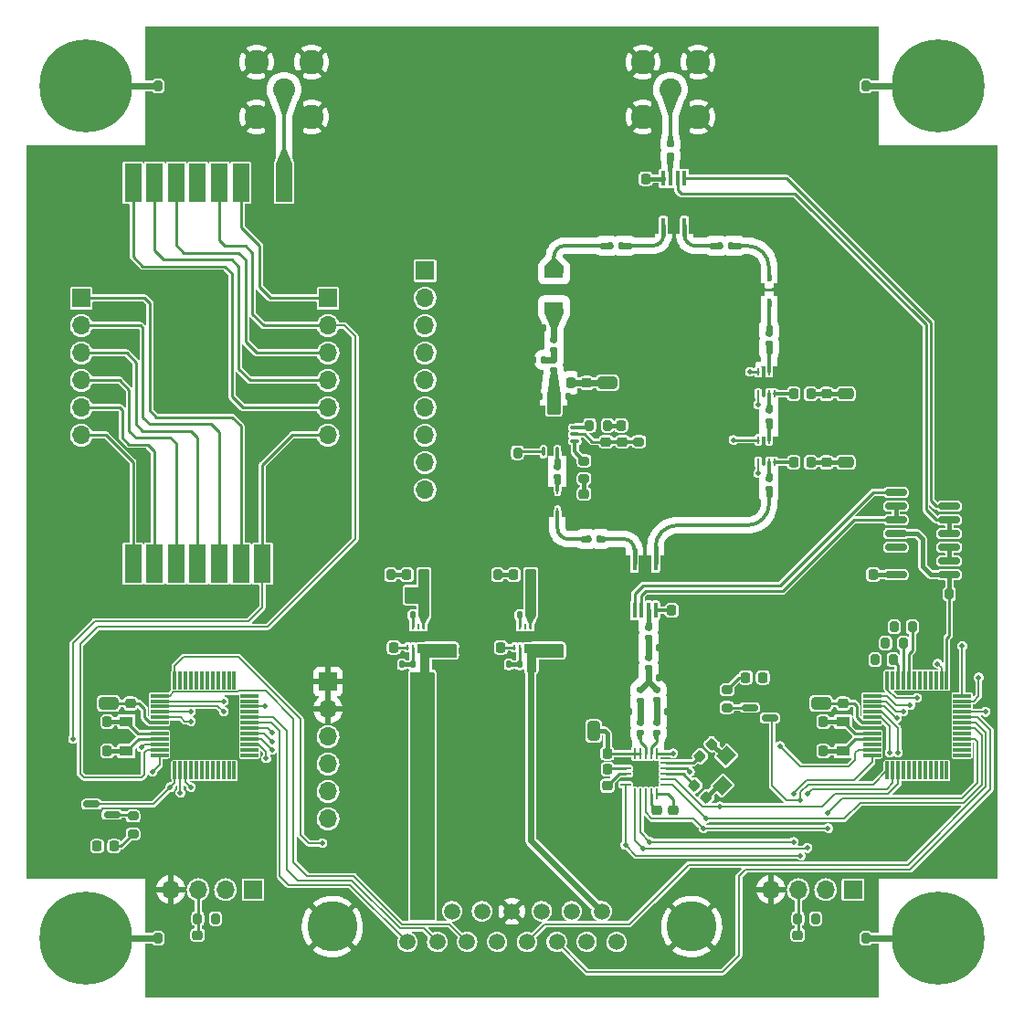
<source format=gbr>
%TF.GenerationSoftware,KiCad,Pcbnew,(6.0.8)*%
%TF.CreationDate,2023-01-27T01:30:18-08:00*%
%TF.ProjectId,RF_Board,52465f42-6f61-4726-942e-6b696361645f,rev?*%
%TF.SameCoordinates,Original*%
%TF.FileFunction,Copper,L1,Top*%
%TF.FilePolarity,Positive*%
%FSLAX46Y46*%
G04 Gerber Fmt 4.6, Leading zero omitted, Abs format (unit mm)*
G04 Created by KiCad (PCBNEW (6.0.8)) date 2023-01-27 01:30:18*
%MOMM*%
%LPD*%
G01*
G04 APERTURE LIST*
G04 Aperture macros list*
%AMRoundRect*
0 Rectangle with rounded corners*
0 $1 Rounding radius*
0 $2 $3 $4 $5 $6 $7 $8 $9 X,Y pos of 4 corners*
0 Add a 4 corners polygon primitive as box body*
4,1,4,$2,$3,$4,$5,$6,$7,$8,$9,$2,$3,0*
0 Add four circle primitives for the rounded corners*
1,1,$1+$1,$2,$3*
1,1,$1+$1,$4,$5*
1,1,$1+$1,$6,$7*
1,1,$1+$1,$8,$9*
0 Add four rect primitives between the rounded corners*
20,1,$1+$1,$2,$3,$4,$5,0*
20,1,$1+$1,$4,$5,$6,$7,0*
20,1,$1+$1,$6,$7,$8,$9,0*
20,1,$1+$1,$8,$9,$2,$3,0*%
%AMRotRect*
0 Rectangle, with rotation*
0 The origin of the aperture is its center*
0 $1 length*
0 $2 width*
0 $3 Rotation angle, in degrees counterclockwise*
0 Add horizontal line*
21,1,$1,$2,0,0,$3*%
G04 Aperture macros list end*
%TA.AperFunction,SMDPad,CuDef*%
%ADD10R,0.355600X0.558800*%
%TD*%
%TA.AperFunction,SMDPad,CuDef*%
%ADD11R,0.558800X1.244600*%
%TD*%
%TA.AperFunction,SMDPad,CuDef*%
%ADD12RoundRect,0.218750X0.218750X0.256250X-0.218750X0.256250X-0.218750X-0.256250X0.218750X-0.256250X0*%
%TD*%
%TA.AperFunction,SMDPad,CuDef*%
%ADD13RoundRect,0.140000X0.170000X-0.140000X0.170000X0.140000X-0.170000X0.140000X-0.170000X-0.140000X0*%
%TD*%
%TA.AperFunction,SMDPad,CuDef*%
%ADD14RoundRect,0.140000X-0.140000X-0.170000X0.140000X-0.170000X0.140000X0.170000X-0.140000X0.170000X0*%
%TD*%
%TA.AperFunction,SMDPad,CuDef*%
%ADD15RoundRect,0.225000X-0.250000X0.225000X-0.250000X-0.225000X0.250000X-0.225000X0.250000X0.225000X0*%
%TD*%
%TA.AperFunction,SMDPad,CuDef*%
%ADD16RoundRect,0.135000X0.135000X0.185000X-0.135000X0.185000X-0.135000X-0.185000X0.135000X-0.185000X0*%
%TD*%
%TA.AperFunction,SMDPad,CuDef*%
%ADD17RoundRect,0.200000X0.200000X0.275000X-0.200000X0.275000X-0.200000X-0.275000X0.200000X-0.275000X0*%
%TD*%
%TA.AperFunction,ComponentPad*%
%ADD18R,1.700000X1.700000*%
%TD*%
%TA.AperFunction,ComponentPad*%
%ADD19O,1.700000X1.700000*%
%TD*%
%TA.AperFunction,SMDPad,CuDef*%
%ADD20RoundRect,0.225000X0.225000X0.250000X-0.225000X0.250000X-0.225000X-0.250000X0.225000X-0.250000X0*%
%TD*%
%TA.AperFunction,SMDPad,CuDef*%
%ADD21RoundRect,0.140000X0.140000X0.170000X-0.140000X0.170000X-0.140000X-0.170000X0.140000X-0.170000X0*%
%TD*%
%TA.AperFunction,SMDPad,CuDef*%
%ADD22RoundRect,0.225000X-0.225000X-0.250000X0.225000X-0.250000X0.225000X0.250000X-0.225000X0.250000X0*%
%TD*%
%TA.AperFunction,SMDPad,CuDef*%
%ADD23RotRect,1.400000X1.200000X225.000000*%
%TD*%
%TA.AperFunction,SMDPad,CuDef*%
%ADD24R,0.203200X0.660400*%
%TD*%
%TA.AperFunction,SMDPad,CuDef*%
%ADD25R,1.193800X0.609600*%
%TD*%
%TA.AperFunction,SMDPad,CuDef*%
%ADD26RoundRect,0.218750X-0.218750X-0.256250X0.218750X-0.256250X0.218750X0.256250X-0.218750X0.256250X0*%
%TD*%
%TA.AperFunction,SMDPad,CuDef*%
%ADD27RoundRect,0.250000X0.250000X0.475000X-0.250000X0.475000X-0.250000X-0.475000X0.250000X-0.475000X0*%
%TD*%
%TA.AperFunction,SMDPad,CuDef*%
%ADD28RoundRect,0.011200X-0.768800X-0.128800X0.768800X-0.128800X0.768800X0.128800X-0.768800X0.128800X0*%
%TD*%
%TA.AperFunction,SMDPad,CuDef*%
%ADD29RoundRect,0.011200X0.128800X-0.768800X0.128800X0.768800X-0.128800X0.768800X-0.128800X-0.768800X0*%
%TD*%
%TA.AperFunction,SMDPad,CuDef*%
%ADD30RoundRect,0.250000X-0.650000X0.325000X-0.650000X-0.325000X0.650000X-0.325000X0.650000X0.325000X0*%
%TD*%
%TA.AperFunction,SMDPad,CuDef*%
%ADD31RoundRect,0.250000X-0.475000X0.250000X-0.475000X-0.250000X0.475000X-0.250000X0.475000X0.250000X0*%
%TD*%
%TA.AperFunction,SMDPad,CuDef*%
%ADD32RoundRect,0.200000X-0.200000X-0.275000X0.200000X-0.275000X0.200000X0.275000X-0.200000X0.275000X0*%
%TD*%
%TA.AperFunction,SMDPad,CuDef*%
%ADD33RoundRect,0.225000X0.335876X0.017678X0.017678X0.335876X-0.335876X-0.017678X-0.017678X-0.335876X0*%
%TD*%
%TA.AperFunction,ComponentPad*%
%ADD34C,1.500000*%
%TD*%
%TA.AperFunction,ComponentPad*%
%ADD35C,4.650000*%
%TD*%
%TA.AperFunction,SMDPad,CuDef*%
%ADD36RoundRect,0.200000X0.275000X-0.200000X0.275000X0.200000X-0.275000X0.200000X-0.275000X-0.200000X0*%
%TD*%
%TA.AperFunction,SMDPad,CuDef*%
%ADD37RoundRect,0.075000X0.075000X-0.337500X0.075000X0.337500X-0.075000X0.337500X-0.075000X-0.337500X0*%
%TD*%
%TA.AperFunction,SMDPad,CuDef*%
%ADD38RoundRect,0.075000X0.337500X-0.075000X0.337500X0.075000X-0.337500X0.075000X-0.337500X-0.075000X0*%
%TD*%
%TA.AperFunction,SMDPad,CuDef*%
%ADD39R,2.500000X2.500000*%
%TD*%
%TA.AperFunction,SMDPad,CuDef*%
%ADD40RoundRect,0.225000X0.250000X-0.225000X0.250000X0.225000X-0.250000X0.225000X-0.250000X-0.225000X0*%
%TD*%
%TA.AperFunction,SMDPad,CuDef*%
%ADD41R,1.524000X3.556000*%
%TD*%
%TA.AperFunction,SMDPad,CuDef*%
%ADD42R,6.000000X12.000000*%
%TD*%
%TA.AperFunction,SMDPad,CuDef*%
%ADD43RoundRect,0.147500X-0.147500X-0.172500X0.147500X-0.172500X0.147500X0.172500X-0.147500X0.172500X0*%
%TD*%
%TA.AperFunction,SMDPad,CuDef*%
%ADD44R,0.249999X0.499999*%
%TD*%
%TA.AperFunction,SMDPad,CuDef*%
%ADD45R,1.599999X0.900001*%
%TD*%
%TA.AperFunction,SMDPad,CuDef*%
%ADD46R,0.304800X0.558800*%
%TD*%
%TA.AperFunction,SMDPad,CuDef*%
%ADD47R,0.431800X1.397000*%
%TD*%
%TA.AperFunction,SMDPad,CuDef*%
%ADD48RoundRect,0.147500X0.172500X-0.147500X0.172500X0.147500X-0.172500X0.147500X-0.172500X-0.147500X0*%
%TD*%
%TA.AperFunction,SMDPad,CuDef*%
%ADD49RoundRect,0.200000X-0.275000X0.200000X-0.275000X-0.200000X0.275000X-0.200000X0.275000X0.200000X0*%
%TD*%
%TA.AperFunction,SMDPad,CuDef*%
%ADD50R,0.254000X0.660400*%
%TD*%
%TA.AperFunction,SMDPad,CuDef*%
%ADD51R,1.651000X0.889000*%
%TD*%
%TA.AperFunction,ComponentPad*%
%ADD52C,2.050000*%
%TD*%
%TA.AperFunction,ComponentPad*%
%ADD53C,2.250000*%
%TD*%
%TA.AperFunction,SMDPad,CuDef*%
%ADD54RoundRect,0.150000X0.587500X0.150000X-0.587500X0.150000X-0.587500X-0.150000X0.587500X-0.150000X0*%
%TD*%
%TA.AperFunction,SMDPad,CuDef*%
%ADD55R,0.600000X0.700000*%
%TD*%
%TA.AperFunction,SMDPad,CuDef*%
%ADD56RoundRect,0.250000X-0.325000X-0.650000X0.325000X-0.650000X0.325000X0.650000X-0.325000X0.650000X0*%
%TD*%
%TA.AperFunction,ComponentPad*%
%ADD57C,0.900000*%
%TD*%
%TA.AperFunction,ComponentPad*%
%ADD58C,8.600000*%
%TD*%
%TA.AperFunction,SMDPad,CuDef*%
%ADD59RoundRect,0.150000X-0.587500X-0.150000X0.587500X-0.150000X0.587500X0.150000X-0.587500X0.150000X0*%
%TD*%
%TA.AperFunction,SMDPad,CuDef*%
%ADD60RoundRect,0.225000X-0.017678X0.335876X-0.335876X0.017678X0.017678X-0.335876X0.335876X-0.017678X0*%
%TD*%
%TA.AperFunction,SMDPad,CuDef*%
%ADD61RoundRect,0.150000X0.825000X0.150000X-0.825000X0.150000X-0.825000X-0.150000X0.825000X-0.150000X0*%
%TD*%
%TA.AperFunction,SMDPad,CuDef*%
%ADD62RoundRect,0.250000X0.650000X-0.325000X0.650000X0.325000X-0.650000X0.325000X-0.650000X-0.325000X0*%
%TD*%
%TA.AperFunction,SMDPad,CuDef*%
%ADD63RoundRect,0.062500X0.062500X-0.425000X0.062500X0.425000X-0.062500X0.425000X-0.062500X-0.425000X0*%
%TD*%
%TA.AperFunction,SMDPad,CuDef*%
%ADD64RoundRect,0.062500X0.425000X-0.062500X0.425000X0.062500X-0.425000X0.062500X-0.425000X-0.062500X0*%
%TD*%
%TA.AperFunction,SMDPad,CuDef*%
%ADD65R,2.400000X2.400000*%
%TD*%
%TA.AperFunction,SMDPad,CuDef*%
%ADD66R,1.295400X0.965200*%
%TD*%
%TA.AperFunction,SMDPad,CuDef*%
%ADD67R,1.803400X1.041400*%
%TD*%
%TA.AperFunction,ComponentPad*%
%ADD68R,1.244600X0.609600*%
%TD*%
%TA.AperFunction,ViaPad*%
%ADD69C,0.508000*%
%TD*%
%TA.AperFunction,ViaPad*%
%ADD70C,0.800000*%
%TD*%
%TA.AperFunction,Conductor*%
%ADD71C,0.330200*%
%TD*%
%TA.AperFunction,Conductor*%
%ADD72C,0.620000*%
%TD*%
%TA.AperFunction,Conductor*%
%ADD73C,0.431800*%
%TD*%
%TA.AperFunction,Conductor*%
%ADD74C,0.381000*%
%TD*%
%TA.AperFunction,Conductor*%
%ADD75C,0.254000*%
%TD*%
%TA.AperFunction,Conductor*%
%ADD76C,0.203200*%
%TD*%
G04 APERTURE END LIST*
D10*
%TO.P,U9,1,RF_IN*%
%TO.N,Net-(C6-Pad1)*%
X68830063Y-23379300D03*
D11*
%TO.P,U9,2,GND*%
%TO.N,GND*%
X69477763Y-24408000D03*
D10*
%TO.P,U9,3,RF_OUT*%
%TO.N,Net-(C4-Pad2)*%
X68830063Y-25436700D03*
D11*
%TO.P,U9,4,GND*%
%TO.N,GND*%
X68182363Y-24408000D03*
%TD*%
D12*
%TO.P,L1,1,1*%
%TO.N,+5V*%
X72695000Y-40386000D03*
%TO.P,L1,2,2*%
%TO.N,Net-(L1-Pad2)*%
X71120000Y-40386000D03*
%TD*%
D13*
%TO.P,C35,1*%
%TO.N,Net-(C32-Pad2)*%
X57658000Y-56656000D03*
%TO.P,C35,2*%
%TO.N,Net-(C35-Pad2)*%
X57658000Y-55696000D03*
%TD*%
D14*
%TO.P,C21,1*%
%TO.N,GND*%
X46993004Y-30891282D03*
%TO.P,C21,2*%
%TO.N,Net-(C20-Pad2)*%
X47953004Y-30891282D03*
%TD*%
D15*
%TO.P,C15,1*%
%TO.N,/PA_VDET*%
X55245000Y-38481000D03*
%TO.P,C15,2*%
%TO.N,GND*%
X55245000Y-40031000D03*
%TD*%
D16*
%TO.P,R23,1*%
%TO.N,Net-(R23-Pad1)*%
X35814000Y-54549000D03*
%TO.P,R23,2*%
%TO.N,GND*%
X34794000Y-54549000D03*
%TD*%
D14*
%TO.P,C29,1*%
%TO.N,GND*%
X55908000Y-63500000D03*
%TO.P,C29,2*%
%TO.N,Net-(C28-Pad2)*%
X56868000Y-63500000D03*
%TD*%
D17*
%TO.P,R12,1*%
%TO.N,Net-(H1-Pad1)*%
X77825000Y-5500000D03*
%TO.P,R12,2*%
%TO.N,GND*%
X76175000Y-5500000D03*
%TD*%
D12*
%TO.P,D6,1,K*%
%TO.N,Net-(D6-Pad1)*%
X8122500Y-75971000D03*
%TO.P,D6,2,A*%
%TO.N,+3.3V*%
X6547500Y-75971000D03*
%TD*%
D18*
%TO.P,J6,1,Pin_1*%
%TO.N,/RFM_DIO3*%
X27949000Y-25168000D03*
D19*
%TO.P,J6,2,Pin_2*%
%TO.N,/RFM_DIO4*%
X27949000Y-27708000D03*
%TO.P,J6,3,Pin_3*%
%TO.N,/RFM_DIO0*%
X27949000Y-30248000D03*
%TO.P,J6,4,Pin_4*%
%TO.N,/RFM_DIO1*%
X27949000Y-32788000D03*
%TO.P,J6,5,Pin_5*%
%TO.N,/RFM_DIO2*%
X27949000Y-35328000D03*
%TO.P,J6,6,Pin_6*%
%TO.N,/RFM_DIO5*%
X27949000Y-37868000D03*
%TD*%
D20*
%TO.P,R5,1*%
%TO.N,Net-(R5-Pad1)*%
X53873000Y-68834000D03*
%TO.P,R5,2*%
%TO.N,GND*%
X52323000Y-68834000D03*
%TD*%
D21*
%TO.P,C1,1*%
%TO.N,Net-(C1-Pad1)*%
X53058000Y-47498000D03*
%TO.P,C1,2*%
%TO.N,Net-(C1-Pad2)*%
X52098000Y-47498000D03*
%TD*%
D22*
%TO.P,C41,1*%
%TO.N,GND*%
X72307000Y-67157600D03*
%TO.P,C41,2*%
%TO.N,/CC2500_XOUT*%
X73857000Y-67157600D03*
%TD*%
D14*
%TO.P,C22,1*%
%TO.N,GND*%
X47935000Y-27966000D03*
%TO.P,C22,2*%
%TO.N,Net-(C22-Pad2)*%
X48895000Y-27966000D03*
%TD*%
D23*
%TO.P,Y1,1,1*%
%TO.N,Net-(C34-Pad1)*%
X64855784Y-67582234D03*
%TO.P,Y1,2,2*%
%TO.N,GND*%
X63300149Y-69137869D03*
%TO.P,Y1,3,3*%
%TO.N,Net-(C33-Pad1)*%
X64502230Y-70339950D03*
%TO.P,Y1,4,4*%
%TO.N,GND*%
X66057865Y-68784315D03*
%TD*%
D22*
%TO.P,C23,1*%
%TO.N,+5V*%
X55109000Y-36957000D03*
%TO.P,C23,2*%
%TO.N,GND*%
X56659000Y-36957000D03*
%TD*%
D21*
%TO.P,C32,1*%
%TO.N,GND*%
X58618000Y-57550000D03*
%TO.P,C32,2*%
%TO.N,Net-(C32-Pad2)*%
X57658000Y-57550000D03*
%TD*%
D15*
%TO.P,C55,1*%
%TO.N,/CC2500_SBWTDIO*%
X71501000Y-84201000D03*
%TO.P,C55,2*%
%TO.N,GND*%
X71501000Y-85751000D03*
%TD*%
D24*
%TO.P,U6,1,GND*%
%TO.N,GND*%
X48564800Y-44923900D03*
%TO.P,U6,2,RF_IN*%
%TO.N,Net-(C1-Pad2)*%
X49225200Y-44923900D03*
%TO.P,U6,3,GND*%
%TO.N,GND*%
X49885600Y-44923900D03*
%TO.P,U6,4,GND*%
X49885600Y-42968100D03*
%TO.P,U6,5,RF_OUT*%
%TO.N,Net-(C9-Pad1)*%
X49225200Y-42968100D03*
%TO.P,U6,6,GND*%
%TO.N,GND*%
X48564800Y-42968100D03*
D25*
%TO.P,U6,7,PAD*%
X49225200Y-43946000D03*
%TD*%
D15*
%TO.P,C47,1*%
%TO.N,+3.3V*%
X58420000Y-72645000D03*
%TO.P,C47,2*%
%TO.N,GND*%
X58420000Y-74195000D03*
%TD*%
D26*
%TO.P,D4,1,K*%
%TO.N,Net-(D4-Pad1)*%
X45161000Y-50800000D03*
%TO.P,D4,2,A*%
%TO.N,+3.3V*%
X46736000Y-50800000D03*
%TD*%
D17*
%TO.P,R2,1*%
%TO.N,/PA_EN*%
X45518000Y-39497000D03*
%TO.P,R2,2*%
%TO.N,GND*%
X43868000Y-39497000D03*
%TD*%
D27*
%TO.P,C50,1*%
%TO.N,GND*%
X48636000Y-52705000D03*
%TO.P,C50,2*%
%TO.N,+3.3V*%
X46736000Y-52705000D03*
%TD*%
D15*
%TO.P,C54,1*%
%TO.N,+5V*%
X51689000Y-43307000D03*
%TO.P,C54,2*%
%TO.N,GND*%
X51689000Y-44857000D03*
%TD*%
D28*
%TO.P,U2,1,P1.2/UCB0SIMO/UCB0SDA/TB0TRG/OA0-/A2/VEREF*%
%TO.N,/CC2500_TX_EMPTY*%
X78370000Y-62020000D03*
%TO.P,U2,2,P1.1/UCB0CLK/ACLK/OA0O/COMP0.1/A1*%
%TO.N,/CC2500_RX_OVERFLOW*%
X78370000Y-62520000D03*
%TO.P,U2,3,P1.0/UCB0STE/SMCLK/COMP0.0/A0/VEREF+*%
%TO.N,/CC2500_TX_OVERFLOW*%
X78370000Y-63020000D03*
%TO.P,U2,4,TEST/SBWTCK*%
%TO.N,/CC2500_SBWTCK*%
X78370000Y-63520000D03*
%TO.P,U2,5,~{RST~{/NMI/SBWTDIO}*%
%TO.N,/CC2500_SBWTDIO*%
X78370000Y-64020000D03*
%TO.P,U2,6,DVCC*%
%TO.N,+3.3V*%
X78370000Y-64520000D03*
%TO.P,U2,7,DVSS*%
%TO.N,GND*%
X78370000Y-65020000D03*
%TO.P,U2,8,P2.7/TB0CLK/XIN*%
%TO.N,/CC2500_XIN*%
X78370000Y-65520000D03*
%TO.P,U2,9,P2.6/MCLK/XOUT*%
%TO.N,/CC2500_XOUT*%
X78370000Y-66020000D03*
%TO.P,U2,10,P2.5/COMP1.0*%
%TO.N,unconnected-(U2-Pad10)*%
X78370000Y-66520000D03*
%TO.P,U2,11,P2.4/COMP1.1*%
%TO.N,/RFM_AUX_DIO0*%
X78370000Y-67020000D03*
%TO.P,U2,12,P4.7/UCB1SOMI/UCB1SCL*%
%TO.N,/CC2500_MISO*%
X78370000Y-67520000D03*
D29*
%TO.P,U2,13,P4.6/UCB1SIMO/UCB1SDA*%
%TO.N,/CC2500_MOSI*%
X79800000Y-68950000D03*
%TO.P,U2,14,P4.5/UCB1CLK*%
%TO.N,/CC2500_SCLK*%
X80300000Y-68950000D03*
%TO.P,U2,15,P4.4/UCB1STE*%
%TO.N,/CC2500_CSN*%
X80800000Y-68950000D03*
%TO.P,U2,16,P6.6/TB3CLK*%
%TO.N,unconnected-(U2-Pad16)*%
X81300000Y-68950000D03*
%TO.P,U2,17,P6.5/TB3.6*%
%TO.N,unconnected-(U2-Pad17)*%
X81800000Y-68950000D03*
%TO.P,U2,18,P6.4/TB3.5*%
%TO.N,unconnected-(U2-Pad18)*%
X82300000Y-68950000D03*
%TO.P,U2,19,P6.3/TB3.4*%
%TO.N,unconnected-(U2-Pad19)*%
X82800000Y-68950000D03*
%TO.P,U2,20,P6.2/TB3.3*%
%TO.N,unconnected-(U2-Pad20)*%
X83300000Y-68950000D03*
%TO.P,U2,21,P6.1/TB3.2*%
%TO.N,unconnected-(U2-Pad21)*%
X83800000Y-68950000D03*
%TO.P,U2,22,P6.0/TB3.1*%
%TO.N,unconnected-(U2-Pad22)*%
X84300000Y-68950000D03*
%TO.P,U2,23,P4.3/UCA1TXD/UCA1SIMO/~{UCA1TXD}*%
%TO.N,/CC2500_UART_TX_2*%
X84800000Y-68950000D03*
%TO.P,U2,24,P4.2/UCA1RXD/UCA1SOMI/~{UCA1RXD}*%
%TO.N,/CC2500_UART_RX_2*%
X85300000Y-68950000D03*
D28*
%TO.P,U2,25,P4.1/UCA1CLK*%
%TO.N,unconnected-(U2-Pad25)*%
X86730000Y-67520000D03*
%TO.P,U2,26,P4.0/UCA1STE/ISOTXD/ISORXD*%
%TO.N,unconnected-(U2-Pad26)*%
X86730000Y-67020000D03*
%TO.P,U2,27,P2.3/TB1TRG*%
%TO.N,unconnected-(U2-Pad27)*%
X86730000Y-66520000D03*
%TO.P,U2,28,P2.2/TB1CLK*%
%TO.N,/GDO2*%
X86730000Y-66020000D03*
%TO.P,U2,29,P2.1/TB1.2/COMP1.O*%
%TO.N,unconnected-(U2-Pad29)*%
X86730000Y-65520000D03*
%TO.P,U2,30,P2.0/TB1.1/COMP0.O*%
%TO.N,/GDO0*%
X86730000Y-65020000D03*
%TO.P,U2,31,P1.7/UCA0TXD/UCA0SIMO/TB0.2/TDO/OA1+/A7/VREF+*%
%TO.N,/CC2500_UART_TX*%
X86730000Y-64520000D03*
%TO.P,U2,32,P1.6/UCA0RXD/UCA0SOMI/TB0.1/TDI/TCLK/OA1-/A6*%
%TO.N,/CC2500_UART_RX*%
X86730000Y-64020000D03*
%TO.P,U2,33,P1.5/UCA0CLK/TMS/OA1O/A5*%
%TO.N,/PA_VDET*%
X86730000Y-63520000D03*
%TO.P,U2,34,P1.4/UCA0STE/TCK/A4*%
%TO.N,unconnected-(U2-Pad34)*%
X86730000Y-63020000D03*
%TO.P,U2,35,P3.7/OA3+*%
%TO.N,/RFM_AUX_RST*%
X86730000Y-62520000D03*
%TO.P,U2,36,P3.6/OA3-*%
%TO.N,/RFM_AUX_CSN*%
X86730000Y-62020000D03*
D29*
%TO.P,U2,37,P3.5/OA3O*%
%TO.N,/SBAND_TX_RX*%
X85300000Y-60590000D03*
%TO.P,U2,38,P3.4/SMCLK*%
%TO.N,/PA_EN*%
X84800000Y-60590000D03*
%TO.P,U2,39,P5.4*%
%TO.N,unconnected-(U2-Pad39)*%
X84300000Y-60590000D03*
%TO.P,U2,40,P5.3/TB2TRG/A11*%
%TO.N,unconnected-(U2-Pad40)*%
X83800000Y-60590000D03*
%TO.P,U2,41,P5.2/TB2CLK/A10*%
%TO.N,unconnected-(U2-Pad41)*%
X83300000Y-60590000D03*
%TO.P,U2,42,P5.1/TB2.2/MFM.TX/A9*%
%TO.N,unconnected-(U2-Pad42)*%
X82800000Y-60590000D03*
%TO.P,U2,43,P5.0/TB2.1/MFM.RX/A8*%
%TO.N,unconnected-(U2-Pad43)*%
X82300000Y-60590000D03*
%TO.P,U2,44,P3.3/OA2+*%
%TO.N,/LNA_SD*%
X81800000Y-60590000D03*
%TO.P,U2,45,P3.2/OA2-*%
%TO.N,/LNA_BP_B*%
X81300000Y-60590000D03*
%TO.P,U2,46,P3.1/OA2O*%
%TO.N,/LNA_BP_A*%
X80800000Y-60590000D03*
%TO.P,U2,47,P3.0/MCLK*%
%TO.N,unconnected-(U2-Pad47)*%
X80300000Y-60590000D03*
%TO.P,U2,48,P1.3/UCB0SOMI/UCB0SCL/OA0+/A3*%
%TO.N,/CC2500_RX_EMPTY*%
X79800000Y-60590000D03*
%TD*%
D17*
%TO.P,R25,1*%
%TO.N,+3.3V*%
X17525000Y-82677000D03*
%TO.P,R25,2*%
%TO.N,/RFM_SBWTDIO*%
X15875000Y-82677000D03*
%TD*%
D26*
%TO.P,D5,1,K*%
%TO.N,Net-(D5-Pad1)*%
X66675000Y-60325000D03*
%TO.P,D5,2,A*%
%TO.N,+3.3V*%
X68250000Y-60325000D03*
%TD*%
D22*
%TO.P,C42,1*%
%TO.N,GND*%
X5943000Y-64414400D03*
%TO.P,C42,2*%
%TO.N,/RFM_XIN*%
X7493000Y-64414400D03*
%TD*%
D27*
%TO.P,C53,1*%
%TO.N,GND*%
X38730000Y-52705000D03*
%TO.P,C53,2*%
%TO.N,+5V*%
X36830000Y-52705000D03*
%TD*%
D30*
%TO.P,C39,1*%
%TO.N,GND*%
X73660000Y-59788000D03*
%TO.P,C39,2*%
%TO.N,+3.3V*%
X73660000Y-62738000D03*
%TD*%
D31*
%TO.P,C7,1*%
%TO.N,GND*%
X75946000Y-38486000D03*
%TO.P,C7,2*%
%TO.N,+5V*%
X75946000Y-40386000D03*
%TD*%
D32*
%TO.P,R13,1*%
%TO.N,Net-(H2-Pad1)*%
X12175000Y-5500000D03*
%TO.P,R13,2*%
%TO.N,GND*%
X13825000Y-5500000D03*
%TD*%
D33*
%TO.P,C33,1*%
%TO.N,Net-(C33-Pad1)*%
X63032008Y-71414008D03*
%TO.P,C33,2*%
%TO.N,Net-(C33-Pad2)*%
X61935992Y-70317992D03*
%TD*%
D18*
%TO.P,J9,1,Pin_1*%
%TO.N,/RFM_AUX_CSN*%
X36949000Y-22628000D03*
D19*
%TO.P,J9,2,Pin_2*%
%TO.N,/RFM_AUX_RST*%
X36949000Y-25168000D03*
%TO.P,J9,3,Pin_3*%
%TO.N,/RFM_AUX_DIO0*%
X36949000Y-27708000D03*
%TO.P,J9,4,Pin_4*%
%TO.N,/CC2500_CSN*%
X36949000Y-30248000D03*
%TO.P,J9,5,Pin_5*%
%TO.N,/GDO0*%
X36949000Y-32788000D03*
%TO.P,J9,6,Pin_6*%
%TO.N,/GDO2*%
X36949000Y-35328000D03*
%TO.P,J9,7,Pin_7*%
%TO.N,/CC2500_MISO*%
X36949000Y-37868000D03*
%TO.P,J9,8,Pin_8*%
%TO.N,/CC2500_SCLK*%
X36949000Y-40408000D03*
%TO.P,J9,9,Pin_9*%
%TO.N,/CC2500_MOSI*%
X36949000Y-42948000D03*
%TD*%
D13*
%TO.P,C28,1*%
%TO.N,Net-(C28-Pad1)*%
X56868000Y-65480000D03*
%TO.P,C28,2*%
%TO.N,Net-(C28-Pad2)*%
X56868000Y-64520000D03*
%TD*%
%TO.P,C9,1*%
%TO.N,Net-(C9-Pad1)*%
X49225200Y-41755000D03*
%TO.P,C9,2*%
%TO.N,Net-(C9-Pad2)*%
X49225200Y-40795000D03*
%TD*%
D34*
%TO.P,J8,1,1*%
%TO.N,/RFM_UART_TX*%
X35305000Y-84840000D03*
%TO.P,J8,2,2*%
%TO.N,/RFM_UART_RX*%
X38075000Y-84840000D03*
%TO.P,J8,3,3*%
%TO.N,/RFM_TX_EMPTY*%
X40845000Y-84840000D03*
%TO.P,J8,4,4*%
%TO.N,/RFM_RX_EMPTY*%
X43615000Y-84840000D03*
%TO.P,J8,5,5*%
%TO.N,/CC2500_UART_TX*%
X46385000Y-84840000D03*
%TO.P,J8,6,6*%
%TO.N,/CC2500_UART_RX*%
X49155000Y-84840000D03*
%TO.P,J8,7,7*%
%TO.N,/CC2500_TX_EMPTY*%
X51925000Y-84840000D03*
%TO.P,J8,8,8*%
%TO.N,/CC2500_RX_EMPTY*%
X54695000Y-84840000D03*
%TO.P,J8,9,9*%
%TO.N,/5V0_IN*%
X36690000Y-82000000D03*
%TO.P,J8,10,10*%
%TO.N,/RFM_TX_OVERFLOW*%
X39460000Y-82000000D03*
%TO.P,J8,11,11*%
%TO.N,/RFM_RX_OVERFLOW*%
X42230000Y-82000000D03*
%TO.P,J8,12,12*%
%TO.N,GND*%
X45000000Y-82000000D03*
%TO.P,J8,13,13*%
%TO.N,/CC2500_TX_OVERFLOW*%
X47770000Y-82000000D03*
%TO.P,J8,14,14*%
%TO.N,/CC2500_RX_OVERFLOW*%
X50540000Y-82000000D03*
%TO.P,J8,15,15*%
%TO.N,/3V3_IN*%
X53310000Y-82000000D03*
D35*
%TO.P,J8,MH1,MH1*%
%TO.N,GND*%
X28350000Y-83420000D03*
%TO.P,J8,MH2,MH2*%
X61650000Y-83420000D03*
%TD*%
D36*
%TO.P,R3,1*%
%TO.N,+5V*%
X51689000Y-41909000D03*
%TO.P,R3,2*%
%TO.N,Net-(R3-Pad2)*%
X51689000Y-40259000D03*
%TD*%
D18*
%TO.P,J7,1,Pin_1*%
%TO.N,GND*%
X27949000Y-60728000D03*
D19*
%TO.P,J7,2,Pin_2*%
X27949000Y-63268000D03*
%TO.P,J7,3,Pin_3*%
%TO.N,+5V*%
X27949000Y-65808000D03*
%TO.P,J7,4,Pin_4*%
X27949000Y-68348000D03*
%TO.P,J7,5,Pin_5*%
%TO.N,unconnected-(J7-Pad5)*%
X27949000Y-70888000D03*
%TO.P,J7,6,Pin_6*%
%TO.N,unconnected-(J7-Pad6)*%
X27949000Y-73428000D03*
%TD*%
D37*
%TO.P,U7,1,PA_EN*%
%TO.N,/PA_EN*%
X47920000Y-39402500D03*
%TO.P,U7,2,GND*%
%TO.N,GND*%
X48570000Y-39402500D03*
%TO.P,U7,3,RF_IN*%
%TO.N,Net-(C9-Pad2)*%
X49220000Y-39402500D03*
%TO.P,U7,4,GND*%
%TO.N,GND*%
X49870000Y-39402500D03*
D38*
%TO.P,U7,5,VCC1*%
%TO.N,Net-(R3-Pad2)*%
X50832500Y-38440000D03*
%TO.P,U7,6,VDET*%
%TO.N,/PA_VDET*%
X50832500Y-37790000D03*
%TO.P,U7,7,VCC2*%
%TO.N,Net-(R4-Pad1)*%
X50832500Y-37140000D03*
%TO.P,U7,8,GND*%
%TO.N,GND*%
X50832500Y-36490000D03*
D37*
%TO.P,U7,9,GND*%
X49870000Y-35527500D03*
%TO.P,U7,10,RFOUT*%
%TO.N,Net-(C16-Pad1)*%
X49220000Y-35527500D03*
%TO.P,U7,11,RFOUT*%
X48570000Y-35527500D03*
%TO.P,U7,12,GND*%
%TO.N,GND*%
X47920000Y-35527500D03*
D38*
%TO.P,U7,13,GND*%
X46957500Y-36490000D03*
%TO.P,U7,14,GND*%
X46957500Y-37140000D03*
%TO.P,U7,15,GND*%
X46957500Y-37790000D03*
%TO.P,U7,16,GND*%
X46957500Y-38440000D03*
D39*
%TO.P,U7,17,PAD*%
X48895000Y-37465000D03*
%TD*%
D22*
%TO.P,C12,1*%
%TO.N,+5V*%
X59811499Y-54102000D03*
%TO.P,C12,2*%
%TO.N,GND*%
X61361499Y-54102000D03*
%TD*%
D18*
%TO.P,J5,1,Pin_1*%
%TO.N,/RFM_RST*%
X5089000Y-25168000D03*
D19*
%TO.P,J5,2,Pin_2*%
%TO.N,/RFM_CSN*%
X5089000Y-27708000D03*
%TO.P,J5,3,Pin_3*%
%TO.N,/RFM_SCLK*%
X5089000Y-30248000D03*
%TO.P,J5,4,Pin_4*%
%TO.N,/RFM_MOSI*%
X5089000Y-32788000D03*
%TO.P,J5,5,Pin_5*%
%TO.N,/RFM_MISO*%
X5089000Y-35328000D03*
%TO.P,J5,6,Pin_6*%
%TO.N,/RFM_3V3_OUT*%
X5089000Y-37868000D03*
%TD*%
D40*
%TO.P,C38,1*%
%TO.N,+3.3V*%
X75692000Y-62738000D03*
%TO.P,C38,2*%
%TO.N,GND*%
X75692000Y-61188000D03*
%TD*%
D17*
%TO.P,R24,1*%
%TO.N,+3.3V*%
X73151000Y-82677000D03*
%TO.P,R24,2*%
%TO.N,/CC2500_SBWTDIO*%
X71501000Y-82677000D03*
%TD*%
D41*
%TO.P,U13,1,3V3_OUT*%
%TO.N,/RFM_3V3_OUT*%
X9876000Y-49784000D03*
%TO.P,U13,2,MISO*%
%TO.N,/RFM_MISO*%
X11876000Y-49784000D03*
%TO.P,U13,3,MOSI*%
%TO.N,/RFM_MOSI*%
X13876000Y-49784000D03*
%TO.P,U13,4,SCK*%
%TO.N,/RFM_SCLK*%
X15876000Y-49784000D03*
%TO.P,U13,5,NSS*%
%TO.N,/RFM_CSN*%
X17876000Y-49784000D03*
%TO.P,U13,6,RESET*%
%TO.N,/RFM_RST*%
X19876000Y-49784000D03*
%TO.P,U13,7,DIO5*%
%TO.N,/RFM_DIO5*%
X21876000Y-49784000D03*
%TO.P,U13,8,GND*%
%TO.N,GND*%
X23876000Y-49784000D03*
%TO.P,U13,9,DIO2*%
%TO.N,/RFM_DIO2*%
X9876000Y-14478000D03*
%TO.P,U13,10,DIO1*%
%TO.N,/RFM_DIO1*%
X11876000Y-14478000D03*
%TO.P,U13,11,DIO0*%
%TO.N,/RFM_DIO0*%
X13876000Y-14478000D03*
%TO.P,U13,12,VCC*%
%TO.N,+5V*%
X15876000Y-14478000D03*
%TO.P,U13,13,DIO4*%
%TO.N,/RFM_DIO4*%
X17876000Y-14478000D03*
%TO.P,U13,14,DIO3*%
%TO.N,/RFM_DIO3*%
X19876000Y-14478000D03*
%TO.P,U13,15,GND*%
%TO.N,GND*%
X21876000Y-14478000D03*
%TO.P,U13,16,ANT*%
%TO.N,Net-(J3-Pad1)*%
X23876000Y-14478000D03*
D42*
%TO.P,U13,17,PAD*%
%TO.N,GND*%
X15376000Y-28978000D03*
%TD*%
D13*
%TO.P,C2,1*%
%TO.N,Net-(C2-Pad1)*%
X68834000Y-42870000D03*
%TO.P,C2,2*%
%TO.N,Net-(C2-Pad2)*%
X68834000Y-41910000D03*
%TD*%
D43*
%TO.P,L4,1,1*%
%TO.N,Net-(C27-Pad2)*%
X58420000Y-63500000D03*
%TO.P,L4,2,2*%
%TO.N,GND*%
X59390000Y-63500000D03*
%TD*%
D44*
%TO.P,U15,1,DV_DT*%
%TO.N,Net-(C52-Pad1)*%
X35331002Y-57531001D03*
%TO.P,U15,2,EN_UVLO*%
%TO.N,Net-(R21-Pad2)*%
X35831001Y-57531001D03*
%TO.P,U15,3,IN*%
%TO.N,/5V0_IN*%
X36331003Y-57531001D03*
%TO.P,U15,4,IN*%
X36831001Y-57531001D03*
%TO.P,U15,5,OUT*%
%TO.N,+5V*%
X36831001Y-55630999D03*
%TO.P,U15,6,FLT_N*%
%TO.N,unconnected-(U15-Pad6)*%
X36331003Y-55630999D03*
%TO.P,U15,7,ILM*%
%TO.N,Net-(R23-Pad1)*%
X35831001Y-55630999D03*
%TO.P,U15,8,GND*%
%TO.N,GND*%
X35331002Y-55630999D03*
D45*
%TO.P,U15,9,GND*%
X36081000Y-56581000D03*
%TD*%
D46*
%TO.P,D1,1,A1*%
%TO.N,/3V3_IN*%
X49576401Y-57850999D03*
%TO.P,D1,2,A2*%
%TO.N,GND*%
X50271599Y-57850999D03*
%TD*%
D15*
%TO.P,C36,1*%
%TO.N,+3.3V*%
X53848000Y-70358000D03*
%TO.P,C36,2*%
%TO.N,GND*%
X53848000Y-71908000D03*
%TD*%
D13*
%TO.P,C27,1*%
%TO.N,Net-(C27-Pad1)*%
X58420000Y-65480000D03*
%TO.P,C27,2*%
%TO.N,Net-(C27-Pad2)*%
X58420000Y-64520000D03*
%TD*%
D15*
%TO.P,C26,1*%
%TO.N,Net-(C26-Pad1)*%
X59944000Y-72645000D03*
%TO.P,C26,2*%
%TO.N,GND*%
X59944000Y-74195000D03*
%TD*%
D47*
%TO.P,U4,1,A*%
%TO.N,/SW1_A*%
X56358000Y-54102000D03*
%TO.P,U4,2,B*%
%TO.N,/SW1_B*%
X57007998Y-54102000D03*
%TO.P,U4,3,RFC*%
%TO.N,Net-(C35-Pad2)*%
X57658000Y-54102000D03*
%TO.P,U4,4,VDD*%
%TO.N,+5V*%
X58307998Y-54102000D03*
%TO.P,U4,5,RF1*%
%TO.N,Net-(C2-Pad1)*%
X58307998Y-49707800D03*
%TO.P,U4,6,GND*%
%TO.N,GND*%
X57658000Y-49707800D03*
%TO.P,U4,7,GND*%
X57007998Y-49707800D03*
%TO.P,U4,8,RF2*%
%TO.N,Net-(C1-Pad1)*%
X56358000Y-49707800D03*
%TD*%
D20*
%TO.P,C13,1*%
%TO.N,+5V*%
X57404000Y-14097000D03*
%TO.P,C13,2*%
%TO.N,GND*%
X55854000Y-14097000D03*
%TD*%
D22*
%TO.P,C46,1*%
%TO.N,GND*%
X52298000Y-67360000D03*
%TO.P,C46,2*%
%TO.N,+3.3V*%
X53848000Y-67360000D03*
%TD*%
D48*
%TO.P,L6,1,1*%
%TO.N,Net-(C30-Pad2)*%
X57658000Y-59436000D03*
%TO.P,L6,2,2*%
%TO.N,Net-(C32-Pad2)*%
X57658000Y-58466000D03*
%TD*%
D32*
%TO.P,R14,1*%
%TO.N,Net-(H3-Pad1)*%
X12175000Y-84500000D03*
%TO.P,R14,2*%
%TO.N,GND*%
X13825000Y-84500000D03*
%TD*%
D21*
%TO.P,C31,1*%
%TO.N,GND*%
X58618000Y-60325000D03*
%TO.P,C31,2*%
%TO.N,Net-(C30-Pad2)*%
X57658000Y-60325000D03*
%TD*%
D49*
%TO.P,R16,1*%
%TO.N,Net-(D5-Pad1)*%
X64922500Y-61469000D03*
%TO.P,R16,2*%
%TO.N,Net-(Q1-Pad3)*%
X64922500Y-63119000D03*
%TD*%
D50*
%TO.P,U10,1,GND*%
%TO.N,GND*%
X69330189Y-38310300D03*
%TO.P,U10,2,RF_IN*%
%TO.N,Net-(C3-Pad1)*%
X68830063Y-38310300D03*
%TO.P,U10,3,NC*%
%TO.N,GND*%
X68329937Y-38310300D03*
%TO.P,U10,4,V_BYP*%
%TO.N,/LNA_BP_A*%
X67829811Y-38310300D03*
%TO.P,U10,5,V_SD*%
%TO.N,/LNA_SD*%
X67829811Y-40367700D03*
%TO.P,U10,6,GND*%
%TO.N,GND*%
X68329937Y-40367700D03*
%TO.P,U10,7,RF_OUT*%
%TO.N,Net-(C2-Pad2)*%
X68830063Y-40367700D03*
%TO.P,U10,8,VDD*%
%TO.N,Net-(L1-Pad2)*%
X69330189Y-40367700D03*
D51*
%TO.P,U10,9,PAD*%
%TO.N,GND*%
X68580000Y-39339000D03*
%TD*%
D13*
%TO.P,C30,1*%
%TO.N,Net-(C27-Pad2)*%
X58420000Y-62428000D03*
%TO.P,C30,2*%
%TO.N,Net-(C30-Pad2)*%
X58420000Y-61468000D03*
%TD*%
D15*
%TO.P,C14,1*%
%TO.N,/PA_VDET*%
X53721000Y-38481000D03*
%TO.P,C14,2*%
%TO.N,GND*%
X53721000Y-40031000D03*
%TD*%
D32*
%TO.P,R4,1*%
%TO.N,Net-(R4-Pad1)*%
X52197000Y-36957000D03*
%TO.P,R4,2*%
%TO.N,+5V*%
X53847000Y-36957000D03*
%TD*%
D44*
%TO.P,U14,1,DV_DT*%
%TO.N,Net-(C49-Pad1)*%
X45237002Y-57531000D03*
%TO.P,U14,2,EN_UVLO*%
%TO.N,Net-(R18-Pad2)*%
X45737001Y-57531000D03*
%TO.P,U14,3,IN*%
%TO.N,/3V3_IN*%
X46237003Y-57531000D03*
%TO.P,U14,4,IN*%
X46737001Y-57531000D03*
%TO.P,U14,5,OUT*%
%TO.N,+3.3V*%
X46737001Y-55630998D03*
%TO.P,U14,6,FLT_N*%
%TO.N,unconnected-(U14-Pad6)*%
X46237003Y-55630998D03*
%TO.P,U14,7,ILM*%
%TO.N,Net-(R20-Pad1)*%
X45737001Y-55630998D03*
%TO.P,U14,8,GND*%
%TO.N,GND*%
X45237002Y-55630998D03*
D45*
%TO.P,U14,9,GND*%
X45987000Y-56580999D03*
%TD*%
D16*
%TO.P,R20,1*%
%TO.N,Net-(R20-Pad1)*%
X45720000Y-54548999D03*
%TO.P,R20,2*%
%TO.N,GND*%
X44700000Y-54548999D03*
%TD*%
D15*
%TO.P,C51,1*%
%TO.N,/5V0_IN*%
X38113003Y-57645000D03*
%TO.P,C51,2*%
%TO.N,GND*%
X38113003Y-59195000D03*
%TD*%
D48*
%TO.P,L5,1,1*%
%TO.N,Net-(C28-Pad2)*%
X56868000Y-62461000D03*
%TO.P,L5,2,2*%
%TO.N,Net-(C30-Pad2)*%
X56868000Y-61491000D03*
%TD*%
D31*
%TO.P,C10,1*%
%TO.N,GND*%
X75946000Y-32136000D03*
%TO.P,C10,2*%
%TO.N,+5V*%
X75946000Y-34036000D03*
%TD*%
D32*
%TO.P,R8,1*%
%TO.N,+3.3V*%
X80455000Y-55626000D03*
%TO.P,R8,2*%
%TO.N,/LNA_SD*%
X82105000Y-55626000D03*
%TD*%
D16*
%TO.P,R21,1*%
%TO.N,/5V0_IN*%
X36843000Y-59121000D03*
%TO.P,R21,2*%
%TO.N,Net-(R21-Pad2)*%
X35823000Y-59121000D03*
%TD*%
D15*
%TO.P,C8,1*%
%TO.N,GND*%
X74168000Y-38836000D03*
%TO.P,C8,2*%
%TO.N,+5V*%
X74168000Y-40386000D03*
%TD*%
D17*
%TO.P,R6,1*%
%TO.N,Net-(D3-Pad1)*%
X33756500Y-50800000D03*
%TO.P,R6,2*%
%TO.N,GND*%
X32106500Y-50800000D03*
%TD*%
D32*
%TO.P,R9,1*%
%TO.N,+3.3V*%
X78677000Y-58674000D03*
%TO.P,R9,2*%
%TO.N,/LNA_BP_A*%
X80327000Y-58674000D03*
%TD*%
D52*
%TO.P,J3,1,In*%
%TO.N,Net-(J3-Pad1)*%
X23876000Y-5842000D03*
D53*
%TO.P,J3,2,Ext*%
%TO.N,GND*%
X26416000Y-3302000D03*
X26416000Y-8382000D03*
X21336000Y-8382000D03*
X21336000Y-3302000D03*
%TD*%
D21*
%TO.P,C6,1*%
%TO.N,Net-(C6-Pad1)*%
X65250000Y-20320000D03*
%TO.P,C6,2*%
%TO.N,Net-(C6-Pad2)*%
X64290000Y-20320000D03*
%TD*%
D54*
%TO.P,Q1,1,G*%
%TO.N,/CC2500_MOSI*%
X68908000Y-64069000D03*
%TO.P,Q1,2,S*%
%TO.N,GND*%
X68908000Y-62169000D03*
%TO.P,Q1,3,D*%
%TO.N,Net-(Q1-Pad3)*%
X67033000Y-63119000D03*
%TD*%
D15*
%TO.P,C11,1*%
%TO.N,GND*%
X74168000Y-32486000D03*
%TO.P,C11,2*%
%TO.N,+5V*%
X74168000Y-34036000D03*
%TD*%
D55*
%TO.P,D2,1,K*%
%TO.N,+3.3V*%
X46736000Y-54356000D03*
%TO.P,D2,2,A*%
%TO.N,GND*%
X48136000Y-54356000D03*
%TD*%
D56*
%TO.P,C37,1*%
%TO.N,GND*%
X49628000Y-65278000D03*
%TO.P,C37,2*%
%TO.N,+3.3V*%
X52578000Y-65278000D03*
%TD*%
D22*
%TO.P,C44,1*%
%TO.N,GND*%
X5943000Y-67157600D03*
%TO.P,C44,2*%
%TO.N,/RFM_XOUT*%
X7493000Y-67157600D03*
%TD*%
D16*
%TO.P,R18,1*%
%TO.N,/3V3_IN*%
X46749000Y-59120999D03*
%TO.P,R18,2*%
%TO.N,Net-(R18-Pad2)*%
X45729000Y-59120999D03*
%TD*%
D14*
%TO.P,C5,1*%
%TO.N,Net-(C5-Pad1)*%
X54130000Y-20320000D03*
%TO.P,C5,2*%
%TO.N,Net-(C5-Pad2)*%
X55090000Y-20320000D03*
%TD*%
D13*
%TO.P,C4,1*%
%TO.N,Net-(C4-Pad1)*%
X68830063Y-29388000D03*
%TO.P,C4,2*%
%TO.N,Net-(C4-Pad2)*%
X68830063Y-28428000D03*
%TD*%
D57*
%TO.P,H3,1,1*%
%TO.N,Net-(H3-Pad1)*%
X3219581Y-82219581D03*
X5500000Y-87725000D03*
X3219581Y-86780419D03*
X7780419Y-82219581D03*
X2275000Y-84500000D03*
X8725000Y-84500000D03*
X5500000Y-81275000D03*
D58*
X5500000Y-84500000D03*
D57*
X7780419Y-86780419D03*
%TD*%
D32*
%TO.P,R10,1*%
%TO.N,+3.3V*%
X79634000Y-57150000D03*
%TO.P,R10,2*%
%TO.N,/LNA_BP_B*%
X81284000Y-57150000D03*
%TD*%
D40*
%TO.P,C19,1*%
%TO.N,+5V*%
X51943000Y-33020000D03*
%TO.P,C19,2*%
%TO.N,GND*%
X51943000Y-31470000D03*
%TD*%
D28*
%TO.P,U1,1,P1.2/UCB0SIMO/UCB0SDA/TB0TRG/OA0-/A2/VEREF*%
%TO.N,/RFM_TX_EMPTY*%
X12330000Y-62020000D03*
%TO.P,U1,2,P1.1/UCB0CLK/ACLK/OA0O/COMP0.1/A1*%
%TO.N,/RFM_RX_OVERFLOW*%
X12330000Y-62520000D03*
%TO.P,U1,3,P1.0/UCB0STE/SMCLK/COMP0.0/A0/VEREF+*%
%TO.N,/RFM_TX_OVERFLOW*%
X12330000Y-63020000D03*
%TO.P,U1,4,TEST/SBWTCK*%
%TO.N,/RFM_SBWTCK*%
X12330000Y-63520000D03*
%TO.P,U1,5,~{RST~{/NMI/SBWTDIO}*%
%TO.N,/RFM_SBWTDIO*%
X12330000Y-64020000D03*
%TO.P,U1,6,DVCC*%
%TO.N,+3.3V*%
X12330000Y-64520000D03*
%TO.P,U1,7,DVSS*%
%TO.N,GND*%
X12330000Y-65020000D03*
%TO.P,U1,8,P2.7/TB0CLK/XIN*%
%TO.N,/RFM_XIN*%
X12330000Y-65520000D03*
%TO.P,U1,9,P2.6/MCLK/XOUT*%
%TO.N,/RFM_XOUT*%
X12330000Y-66020000D03*
%TO.P,U1,10,P2.5/COMP1.0*%
%TO.N,/RFM_DIO5*%
X12330000Y-66520000D03*
%TO.P,U1,11,P2.4/COMP1.1*%
%TO.N,/RFM_DIO4*%
X12330000Y-67020000D03*
%TO.P,U1,12,P4.7/UCB1SOMI/UCB1SCL*%
%TO.N,/RFM_MISO*%
X12330000Y-67520000D03*
D29*
%TO.P,U1,13,P4.6/UCB1SIMO/UCB1SDA*%
%TO.N,/RFM_MOSI*%
X13760000Y-68950000D03*
%TO.P,U1,14,P4.5/UCB1CLK*%
%TO.N,/RFM_SCLK*%
X14260000Y-68950000D03*
%TO.P,U1,15,P4.4/UCB1STE*%
%TO.N,/RFM_CSN*%
X14760000Y-68950000D03*
%TO.P,U1,16,P6.6/TB3CLK*%
%TO.N,unconnected-(U1-Pad16)*%
X15260000Y-68950000D03*
%TO.P,U1,17,P6.5/TB3.6*%
%TO.N,unconnected-(U1-Pad17)*%
X15760000Y-68950000D03*
%TO.P,U1,18,P6.4/TB3.5*%
%TO.N,unconnected-(U1-Pad18)*%
X16260000Y-68950000D03*
%TO.P,U1,19,P6.3/TB3.4*%
%TO.N,unconnected-(U1-Pad19)*%
X16760000Y-68950000D03*
%TO.P,U1,20,P6.2/TB3.3*%
%TO.N,unconnected-(U1-Pad20)*%
X17260000Y-68950000D03*
%TO.P,U1,21,P6.1/TB3.2*%
%TO.N,unconnected-(U1-Pad21)*%
X17760000Y-68950000D03*
%TO.P,U1,22,P6.0/TB3.1*%
%TO.N,unconnected-(U1-Pad22)*%
X18260000Y-68950000D03*
%TO.P,U1,23,P4.3/UCA1TXD/UCA1SIMO/~{UCA1TXD}*%
%TO.N,/RFM_UART_TX_2*%
X18760000Y-68950000D03*
%TO.P,U1,24,P4.2/UCA1RXD/UCA1SOMI/~{UCA1RXD}*%
%TO.N,/RFM_UART_RX_2*%
X19260000Y-68950000D03*
D28*
%TO.P,U1,25,P4.1/UCA1CLK*%
%TO.N,unconnected-(U1-Pad25)*%
X20690000Y-67520000D03*
%TO.P,U1,26,P4.0/UCA1STE/ISOTXD/ISORXD*%
%TO.N,unconnected-(U1-Pad26)*%
X20690000Y-67020000D03*
%TO.P,U1,27,P2.3/TB1TRG*%
%TO.N,/RFM_DIO3*%
X20690000Y-66520000D03*
%TO.P,U1,28,P2.2/TB1CLK*%
%TO.N,/RFM_DIO2*%
X20690000Y-66020000D03*
%TO.P,U1,29,P2.1/TB1.2/COMP1.O*%
%TO.N,/RFM_DIO1*%
X20690000Y-65520000D03*
%TO.P,U1,30,P2.0/TB1.1/COMP0.O*%
%TO.N,/RFM_DIO0*%
X20690000Y-65020000D03*
%TO.P,U1,31,P1.7/UCA0TXD/UCA0SIMO/TB0.2/TDO/OA1+/A7/VREF+*%
%TO.N,/RFM_UART_TX*%
X20690000Y-64520000D03*
%TO.P,U1,32,P1.6/UCA0RXD/UCA0SOMI/TB0.1/TDI/TCLK/OA1-/A6*%
%TO.N,/RFM_UART_RX*%
X20690000Y-64020000D03*
%TO.P,U1,33,P1.5/UCA0CLK/TMS/OA1O/A5*%
%TO.N,unconnected-(U1-Pad33)*%
X20690000Y-63520000D03*
%TO.P,U1,34,P1.4/UCA0STE/TCK/A4*%
%TO.N,/RFM_RST*%
X20690000Y-63020000D03*
%TO.P,U1,35,P3.7/OA3+*%
%TO.N,unconnected-(U1-Pad35)*%
X20690000Y-62520000D03*
%TO.P,U1,36,P3.6/OA3-*%
%TO.N,unconnected-(U1-Pad36)*%
X20690000Y-62020000D03*
D29*
%TO.P,U1,37,P3.5/OA3O*%
%TO.N,unconnected-(U1-Pad37)*%
X19260000Y-60590000D03*
%TO.P,U1,38,P3.4/SMCLK*%
%TO.N,unconnected-(U1-Pad38)*%
X18760000Y-60590000D03*
%TO.P,U1,39,P5.4*%
%TO.N,unconnected-(U1-Pad39)*%
X18260000Y-60590000D03*
%TO.P,U1,40,P5.3/TB2TRG/A11*%
%TO.N,unconnected-(U1-Pad40)*%
X17760000Y-60590000D03*
%TO.P,U1,41,P5.2/TB2CLK/A10*%
%TO.N,unconnected-(U1-Pad41)*%
X17260000Y-60590000D03*
%TO.P,U1,42,P5.1/TB2.2/MFM.TX/A9*%
%TO.N,unconnected-(U1-Pad42)*%
X16760000Y-60590000D03*
%TO.P,U1,43,P5.0/TB2.1/MFM.RX/A8*%
%TO.N,unconnected-(U1-Pad43)*%
X16260000Y-60590000D03*
%TO.P,U1,44,P3.3/OA2+*%
%TO.N,unconnected-(U1-Pad44)*%
X15760000Y-60590000D03*
%TO.P,U1,45,P3.2/OA2-*%
%TO.N,unconnected-(U1-Pad45)*%
X15260000Y-60590000D03*
%TO.P,U1,46,P3.1/OA2O*%
%TO.N,unconnected-(U1-Pad46)*%
X14760000Y-60590000D03*
%TO.P,U1,47,P3.0/MCLK*%
%TO.N,unconnected-(U1-Pad47)*%
X14260000Y-60590000D03*
%TO.P,U1,48,P1.3/UCB0SOMI/UCB0SCL/OA0+/A3*%
%TO.N,/RFM_RX_EMPTY*%
X13760000Y-60590000D03*
%TD*%
D16*
%TO.P,R22,1*%
%TO.N,Net-(R21-Pad2)*%
X34811000Y-59121000D03*
%TO.P,R22,2*%
%TO.N,GND*%
X33791000Y-59121000D03*
%TD*%
D57*
%TO.P,H4,1,1*%
%TO.N,Net-(H4-Pad1)*%
X87725000Y-84500000D03*
X84500000Y-87725000D03*
X84500000Y-81275000D03*
X82219581Y-82219581D03*
X86780419Y-86780419D03*
D58*
X84500000Y-84500000D03*
D57*
X81275000Y-84500000D03*
X82219581Y-86780419D03*
X86780419Y-82219581D03*
%TD*%
D59*
%TO.P,Q2,1,G*%
%TO.N,/RFM_MOSI*%
X6047500Y-72075000D03*
%TO.P,Q2,2,S*%
%TO.N,GND*%
X6047500Y-73975000D03*
%TO.P,Q2,3,D*%
%TO.N,Net-(Q2-Pad3)*%
X7922500Y-73025000D03*
%TD*%
D17*
%TO.P,R11,1*%
%TO.N,/SBAND_TX_RX*%
X85552000Y-52578000D03*
%TO.P,R11,2*%
%TO.N,GND*%
X83902000Y-52578000D03*
%TD*%
%TO.P,R7,1*%
%TO.N,Net-(D4-Pad1)*%
X43662500Y-50800000D03*
%TO.P,R7,2*%
%TO.N,GND*%
X42012500Y-50800000D03*
%TD*%
D57*
%TO.P,H2,1,1*%
%TO.N,Net-(H2-Pad1)*%
X7780419Y-7780419D03*
X8725000Y-5500000D03*
X3219581Y-7780419D03*
X7780419Y-3219581D03*
X5500000Y-8725000D03*
D58*
X5500000Y-5500000D03*
D57*
X2275000Y-5500000D03*
X3219581Y-3219581D03*
X5500000Y-2275000D03*
%TD*%
D20*
%TO.P,C52,1*%
%TO.N,Net-(C52-Pad1)*%
X34049000Y-57531000D03*
%TO.P,C52,2*%
%TO.N,GND*%
X32499000Y-57531000D03*
%TD*%
D60*
%TO.P,C34,1*%
%TO.N,Net-(C34-Pad1)*%
X63540008Y-66507992D03*
%TO.P,C34,2*%
%TO.N,Net-(C34-Pad2)*%
X62443992Y-67604008D03*
%TD*%
D50*
%TO.P,U11,1,GND*%
%TO.N,GND*%
X69330189Y-31991300D03*
%TO.P,U11,2,RF_IN*%
%TO.N,Net-(C4-Pad1)*%
X68830063Y-31991300D03*
%TO.P,U11,3,NC*%
%TO.N,GND*%
X68329937Y-31991300D03*
%TO.P,U11,4,V_BYP*%
%TO.N,/LNA_BP_B*%
X67829811Y-31991300D03*
%TO.P,U11,5,V_SD*%
%TO.N,/LNA_SD*%
X67829811Y-34048700D03*
%TO.P,U11,6,GND*%
%TO.N,GND*%
X68329937Y-34048700D03*
%TO.P,U11,7,RF_OUT*%
%TO.N,Net-(C3-Pad2)*%
X68830063Y-34048700D03*
%TO.P,U11,8,VDD*%
%TO.N,Net-(L2-Pad2)*%
X69330189Y-34048700D03*
D51*
%TO.P,U11,9,PAD*%
%TO.N,GND*%
X68580000Y-33020000D03*
%TD*%
D49*
%TO.P,R1,1*%
%TO.N,/PA_VDET*%
X56769000Y-38481000D03*
%TO.P,R1,2*%
%TO.N,GND*%
X56769000Y-40131000D03*
%TD*%
D40*
%TO.P,C43,1*%
%TO.N,+3.3V*%
X9652000Y-62738000D03*
%TO.P,C43,2*%
%TO.N,GND*%
X9652000Y-61188000D03*
%TD*%
D20*
%TO.P,C49,1*%
%TO.N,Net-(C49-Pad1)*%
X43968000Y-57531000D03*
%TO.P,C49,2*%
%TO.N,GND*%
X42418000Y-57531000D03*
%TD*%
%TO.P,C25,1*%
%TO.N,+3.3V*%
X78486000Y-50800000D03*
%TO.P,C25,2*%
%TO.N,GND*%
X76936000Y-50800000D03*
%TD*%
D15*
%TO.P,C56,1*%
%TO.N,/RFM_SBWTDIO*%
X15875000Y-84201000D03*
%TO.P,C56,2*%
%TO.N,GND*%
X15875000Y-85751000D03*
%TD*%
D13*
%TO.P,C3,1*%
%TO.N,Net-(C3-Pad1)*%
X68830063Y-36548000D03*
%TO.P,C3,2*%
%TO.N,Net-(C3-Pad2)*%
X68830063Y-35588000D03*
%TD*%
D18*
%TO.P,J2,1,Pin_1*%
%TO.N,+3.3V*%
X76620000Y-80000000D03*
D19*
%TO.P,J2,2,Pin_2*%
%TO.N,/CC2500_SBWTCK*%
X74080000Y-80000000D03*
%TO.P,J2,3,Pin_3*%
%TO.N,/CC2500_SBWTDIO*%
X71540000Y-80000000D03*
%TO.P,J2,4,Pin_4*%
%TO.N,GND*%
X69000000Y-80000000D03*
%TD*%
D55*
%TO.P,D8,1,K*%
%TO.N,+5V*%
X36830000Y-54356000D03*
%TO.P,D8,2,A*%
%TO.N,GND*%
X38230000Y-54356000D03*
%TD*%
D15*
%TO.P,C48,1*%
%TO.N,/3V3_IN*%
X48273006Y-57645000D03*
%TO.P,C48,2*%
%TO.N,GND*%
X48273006Y-59195000D03*
%TD*%
D47*
%TO.P,U5,1,A*%
%TO.N,/SW2_A*%
X60990000Y-14058900D03*
%TO.P,U5,2,B*%
%TO.N,/SW2_B*%
X60340002Y-14058900D03*
%TO.P,U5,3,RFC*%
%TO.N,Net-(C24-Pad1)*%
X59690000Y-14058900D03*
%TO.P,U5,4,VDD*%
%TO.N,+5V*%
X59040002Y-14058900D03*
%TO.P,U5,5,RF1*%
%TO.N,Net-(C5-Pad2)*%
X59040002Y-18453100D03*
%TO.P,U5,6,GND*%
%TO.N,GND*%
X59690000Y-18453100D03*
%TO.P,U5,7,GND*%
X60340002Y-18453100D03*
%TO.P,U5,8,RF2*%
%TO.N,Net-(C6-Pad2)*%
X60990000Y-18453100D03*
%TD*%
D14*
%TO.P,C16,1*%
%TO.N,Net-(C16-Pad1)*%
X49276000Y-34290000D03*
%TO.P,C16,2*%
%TO.N,GND*%
X50236000Y-34290000D03*
%TD*%
D52*
%TO.P,J1,1,In*%
%TO.N,Net-(C24-Pad2)*%
X59690000Y-5842000D03*
D53*
%TO.P,J1,2,Ext*%
%TO.N,GND*%
X57150000Y-3302000D03*
X62230000Y-3302000D03*
X57150000Y-8382000D03*
X62230000Y-8382000D03*
%TD*%
D61*
%TO.P,U12,1,A1*%
%TO.N,/SBAND_TX_RX*%
X85533000Y-50800000D03*
%TO.P,U12,2,Y1*%
%TO.N,Net-(U12-Pad2)*%
X85533000Y-49530000D03*
%TO.P,U12,3,A2*%
X85533000Y-48260000D03*
%TO.P,U12,4,Y2*%
%TO.N,/SW2_B*%
X85533000Y-46990000D03*
%TO.P,U12,5,A3*%
X85533000Y-45720000D03*
%TO.P,U12,6,Y3*%
%TO.N,/SW2_A*%
X85533000Y-44450000D03*
%TO.P,U12,7,GND*%
%TO.N,GND*%
X85533000Y-43180000D03*
%TO.P,U12,8,Y4*%
%TO.N,/SW1_A*%
X80583000Y-43180000D03*
%TO.P,U12,9,A4*%
%TO.N,/SW1_B*%
X80583000Y-44450000D03*
%TO.P,U12,10,Y5*%
X80583000Y-45720000D03*
%TO.P,U12,11,A5*%
%TO.N,/SBAND_TX_RX*%
X80583000Y-46990000D03*
%TO.P,U12,12,Y6*%
%TO.N,unconnected-(U12-Pad12)*%
X80583000Y-48260000D03*
%TO.P,U12,13,A6*%
%TO.N,GND*%
X80583000Y-49530000D03*
%TO.P,U12,14,VCC*%
%TO.N,+3.3V*%
X80583000Y-50800000D03*
%TD*%
D48*
%TO.P,L3,1,1*%
%TO.N,Net-(C20-Pad2)*%
X48895000Y-29980000D03*
%TO.P,L3,2,2*%
%TO.N,Net-(C22-Pad2)*%
X48895000Y-29010000D03*
%TD*%
D62*
%TO.P,C18,1*%
%TO.N,+5V*%
X53848000Y-33020000D03*
%TO.P,C18,2*%
%TO.N,GND*%
X53848000Y-30070000D03*
%TD*%
D63*
%TO.P,U3,1,SCLK*%
%TO.N,/CC2500_SCLK*%
X56404000Y-71137500D03*
%TO.P,U3,2,SO(GDO1)*%
%TO.N,/CC2500_MISO*%
X56904000Y-71137500D03*
%TO.P,U3,3,GDO2*%
%TO.N,/GDO2*%
X57404000Y-71137500D03*
%TO.P,U3,4,DVDD*%
%TO.N,+3.3V*%
X57904000Y-71137500D03*
%TO.P,U3,5,DCOUPL*%
%TO.N,Net-(C26-Pad1)*%
X58404000Y-71137500D03*
D64*
%TO.P,U3,6,GDO0(ATEST)*%
%TO.N,/GDO0*%
X59291500Y-70250000D03*
%TO.P,U3,7,~{CS}*%
%TO.N,/CC2500_CSN*%
X59291500Y-69750000D03*
%TO.P,U3,8,XOSC_Q1*%
%TO.N,Net-(C33-Pad2)*%
X59291500Y-69250000D03*
%TO.P,U3,9,AVDD*%
%TO.N,+3.3V*%
X59291500Y-68750000D03*
%TO.P,U3,10,XOSC_Q2*%
%TO.N,Net-(C34-Pad2)*%
X59291500Y-68250000D03*
D63*
%TO.P,U3,11,AVDD*%
%TO.N,+3.3V*%
X58404000Y-67362500D03*
%TO.P,U3,12,RF_P*%
%TO.N,Net-(C27-Pad1)*%
X57904000Y-67362500D03*
%TO.P,U3,13,RF_N*%
%TO.N,Net-(C28-Pad1)*%
X57404000Y-67362500D03*
%TO.P,U3,14,AVDD*%
%TO.N,+3.3V*%
X56904000Y-67362500D03*
%TO.P,U3,15,AVDD*%
X56404000Y-67362500D03*
D64*
%TO.P,U3,16,GND*%
%TO.N,GND*%
X55516500Y-68250000D03*
%TO.P,U3,17,RBIAS*%
%TO.N,Net-(R5-Pad1)*%
X55516500Y-68750000D03*
%TO.P,U3,18,VDD_GUARD*%
%TO.N,+3.3V*%
X55516500Y-69250000D03*
%TO.P,U3,19,GND*%
%TO.N,GND*%
X55516500Y-69750000D03*
%TO.P,U3,20,SI*%
%TO.N,/CC2500_MOSI*%
X55516500Y-70250000D03*
D65*
%TO.P,U3,21,GND*%
%TO.N,GND*%
X57404000Y-69250000D03*
%TD*%
D66*
%TO.P,Y3,1,1*%
%TO.N,/RFM_XIN*%
X9271000Y-64414400D03*
%TO.P,Y3,2,2*%
%TO.N,/RFM_XOUT*%
X9271000Y-67157600D03*
%TD*%
D26*
%TO.P,D3,1,K*%
%TO.N,Net-(D3-Pad1)*%
X35255000Y-50800000D03*
%TO.P,D3,2,A*%
%TO.N,+5V*%
X36830000Y-50800000D03*
%TD*%
D21*
%TO.P,C17,1*%
%TO.N,Net-(C16-Pad1)*%
X48514000Y-34290000D03*
%TO.P,C17,2*%
%TO.N,GND*%
X47554000Y-34290000D03*
%TD*%
D67*
%TO.P,U8,1,RF_IN*%
%TO.N,Net-(C22-Pad2)*%
X48895000Y-26035000D03*
D68*
%TO.P,U8,2,GND*%
%TO.N,GND*%
X49822100Y-24409400D03*
D67*
%TO.P,U8,3,RF_OUT*%
%TO.N,Net-(C5-Pad1)*%
X48895000Y-22783800D03*
D68*
%TO.P,U8,4,GND*%
%TO.N,GND*%
X47967900Y-24409400D03*
%TD*%
D13*
%TO.P,C20,1*%
%TO.N,Net-(C16-Pad1)*%
X48895000Y-31849000D03*
%TO.P,C20,2*%
%TO.N,Net-(C20-Pad2)*%
X48895000Y-30889000D03*
%TD*%
D66*
%TO.P,Y2,1,1*%
%TO.N,/CC2500_XIN*%
X75692000Y-64414400D03*
%TO.P,Y2,2,2*%
%TO.N,/CC2500_XOUT*%
X75692000Y-67157600D03*
%TD*%
D22*
%TO.P,C40,1*%
%TO.N,GND*%
X72307000Y-64414400D03*
%TO.P,C40,2*%
%TO.N,/CC2500_XIN*%
X73857000Y-64414400D03*
%TD*%
D36*
%TO.P,R17,1*%
%TO.N,Net-(D6-Pad1)*%
X9875000Y-74827000D03*
%TO.P,R17,2*%
%TO.N,Net-(Q2-Pad3)*%
X9875000Y-73177000D03*
%TD*%
D16*
%TO.P,R19,1*%
%TO.N,Net-(R18-Pad2)*%
X44717000Y-59120999D03*
%TO.P,R19,2*%
%TO.N,GND*%
X43697000Y-59120999D03*
%TD*%
D13*
%TO.P,C24,1*%
%TO.N,Net-(C24-Pad1)*%
X59690000Y-11910000D03*
%TO.P,C24,2*%
%TO.N,Net-(C24-Pad2)*%
X59690000Y-10950000D03*
%TD*%
D17*
%TO.P,R15,1*%
%TO.N,Net-(H4-Pad1)*%
X77825000Y-84500000D03*
%TO.P,R15,2*%
%TO.N,GND*%
X76175000Y-84500000D03*
%TD*%
D18*
%TO.P,J4,1,Pin_1*%
%TO.N,+3.3V*%
X21000000Y-80000000D03*
D19*
%TO.P,J4,2,Pin_2*%
%TO.N,/RFM_SBWTCK*%
X18460000Y-80000000D03*
%TO.P,J4,3,Pin_3*%
%TO.N,/RFM_SBWTDIO*%
X15920000Y-80000000D03*
%TO.P,J4,4,Pin_4*%
%TO.N,GND*%
X13380000Y-80000000D03*
%TD*%
D57*
%TO.P,H1,1,1*%
%TO.N,Net-(H1-Pad1)*%
X87725000Y-5500000D03*
X82219581Y-3219581D03*
X86780419Y-3219581D03*
X84500000Y-8725000D03*
X81275000Y-5500000D03*
D58*
X84500000Y-5500000D03*
D57*
X86780419Y-7780419D03*
X84500000Y-2275000D03*
X82219581Y-7780419D03*
%TD*%
D12*
%TO.P,L2,1,1*%
%TO.N,+5V*%
X72695000Y-34036000D03*
%TO.P,L2,2,2*%
%TO.N,Net-(L2-Pad2)*%
X71120000Y-34036000D03*
%TD*%
%TO.P,L7,1,1*%
%TO.N,+5V*%
X50470000Y-33020000D03*
%TO.P,L7,2,2*%
%TO.N,Net-(C16-Pad1)*%
X48895000Y-33020000D03*
%TD*%
D30*
%TO.P,C45,1*%
%TO.N,GND*%
X7620000Y-59788000D03*
%TO.P,C45,2*%
%TO.N,+3.3V*%
X7620000Y-62738000D03*
%TD*%
D46*
%TO.P,D7,1,A1*%
%TO.N,/5V0_IN*%
X39543404Y-57851000D03*
%TO.P,D7,2,A2*%
%TO.N,GND*%
X40238602Y-57851000D03*
%TD*%
D69*
%TO.N,GND*%
X24892000Y-11430000D03*
X53848000Y-71908000D03*
X47595000Y-29010000D03*
X63000000Y-1000000D03*
X72000000Y-1000000D03*
X50525200Y-44923900D03*
X53058000Y-48798000D03*
X54130000Y-19020000D03*
X29948062Y-61671018D03*
X37377022Y-11877815D03*
X51306666Y-19020000D03*
X54000000Y-1000000D03*
X78000000Y-7000000D03*
X18272764Y-3668604D03*
X50017238Y-7566023D03*
X4000000Y-12000000D03*
X52298000Y-67360000D03*
X46990000Y-25908000D03*
X64631510Y-11225555D03*
X83000000Y-78000000D03*
X56723351Y-11756258D03*
X60000000Y-1000000D03*
X3092112Y-67624493D03*
X7007353Y-57698954D03*
X7057317Y-34058149D03*
X89000000Y-72000000D03*
X22946662Y-18925397D03*
X60960000Y-10160000D03*
X1000000Y-63000000D03*
X12000000Y-4000000D03*
X42126738Y-31129815D03*
X58004000Y-69850000D03*
X69000000Y-1000000D03*
D70*
X21082000Y-5842000D03*
D69*
X64290000Y-21620000D03*
X31008376Y-87973798D03*
X27000000Y-89000000D03*
X58958000Y-56656000D03*
X70128497Y-22256215D03*
X86000000Y-78000000D03*
X59607998Y-49707800D03*
X66000000Y-1000000D03*
X1000000Y-39000000D03*
X89000000Y-45000000D03*
X69000000Y-89000000D03*
X47498000Y-32191282D03*
X22860000Y-10414000D03*
X12700000Y-34290000D03*
X56415001Y-19020000D03*
X79974063Y-41111687D03*
X29457857Y-8423896D03*
X1000000Y-60000000D03*
X50800000Y-45974000D03*
X57000000Y-89000000D03*
X22606000Y-12192000D03*
X76264084Y-7102294D03*
X53721000Y-40031000D03*
X61303780Y-33243529D03*
X21000000Y-89000000D03*
X30000000Y-1000000D03*
X70132434Y-44291791D03*
X36000000Y-1000000D03*
X31251215Y-14877302D03*
X59606432Y-48291785D03*
X83000000Y-12000000D03*
X18000000Y-1000000D03*
X42178856Y-6846968D03*
X3483784Y-22195475D03*
D70*
X48260000Y-38100000D03*
D69*
X1000000Y-72000000D03*
D70*
X63300149Y-69137869D03*
D69*
X59720000Y-62428000D03*
X86797689Y-19254291D03*
X12000000Y-86000000D03*
X80039978Y-15419343D03*
X13825000Y-84500000D03*
X69282693Y-48832651D03*
X17780000Y-31750000D03*
X24000000Y-89000000D03*
X83404131Y-65204467D03*
X33735010Y-79584280D03*
X49870000Y-39402500D03*
X63764007Y-26934275D03*
X67711533Y-6702720D03*
X67535566Y-44164209D03*
X34885828Y-68228120D03*
X55908000Y-63500000D03*
X7000000Y-78000000D03*
X55245000Y-40031000D03*
X18000000Y-89000000D03*
X45566000Y-56581000D03*
X10000000Y-12000000D03*
X46993040Y-30891282D03*
X74168000Y-32486000D03*
X50225200Y-48798000D03*
X53058000Y-46198000D03*
X47935000Y-27966000D03*
X15875000Y-85751000D03*
X70130063Y-26932350D03*
X45909580Y-29798214D03*
X1000000Y-33000000D03*
X68580000Y-39339000D03*
X67530063Y-26932350D03*
X11538039Y-88286364D03*
X4490306Y-18319503D03*
X39000000Y-1000000D03*
X42606036Y-76230654D03*
X1000000Y-36000000D03*
X50800000Y-25908000D03*
X87676810Y-22053880D03*
D70*
X75946000Y-32136000D03*
D69*
X55058000Y-49707800D03*
X70130063Y-30873558D03*
X70104000Y-35560000D03*
X72307000Y-64414400D03*
X78000000Y-83000000D03*
X89000000Y-57000000D03*
X89000000Y-42000000D03*
X3235725Y-41280092D03*
X1000000Y-57000000D03*
X59964157Y-30017177D03*
X68895183Y-11201739D03*
D70*
X21876000Y-14478000D03*
D69*
X89000000Y-21000000D03*
X67953157Y-57649630D03*
X34181816Y-34009200D03*
X27000000Y-1000000D03*
X48768000Y-48006000D03*
X1000000Y-21000000D03*
X72000000Y-89000000D03*
X30760816Y-68549199D03*
X12000000Y-89000000D03*
X42151119Y-10943851D03*
X39000000Y-89000000D03*
X22328511Y-23618626D03*
D70*
X49530000Y-38100000D03*
D69*
X55626000Y-88392000D03*
X65528799Y-47528000D03*
X56804000Y-68650000D03*
X22515418Y-57538303D03*
X60788793Y-41100828D03*
X77017980Y-3496677D03*
X42314241Y-71404545D03*
X1000000Y-66000000D03*
X41789194Y-68608195D03*
X73045175Y-87002239D03*
X87359435Y-12239832D03*
X59436000Y-20828000D03*
X70130063Y-28428000D03*
X78000000Y-4000000D03*
X6915690Y-14840032D03*
X58958000Y-59436000D03*
X38556328Y-14332460D03*
X35039536Y-22735403D03*
X34270050Y-30306238D03*
X83908556Y-14976533D03*
X78000000Y-80000000D03*
X54356000Y-48895000D03*
D70*
X48260000Y-36830000D03*
D69*
X25146000Y-12192000D03*
X54130000Y-21620000D03*
X24892000Y-10414000D03*
X7571747Y-25856812D03*
X38318522Y-87419030D03*
X47554000Y-34290000D03*
X51000000Y-1000000D03*
D70*
X23876000Y-49784000D03*
D69*
X12000000Y-83000000D03*
D70*
X66057865Y-68784315D03*
D69*
X69477763Y-24384000D03*
X64223599Y-47528000D03*
X80098691Y-76163500D03*
X34114524Y-37541519D03*
X55568000Y-64520000D03*
D70*
X53848000Y-30070000D03*
D69*
X17780000Y-26670000D03*
X36000000Y-89000000D03*
X1000000Y-45000000D03*
X89000000Y-36000000D03*
X56565001Y-21620000D03*
X61066831Y-26119508D03*
X64290000Y-19020000D03*
X48133000Y-40640000D03*
X53742608Y-52615272D03*
X52663171Y-57807410D03*
X17780000Y-34290000D03*
X29695186Y-10956857D03*
X12700000Y-31750000D03*
X80739583Y-30757606D03*
X54000000Y-89000000D03*
X58040002Y-21620000D03*
X42017899Y-14995990D03*
X52818333Y-21620000D03*
X5943000Y-64414400D03*
X47595000Y-21320000D03*
X60452000Y-20828000D03*
X89000000Y-54000000D03*
D70*
X48636000Y-52705000D03*
D69*
X89000000Y-18000000D03*
X88395681Y-33848207D03*
X12700000Y-29210000D03*
X58618000Y-60325000D03*
D70*
X38113000Y-59195000D03*
D69*
X41364165Y-27496822D03*
X14841194Y-4333319D03*
X89000000Y-30000000D03*
X17780000Y-29210000D03*
X49447421Y-61332918D03*
X35121324Y-46372011D03*
X75510682Y-26824740D03*
X67530063Y-30873558D03*
D70*
X59690000Y-3048000D03*
D69*
X58420000Y-74195000D03*
X42321248Y-19002365D03*
X55854000Y-14097000D03*
X46054065Y-88473493D03*
X68501240Y-47073256D03*
X47925200Y-46498000D03*
X58958000Y-58466000D03*
X50236000Y-34290000D03*
X26396181Y-10513137D03*
X46006975Y-4084305D03*
X33000000Y-89000000D03*
X64445531Y-7390508D03*
X22860000Y-11430000D03*
X57000000Y-1000000D03*
X15240000Y-31750000D03*
X33472515Y-72777434D03*
X68993228Y-83615867D03*
X50800000Y-26924000D03*
X37359621Y-8081734D03*
X60960000Y-11430000D03*
X33411503Y-11787955D03*
X55090000Y-21620000D03*
X9652000Y-61188000D03*
X50084875Y-31412638D03*
X27149048Y-87223329D03*
X29999913Y-3071190D03*
X86000000Y-12000000D03*
X73100693Y-11861768D03*
X68497305Y-19474742D03*
X1000000Y-30000000D03*
X42000000Y-89000000D03*
X87297152Y-15439976D03*
X33394738Y-26775027D03*
X75819995Y-15290954D03*
X47925200Y-44923900D03*
X57462741Y-46560757D03*
X6734183Y-18317005D03*
X26858985Y-23039617D03*
X44870414Y-38002245D03*
X89000000Y-27000000D03*
X50195000Y-29010000D03*
X74168000Y-38836000D03*
X71408780Y-52398366D03*
D70*
X73660000Y-59788000D03*
D69*
X5943000Y-67157600D03*
X30000000Y-89000000D03*
X58420000Y-10160000D03*
X78000000Y-89000000D03*
X48570000Y-39402500D03*
X60244213Y-44929566D03*
X61613198Y-44928000D03*
X8154583Y-42108389D03*
X1000000Y-24000000D03*
X52386143Y-3044977D03*
D70*
X38730000Y-52705000D03*
D69*
X34751012Y-15670621D03*
X12000000Y-10000000D03*
X56104543Y-42261045D03*
X34232988Y-6736701D03*
X13825000Y-5500000D03*
D70*
X26670000Y-5842000D03*
D69*
X64223599Y-44928000D03*
D70*
X7620000Y-59778000D03*
D69*
X58618000Y-57550000D03*
X51689000Y-44857000D03*
D70*
X23876000Y-3048000D03*
D69*
X34800201Y-61290103D03*
X75000000Y-89000000D03*
X1000000Y-48000000D03*
X71810839Y-30103437D03*
X55358000Y-46198000D03*
X67531629Y-22383785D03*
X23352251Y-87486528D03*
X6612911Y-49722681D03*
X56358000Y-56656000D03*
X45331614Y-7211763D03*
X56358000Y-58466000D03*
X1000000Y-15000000D03*
X50292000Y-41910000D03*
X48260000Y-19812000D03*
X41329861Y-88143622D03*
X49274079Y-15237241D03*
X65250000Y-19020000D03*
X65266673Y-79488617D03*
X26562438Y-18703702D03*
X21000000Y-1000000D03*
D70*
X48273000Y-59195000D03*
D69*
X24000000Y-1000000D03*
X75692000Y-61188000D03*
X76175000Y-5500000D03*
X69679253Y-45895245D03*
X61361500Y-54102000D03*
X1000000Y-51000000D03*
X56769000Y-40131000D03*
X1000000Y-27000000D03*
X41393589Y-4225302D03*
X89000000Y-60000000D03*
X62918398Y-47528000D03*
X4565438Y-54048070D03*
X45000000Y-89000000D03*
X65027054Y-2797281D03*
X71754502Y-37520483D03*
X67530063Y-28428000D03*
X50292000Y-35560000D03*
X50195000Y-27966000D03*
X56358000Y-59436000D03*
X60371783Y-47526434D03*
X50832500Y-36490000D03*
X63820944Y-33991315D03*
X11024047Y-76654835D03*
X85533000Y-43180000D03*
X49020410Y-11763645D03*
X89000000Y-75000000D03*
X78000000Y-1000000D03*
X68580000Y-33020000D03*
X15240000Y-24130000D03*
X15240000Y-29210000D03*
X27062608Y-15516655D03*
X55090000Y-19020000D03*
X66893848Y-19021566D03*
X56990360Y-31318846D03*
X46382000Y-56581000D03*
X89000000Y-33000000D03*
X57481546Y-33387357D03*
X49895000Y-19020000D03*
X4000000Y-78000000D03*
X75498904Y-86885243D03*
X57912000Y-86614000D03*
X64600760Y-29529009D03*
X3487432Y-71898110D03*
X7264785Y-53681439D03*
X12700000Y-26670000D03*
X10668000Y-64770000D03*
X88343620Y-37887253D03*
X68902750Y-86592487D03*
X15240000Y-34290000D03*
X66897785Y-47526433D03*
X70130063Y-31991300D03*
X61613198Y-47528000D03*
X69675319Y-20652757D03*
X75514912Y-23223078D03*
X80211233Y-25806634D03*
X29904730Y-52511322D03*
X12000000Y-7000000D03*
X52796888Y-26656764D03*
D70*
X49628000Y-65278000D03*
D69*
X3178574Y-76778758D03*
X3201931Y-44822810D03*
X46990000Y-26924000D03*
X89000000Y-24000000D03*
X34679678Y-3256187D03*
X87732662Y-26215504D03*
D70*
X49530000Y-36830000D03*
D69*
X71968940Y-2872453D03*
X89000000Y-39000000D03*
X12000000Y-80000000D03*
X89000000Y-12000000D03*
X35089380Y-18568635D03*
X1000000Y-78000000D03*
X38069493Y-2793596D03*
X7692354Y-22121786D03*
X34261451Y-41571677D03*
X59944000Y-74195000D03*
X58004000Y-68650000D03*
X56804000Y-69850000D03*
X48000000Y-89000000D03*
X64262000Y-86106000D03*
X63766004Y-49701840D03*
X89000000Y-51000000D03*
X49188695Y-3722501D03*
X36476000Y-56581000D03*
X76175000Y-84500000D03*
X1000000Y-12000000D03*
X30354617Y-63837392D03*
X30940491Y-73003000D03*
X30536999Y-22923744D03*
X50292000Y-40640000D03*
X4169982Y-15764744D03*
X49403396Y-87599764D03*
X46957500Y-36490000D03*
X53147204Y-10887575D03*
X15075072Y-11139910D03*
X33000000Y-1000000D03*
X12700000Y-24130000D03*
X35660000Y-56581000D03*
X1000000Y-75000000D03*
X70104000Y-36830000D03*
X89000000Y-78000000D03*
X51943000Y-31470000D03*
X60000000Y-89000000D03*
X47498000Y-35560000D03*
X45000000Y-1000000D03*
X89000000Y-15000000D03*
X60301323Y-61739879D03*
X46957500Y-38440000D03*
X18037165Y-86999324D03*
X1000000Y-54000000D03*
X53325490Y-8079646D03*
X53435566Y-60710516D03*
X89000000Y-48000000D03*
X72666758Y-7637554D03*
X71501000Y-85751000D03*
X66000000Y-89000000D03*
X17780000Y-24130000D03*
X23168083Y-84637358D03*
D70*
X75946000Y-38486000D03*
D69*
X78000000Y-10000000D03*
X51506666Y-21620000D03*
X15000000Y-1000000D03*
X38782852Y-18712417D03*
X65528799Y-44928000D03*
X57404000Y-69250000D03*
X30073314Y-57739436D03*
X42000000Y-1000000D03*
X15532131Y-7366021D03*
X48133000Y-41910000D03*
X1000000Y-69000000D03*
X44685017Y-26475999D03*
X64210087Y-57713966D03*
X63000000Y-89000000D03*
X84458301Y-22555554D03*
X34074468Y-88067957D03*
X86748556Y-75678714D03*
X67825056Y-4025690D03*
X18566994Y-11760697D03*
X76100802Y-11523066D03*
X30332156Y-19021469D03*
X60960000Y-12700000D03*
X87978093Y-31301204D03*
X72307000Y-67157600D03*
X62230000Y-19050000D03*
X67564000Y-36830000D03*
X48000000Y-1000000D03*
X79728192Y-38940583D03*
X45712934Y-80217793D03*
X72113874Y-18785768D03*
X56659000Y-36957000D03*
X80133765Y-19520409D03*
X18291236Y-7832839D03*
X10000000Y-78000000D03*
X56366689Y-26491538D03*
X51000000Y-89000000D03*
X66766278Y-21618434D03*
X1000000Y-42000000D03*
X78000000Y-86000000D03*
X52098000Y-48798000D03*
X65250000Y-21620000D03*
X58420000Y-11430000D03*
X66770215Y-44929565D03*
X33308841Y-65266342D03*
X44801548Y-18262595D03*
X57658000Y-19050000D03*
X83031810Y-57799085D03*
X58640755Y-45382743D03*
X80000000Y-12000000D03*
X15000000Y-89000000D03*
X12000000Y-1000000D03*
D70*
X56896000Y-5842000D03*
D69*
X7698032Y-46523031D03*
X64114845Y-64053650D03*
X62918398Y-44928000D03*
X45779693Y-33447971D03*
X76899416Y-64793371D03*
X55568000Y-62461000D03*
X52718333Y-19020000D03*
X72678662Y-21963624D03*
X1000000Y-18000000D03*
X50195000Y-29980000D03*
X61990000Y-21620000D03*
X75000000Y-1000000D03*
X58420000Y-12700000D03*
X59720000Y-65480000D03*
X55568000Y-65480000D03*
X52098000Y-46198000D03*
X15240000Y-26670000D03*
X68182363Y-24384000D03*
X59390000Y-63500000D03*
X46297662Y-14974003D03*
X4061210Y-50131739D03*
X46227899Y-11114990D03*
X15643669Y-88262047D03*
D70*
X62484000Y-5842000D03*
D69*
X59720000Y-64520000D03*
X54148114Y-14579484D03*
X7000000Y-12000000D03*
X83695307Y-19575941D03*
%TO.N,+5V*%
X57404000Y-14097000D03*
X55109000Y-36957000D03*
D70*
X15876000Y-15478000D03*
X36830000Y-52705000D03*
X35560000Y-52705000D03*
X75946000Y-40386000D03*
X36830000Y-50800000D03*
X75946000Y-34036000D03*
X53848000Y-33020000D03*
X15875000Y-13478000D03*
X50470000Y-33020000D03*
D69*
X59811499Y-54102000D03*
D70*
X51943000Y-33020000D03*
D69*
X51689000Y-43307000D03*
X36830000Y-54356000D03*
%TO.N,/PA_VDET*%
X56769000Y-38481000D03*
X88900000Y-63520000D03*
%TO.N,+3.3V*%
X58420000Y-72645000D03*
D70*
X46736000Y-50800000D03*
D69*
X80455000Y-55626000D03*
X53848000Y-70358000D03*
X59944000Y-67362500D03*
X68250000Y-60325000D03*
D70*
X7620000Y-62738000D03*
D69*
X6547500Y-75971000D03*
X78677000Y-58674000D03*
D70*
X46736000Y-52705000D03*
X52578000Y-65278000D03*
D69*
X17525000Y-82677000D03*
D70*
X73660000Y-62738000D03*
D69*
X61497476Y-69058524D03*
X46736000Y-54356000D03*
X79634000Y-57150000D03*
D70*
X78486000Y-50800000D03*
D69*
X73151000Y-82677000D03*
%TO.N,/CC2500_SBWTCK*%
X80772000Y-67310000D03*
%TO.N,/CC2500_SBWTDIO*%
X80010000Y-67310000D03*
%TO.N,/RFM_SBWTCK*%
X15240000Y-63500000D03*
%TO.N,/RFM_SBWTDIO*%
X15240000Y-64389000D03*
%TO.N,/RFM_RST*%
X19876000Y-49784000D03*
X22098000Y-63020000D03*
%TO.N,/RFM_CSN*%
X17876000Y-49784000D03*
X15240000Y-70485000D03*
%TO.N,/RFM_SCLK*%
X15876000Y-49784000D03*
X14260000Y-70993000D03*
%TO.N,/RFM_MOSI*%
X13335000Y-70485000D03*
X13876000Y-49784000D03*
%TO.N,/RFM_MISO*%
X11684000Y-69088000D03*
X11876000Y-49784000D03*
%TO.N,/RFM_DIO5*%
X10656485Y-66790485D03*
X4318000Y-66040000D03*
%TO.N,/RFM_DIO2*%
X22754748Y-67049192D03*
%TO.N,/RFM_DIO1*%
X22754748Y-66264162D03*
%TO.N,/RFM_DIO0*%
X22754748Y-65405000D03*
%TO.N,/RFM_DIO3*%
X22225000Y-67818000D03*
%TO.N,/RFM_RX_EMPTY*%
X27432000Y-75692000D03*
%TO.N,/CC2500_RX_EMPTY*%
X82550000Y-62230000D03*
%TO.N,/CC2500_TX_EMPTY*%
X81915000Y-62865000D03*
%TO.N,/RFM_RX_OVERFLOW*%
X18288000Y-62520000D03*
%TO.N,/RFM_TX_OVERFLOW*%
X18288000Y-63500000D03*
%TO.N,/CC2500_RX_OVERFLOW*%
X81280000Y-63500000D03*
%TO.N,/CC2500_TX_OVERFLOW*%
X80662603Y-64117397D03*
%TO.N,/CC2500_MOSI*%
X71755000Y-76835000D03*
X71755000Y-71721384D03*
X55516500Y-75836500D03*
%TO.N,/PA_EN*%
X45518000Y-39497000D03*
X84455000Y-59055000D03*
%TO.N,/LNA_SD*%
X67829800Y-41402000D03*
X82105000Y-55626000D03*
X67829800Y-35052000D03*
%TO.N,/LNA_BP_A*%
X80327000Y-58674000D03*
X65532000Y-38310300D03*
%TO.N,/LNA_BP_B*%
X81284000Y-57150000D03*
X67056000Y-32004000D03*
%TO.N,/RFM_AUX_DIO0*%
X69850000Y-66675000D03*
%TO.N,/RFM_AUX_RST*%
X88265000Y-60325000D03*
%TO.N,/RFM_AUX_CSN*%
X86741000Y-57404000D03*
%TO.N,/CC2500_SCLK*%
X72390000Y-71120000D03*
X72390000Y-76124984D03*
X57150000Y-76200000D03*
%TO.N,/CC2500_MISO*%
X57785000Y-75565000D03*
X71120000Y-75565000D03*
X71120000Y-71120000D03*
%TO.N,/CC2500_CSN*%
X64248516Y-72276484D03*
%TO.N,/GDO2*%
X74295000Y-72850900D03*
X74295000Y-74295000D03*
X62738000Y-74295000D03*
%TO.N,/GDO0*%
X62992000Y-73406000D03*
%TD*%
D71*
%TO.N,Net-(C1-Pad1)*%
X55358000Y-47498000D02*
X53467000Y-47498000D01*
D72*
X53058000Y-47498000D02*
X53467000Y-47498000D01*
D73*
X56358000Y-49707800D02*
X56358000Y-48498000D01*
D71*
X55358000Y-47498000D02*
G75*
G02*
X56358000Y-48498000I0J-1000000D01*
G01*
%TO.N,Net-(C1-Pad2)*%
X50225200Y-47498000D02*
X51562000Y-47498000D01*
D72*
X52098000Y-47498000D02*
X51562000Y-47498000D01*
D71*
X49225200Y-44923900D02*
X49225200Y-46498000D01*
X49225200Y-46498000D02*
G75*
G03*
X50225200Y-47498000I1000000J0D01*
G01*
D72*
%TO.N,Net-(C2-Pad1)*%
X68834000Y-42870000D02*
X68834000Y-43434000D01*
D73*
X58307998Y-49707800D02*
X58307998Y-48228000D01*
D71*
X60307998Y-46228000D02*
X66834000Y-46228000D01*
X68834000Y-44228000D02*
X68834000Y-43434000D01*
X66834000Y-46228000D02*
G75*
G03*
X68834000Y-44228000I0J2000000D01*
G01*
X58308000Y-48228000D02*
G75*
G02*
X60307998Y-46228000I2000000J0D01*
G01*
%TO.N,Net-(C2-Pad2)*%
X68830063Y-41906063D02*
X68834000Y-41910000D01*
D72*
X68830063Y-41906063D02*
X68830063Y-41525063D01*
D71*
X68830063Y-40367700D02*
X68830063Y-41906063D01*
%TO.N,Net-(C3-Pad1)*%
X68830063Y-37080063D02*
X68830063Y-38310300D01*
D72*
X68830063Y-36548000D02*
X68830063Y-37080063D01*
D71*
%TO.N,Net-(C3-Pad2)*%
X68830063Y-34048700D02*
X68830063Y-35175063D01*
D72*
X68830063Y-35588000D02*
X68830063Y-35175063D01*
%TO.N,Net-(C4-Pad1)*%
X68830063Y-29388000D02*
X68830063Y-30151538D01*
D71*
X68830063Y-31991300D02*
X68830063Y-29388000D01*
D74*
%TO.N,Net-(C4-Pad2)*%
X68830063Y-25436700D02*
X68830063Y-25784937D01*
D71*
X68830063Y-25784937D02*
X68830063Y-28428000D01*
D72*
X68830063Y-28428000D02*
X68830063Y-27813000D01*
%TO.N,Net-(C5-Pad1)*%
X54130000Y-20320000D02*
X53340000Y-20320000D01*
D71*
X53340000Y-20320000D02*
X49895000Y-20320000D01*
X48895000Y-21320000D02*
X48895000Y-22783800D01*
X48895000Y-21320000D02*
G75*
G02*
X49895000Y-20320000I1000000J0D01*
G01*
%TO.N,Net-(C5-Pad2)*%
X58040002Y-20320000D02*
X55880000Y-20320000D01*
D72*
X55090000Y-20320000D02*
X55880000Y-20320000D01*
D73*
X59040002Y-18453100D02*
X59040002Y-19320000D01*
D71*
X58040002Y-20320002D02*
G75*
G03*
X59040002Y-19320000I-2J1000002D01*
G01*
D72*
%TO.N,Net-(C6-Pad1)*%
X65250000Y-20320000D02*
X66040000Y-20320000D01*
D71*
X66830063Y-20320000D02*
X66040000Y-20320000D01*
X68830063Y-23110063D02*
X68830063Y-22320000D01*
D74*
X68830063Y-23379300D02*
X68830063Y-23110063D01*
D71*
X68830100Y-22320000D02*
G75*
G03*
X66830063Y-20320000I-2000000J0D01*
G01*
D72*
%TO.N,Net-(C6-Pad2)*%
X64290000Y-20320000D02*
X63500000Y-20320000D01*
D73*
X60990000Y-18453100D02*
X60990000Y-19320000D01*
D71*
X61990000Y-20320000D02*
X63500000Y-20320000D01*
X61990000Y-20320000D02*
G75*
G02*
X60990000Y-19320000I0J1000000D01*
G01*
D75*
%TO.N,GND*%
X12330000Y-65020000D02*
X10918000Y-65020000D01*
X77126045Y-65020000D02*
X76899416Y-64793371D01*
X78370000Y-65020000D02*
X77126045Y-65020000D01*
X10918000Y-65020000D02*
X10668000Y-64770000D01*
D72*
%TO.N,+5V*%
X51816000Y-33020000D02*
X50470000Y-33020000D01*
D74*
X53847000Y-36957000D02*
X55109000Y-36957000D01*
X72695000Y-40386000D02*
X75946000Y-40386000D01*
X51689000Y-43307000D02*
X51689000Y-41909000D01*
X59001902Y-14097000D02*
X59040002Y-14058900D01*
D71*
X58307998Y-54102000D02*
X59811499Y-54102000D01*
D74*
X72695000Y-34036000D02*
X75946000Y-34036000D01*
X57404000Y-14097000D02*
X59001902Y-14097000D01*
D72*
X53848000Y-33020000D02*
X51816000Y-33020000D01*
%TO.N,Net-(C9-Pad1)*%
X49225200Y-41755000D02*
X49225200Y-42214800D01*
D71*
X49225200Y-42968100D02*
X49225200Y-41755000D01*
D72*
%TO.N,Net-(C9-Pad2)*%
X49225200Y-40795000D02*
X49220000Y-40789800D01*
D71*
X49220000Y-39402500D02*
X49220000Y-40188000D01*
D72*
X49220000Y-40789800D02*
X49220000Y-40188000D01*
D75*
%TO.N,/PA_VDET*%
X52451000Y-38481000D02*
X53721000Y-38481000D01*
X50832500Y-37790000D02*
X51760000Y-37790000D01*
D76*
X86730000Y-63520000D02*
X88900000Y-63520000D01*
D75*
X51760000Y-37790000D02*
X52451000Y-38481000D01*
D71*
X56769000Y-38481000D02*
X53721000Y-38481000D01*
D72*
%TO.N,Net-(C20-Pad2)*%
X47953004Y-30891282D02*
X48892718Y-30891282D01*
X48892718Y-30891282D02*
X48895000Y-30889000D01*
X48895000Y-29980000D02*
X48895000Y-30889000D01*
%TO.N,Net-(C22-Pad2)*%
X48895000Y-27966000D02*
X48895000Y-29010000D01*
D71*
%TO.N,Net-(C24-Pad1)*%
X59690000Y-11910000D02*
X59690000Y-14058900D01*
%TO.N,Net-(C24-Pad2)*%
X59690000Y-5842000D02*
X59690000Y-9906000D01*
D75*
%TO.N,+3.3V*%
X55516500Y-69250000D02*
X54956000Y-69250000D01*
X78370000Y-64520000D02*
X77474000Y-64520000D01*
X76962000Y-62992000D02*
X76708000Y-62738000D01*
X10922000Y-64008000D02*
X10922000Y-63246000D01*
X12330000Y-64520000D02*
X11434000Y-64520000D01*
X53848000Y-67360000D02*
X56901500Y-67360000D01*
X56901500Y-67360000D02*
X56904000Y-67362500D01*
D74*
X78486000Y-50800000D02*
X80583000Y-50800000D01*
X52578000Y-65278000D02*
X53594000Y-65278000D01*
D75*
X76962000Y-64008000D02*
X76962000Y-62992000D01*
X57904000Y-72129000D02*
X58420000Y-72645000D01*
X76708000Y-62738000D02*
X75692000Y-62738000D01*
D74*
X53848000Y-65532000D02*
X53848000Y-67360000D01*
D75*
X54956000Y-69250000D02*
X53848000Y-70358000D01*
X58404000Y-67362500D02*
X59944000Y-67362500D01*
X61188952Y-68750000D02*
X59291500Y-68750000D01*
D74*
X53594000Y-65278000D02*
X53848000Y-65532000D01*
D75*
X61497476Y-69058524D02*
X61188952Y-68750000D01*
X9652000Y-62738000D02*
X7620000Y-62738000D01*
X57904000Y-71137500D02*
X57904000Y-72129000D01*
X73660000Y-62738000D02*
X75692000Y-62738000D01*
X11434000Y-64520000D02*
X10922000Y-64008000D01*
X10922000Y-63246000D02*
X10414000Y-62738000D01*
X77474000Y-64520000D02*
X76962000Y-64008000D01*
X10414000Y-62738000D02*
X9652000Y-62738000D01*
%TO.N,Net-(C26-Pad1)*%
X59944000Y-71628000D02*
X59944000Y-72645000D01*
X59453500Y-71137500D02*
X59944000Y-71628000D01*
X58404000Y-71137500D02*
X59453500Y-71137500D01*
%TO.N,Net-(C27-Pad1)*%
X58420000Y-65480000D02*
X58420000Y-66294000D01*
X58420000Y-66294000D02*
X57904000Y-66810000D01*
X57904000Y-66810000D02*
X57904000Y-67362500D01*
D72*
%TO.N,Net-(C27-Pad2)*%
X58420000Y-62428000D02*
X58420000Y-64520000D01*
D75*
%TO.N,Net-(C28-Pad1)*%
X56868000Y-66266000D02*
X57404000Y-66802000D01*
X56868000Y-65480000D02*
X56868000Y-66266000D01*
X57404000Y-66802000D02*
X57404000Y-67362500D01*
D72*
%TO.N,Net-(C28-Pad2)*%
X56868000Y-62461000D02*
X56868000Y-64520000D01*
%TO.N,Net-(C30-Pad2)*%
X56868000Y-61491000D02*
X57658000Y-60701000D01*
X57658000Y-59436000D02*
X57658000Y-60325000D01*
X57658000Y-60701000D02*
X57658000Y-60325000D01*
X58420000Y-61468000D02*
X57658000Y-60706000D01*
X57658000Y-60706000D02*
X57658000Y-60325000D01*
%TO.N,Net-(C32-Pad2)*%
X57658000Y-56656000D02*
X57658000Y-58466000D01*
D74*
%TO.N,Net-(C33-Pad1)*%
X64502230Y-70339950D02*
X64106066Y-70339950D01*
X64106066Y-70339950D02*
X63032008Y-71414008D01*
D75*
%TO.N,Net-(C33-Pad2)*%
X59291500Y-69250000D02*
X60868000Y-69250000D01*
X60868000Y-69250000D02*
X61935992Y-70317992D01*
D74*
%TO.N,Net-(C34-Pad1)*%
X64855784Y-67582234D02*
X64614250Y-67582234D01*
X64614250Y-67582234D02*
X63540008Y-66507992D01*
D75*
%TO.N,Net-(C34-Pad2)*%
X61798000Y-68250000D02*
X62443992Y-67604008D01*
X59291500Y-68250000D02*
X61798000Y-68250000D01*
D73*
%TO.N,Net-(C35-Pad2)*%
X57658000Y-54102000D02*
X57658000Y-55118000D01*
D71*
X57658000Y-55118000D02*
X57658000Y-55372000D01*
D72*
X57658000Y-55696000D02*
X57658000Y-55372000D01*
D75*
%TO.N,/CC2500_XIN*%
X76797600Y-65520000D02*
X75692000Y-64414400D01*
D74*
X73857000Y-64414400D02*
X75692000Y-64414400D01*
D75*
X78370000Y-65520000D02*
X76797600Y-65520000D01*
D74*
%TO.N,/CC2500_XOUT*%
X73857000Y-67157600D02*
X75692000Y-67157600D01*
D75*
X78370000Y-66020000D02*
X76829600Y-66020000D01*
X76829600Y-66020000D02*
X75692000Y-67157600D01*
%TO.N,/RFM_XIN*%
X10376600Y-65520000D02*
X9271000Y-64414400D01*
D74*
X7493000Y-64414400D02*
X9271000Y-64414400D01*
D75*
X12330000Y-65520000D02*
X10376600Y-65520000D01*
%TO.N,/RFM_XOUT*%
X10408600Y-66020000D02*
X9271000Y-67157600D01*
X12330000Y-66020000D02*
X10408600Y-66020000D01*
D74*
X7493000Y-67157600D02*
X9271000Y-67157600D01*
D72*
%TO.N,/3V3_IN*%
X53310000Y-82000000D02*
X46749000Y-75439000D01*
X46749000Y-75439000D02*
X46749000Y-59120999D01*
D75*
%TO.N,Net-(C49-Pad1)*%
X43968000Y-57531000D02*
X45237002Y-57531000D01*
%TO.N,Net-(C52-Pad1)*%
X34049000Y-57531000D02*
X35331002Y-57531001D01*
D74*
%TO.N,Net-(D3-Pad1)*%
X35255000Y-50800000D02*
X33756500Y-50800000D01*
%TO.N,Net-(D4-Pad1)*%
X45161000Y-50800000D02*
X43662500Y-50800000D01*
D75*
%TO.N,Net-(D5-Pad1)*%
X66066500Y-60325000D02*
X64922500Y-61469000D01*
X66675000Y-60325000D02*
X66066500Y-60325000D01*
%TO.N,Net-(D6-Pad1)*%
X9875000Y-74827000D02*
X8731000Y-75971000D01*
X8731000Y-75971000D02*
X8122500Y-75971000D01*
D72*
%TO.N,Net-(H1-Pad1)*%
X77825000Y-5500000D02*
X84500000Y-5500000D01*
%TO.N,Net-(H2-Pad1)*%
X12175000Y-5500000D02*
X5500000Y-5500000D01*
%TO.N,Net-(H3-Pad1)*%
X12175000Y-84500000D02*
X5500000Y-84500000D01*
%TO.N,Net-(H4-Pad1)*%
X77825000Y-84500000D02*
X84500000Y-84500000D01*
D76*
%TO.N,/CC2500_SBWTCK*%
X80772000Y-65011824D02*
X79280176Y-63520000D01*
X79280176Y-63520000D02*
X78370000Y-63520000D01*
X80772000Y-67310000D02*
X80772000Y-65011824D01*
D75*
%TO.N,/CC2500_SBWTDIO*%
X71540000Y-80000000D02*
X71540000Y-84162000D01*
D76*
X80010000Y-64820034D02*
X79209966Y-64020000D01*
X80010000Y-67310000D02*
X80010000Y-64820034D01*
D75*
X71540000Y-84162000D02*
X71501000Y-84201000D01*
D76*
X79209966Y-64020000D02*
X78370000Y-64020000D01*
D71*
%TO.N,Net-(J3-Pad1)*%
X23876000Y-14478000D02*
X23876000Y-5842000D01*
D76*
%TO.N,/RFM_SBWTCK*%
X12330000Y-63520000D02*
X15220000Y-63520000D01*
X15220000Y-63520000D02*
X15240000Y-63500000D01*
D75*
%TO.N,/RFM_SBWTDIO*%
X15920000Y-80000000D02*
X15920000Y-84156000D01*
D76*
X14688262Y-64389000D02*
X14319262Y-64020000D01*
X15240000Y-64389000D02*
X14688262Y-64389000D01*
D75*
X15920000Y-84156000D02*
X15875000Y-84201000D01*
D76*
X14319262Y-64020000D02*
X12330000Y-64020000D01*
D75*
%TO.N,/RFM_RST*%
X5089000Y-25168000D02*
X10966000Y-25168000D01*
X10966000Y-25168000D02*
X11430000Y-25632000D01*
X11430000Y-35560000D02*
X12065000Y-36195000D01*
X19050000Y-36195000D02*
X19876000Y-37021000D01*
X12065000Y-36195000D02*
X19050000Y-36195000D01*
X19876000Y-37021000D02*
X19876000Y-49784000D01*
X11430000Y-25632000D02*
X11430000Y-35560000D01*
D76*
X20690000Y-63020000D02*
X22098000Y-63020000D01*
%TO.N,/RFM_CSN*%
X14760000Y-70005000D02*
X14760000Y-68950000D01*
D75*
X17876000Y-37561000D02*
X17876000Y-49434000D01*
D76*
X15240000Y-70485000D02*
X14760000Y-70005000D01*
D75*
X10795000Y-36195000D02*
X11430000Y-36830000D01*
X17145000Y-36830000D02*
X17876000Y-37561000D01*
X5089000Y-27708000D02*
X10563000Y-27708000D01*
X17876000Y-49434000D02*
X17876000Y-49784000D01*
X10795000Y-27940000D02*
X10795000Y-36195000D01*
X10563000Y-27708000D02*
X10795000Y-27940000D01*
X11430000Y-36830000D02*
X17145000Y-36830000D01*
%TO.N,/RFM_SCLK*%
X10160000Y-36830000D02*
X10795000Y-37465000D01*
X15240000Y-37465000D02*
X15876000Y-38101000D01*
X10160000Y-31115000D02*
X10160000Y-36830000D01*
X15876000Y-49529000D02*
X15876000Y-49784000D01*
X10795000Y-37465000D02*
X15240000Y-37465000D01*
D76*
X14260000Y-70993000D02*
X14260000Y-68950000D01*
D75*
X15876000Y-38101000D02*
X15876000Y-49529000D01*
X5089000Y-30248000D02*
X9293000Y-30248000D01*
X9293000Y-30248000D02*
X10160000Y-31115000D01*
%TO.N,/RFM_MOSI*%
X5089000Y-32788000D02*
X8658000Y-32788000D01*
X13335000Y-38100000D02*
X13876000Y-38641000D01*
X13876000Y-38641000D02*
X13876000Y-49624000D01*
D76*
X13760000Y-68950000D02*
X13760000Y-70060000D01*
X13760000Y-70060000D02*
X13335000Y-70485000D01*
D75*
X8658000Y-32788000D02*
X9525000Y-33655000D01*
X9525000Y-37465000D02*
X10160000Y-38100000D01*
D76*
X11745000Y-72075000D02*
X5847500Y-72075000D01*
D75*
X9525000Y-33655000D02*
X9525000Y-37465000D01*
X13876000Y-49624000D02*
X13876000Y-49784000D01*
D76*
X13335000Y-70485000D02*
X11745000Y-72075000D01*
D75*
X10160000Y-38100000D02*
X13335000Y-38100000D01*
%TO.N,/RFM_MISO*%
X11241000Y-38735000D02*
X11876000Y-39370000D01*
X5089000Y-35328000D02*
X8658000Y-35328000D01*
X11876000Y-49719000D02*
X11876000Y-49784000D01*
X11876000Y-39370000D02*
X11876000Y-49719000D01*
D76*
X11684000Y-69088000D02*
X12330000Y-68442000D01*
D75*
X9525000Y-38735000D02*
X11241000Y-38735000D01*
D76*
X12330000Y-68442000D02*
X12330000Y-67520000D01*
D75*
X8890000Y-38100000D02*
X9525000Y-38735000D01*
X8658000Y-35328000D02*
X8890000Y-35560000D01*
X8890000Y-35560000D02*
X8890000Y-38100000D01*
%TO.N,/RFM_3V3_OUT*%
X7388000Y-37868000D02*
X9876000Y-40356000D01*
X5089000Y-37868000D02*
X7388000Y-37868000D01*
X9876000Y-40356000D02*
X9876000Y-49784000D01*
%TO.N,/RFM_DIO5*%
X24616000Y-37868000D02*
X21876000Y-40608000D01*
D76*
X20574000Y-55118000D02*
X21876000Y-53816000D01*
X4318000Y-66040000D02*
X4318000Y-57150000D01*
X21876000Y-53816000D02*
X21876000Y-49784000D01*
X12330000Y-66520000D02*
X10926970Y-66520000D01*
X10926970Y-66520000D02*
X10656485Y-66790485D01*
X6350000Y-55118000D02*
X20574000Y-55118000D01*
X4318000Y-57150000D02*
X6350000Y-55118000D01*
D75*
X27949000Y-37868000D02*
X24616000Y-37868000D01*
X21876000Y-40608000D02*
X21876000Y-49784000D01*
D76*
%TO.N,/RFM_DIO2*%
X21725556Y-66020000D02*
X20690000Y-66020000D01*
D75*
X9876000Y-21306000D02*
X10795000Y-22225000D01*
X10795000Y-22225000D02*
X18415000Y-22225000D01*
D76*
X22754748Y-67049192D02*
X21725556Y-66020000D01*
D75*
X19050000Y-34290000D02*
X20088000Y-35328000D01*
X19050000Y-22860000D02*
X19050000Y-34290000D01*
X9876000Y-14478000D02*
X9876000Y-21306000D01*
X20088000Y-35328000D02*
X27949000Y-35328000D01*
X18415000Y-22225000D02*
X19050000Y-22860000D01*
%TO.N,/RFM_DIO1*%
X19685000Y-31750000D02*
X20723000Y-32788000D01*
D76*
X22754748Y-66264162D02*
X22010586Y-65520000D01*
D75*
X19050000Y-21590000D02*
X19685000Y-22225000D01*
X12700000Y-21590000D02*
X19050000Y-21590000D01*
X19685000Y-22225000D02*
X19685000Y-31750000D01*
X20723000Y-32788000D02*
X27949000Y-32788000D01*
X11876000Y-20766000D02*
X12700000Y-21590000D01*
X11876000Y-14478000D02*
X11876000Y-20766000D01*
D76*
X22010586Y-65520000D02*
X20690000Y-65520000D01*
D75*
%TO.N,/RFM_DIO0*%
X20320000Y-29210000D02*
X21358000Y-30248000D01*
X13876000Y-14478000D02*
X13876000Y-20226000D01*
X21358000Y-30248000D02*
X27949000Y-30248000D01*
X20320000Y-21590000D02*
X20320000Y-29210000D01*
X14605000Y-20955000D02*
X19685000Y-20955000D01*
D76*
X22754748Y-65405000D02*
X22369748Y-65020000D01*
X22369748Y-65020000D02*
X20690000Y-65020000D01*
D75*
X13876000Y-20226000D02*
X14605000Y-20955000D01*
X19685000Y-20955000D02*
X20320000Y-21590000D01*
%TO.N,/RFM_DIO4*%
X17876000Y-19781000D02*
X18415000Y-20320000D01*
D76*
X11212000Y-67020000D02*
X12330000Y-67020000D01*
D75*
X17876000Y-14478000D02*
X17876000Y-19781000D01*
D76*
X10922000Y-69342000D02*
X10922000Y-67310000D01*
X30480000Y-28702000D02*
X30480000Y-47498000D01*
X5334000Y-69596000D02*
X10668000Y-69596000D01*
D75*
X20955000Y-26670000D02*
X21993000Y-27708000D01*
D76*
X30480000Y-47498000D02*
X22352000Y-55626000D01*
X10668000Y-69596000D02*
X10922000Y-69342000D01*
D75*
X20955000Y-20955000D02*
X20955000Y-26670000D01*
X21993000Y-27708000D02*
X27949000Y-27708000D01*
D76*
X4975200Y-69237200D02*
X5334000Y-69596000D01*
X27949000Y-27708000D02*
X29486000Y-27708000D01*
X29486000Y-27708000D02*
X30480000Y-28702000D01*
X22352000Y-55626000D02*
X6604000Y-55626000D01*
X6604000Y-55626000D02*
X4975200Y-57254800D01*
X4975200Y-57254800D02*
X4975200Y-69237200D01*
X10922000Y-67310000D02*
X11212000Y-67020000D01*
D75*
X20320000Y-20320000D02*
X20955000Y-20955000D01*
X18415000Y-20320000D02*
X20320000Y-20320000D01*
%TO.N,/RFM_DIO3*%
X19876000Y-18606000D02*
X21590000Y-20320000D01*
D76*
X22225000Y-67215034D02*
X21529966Y-66520000D01*
D75*
X22628000Y-25168000D02*
X27949000Y-25168000D01*
D76*
X21529966Y-66520000D02*
X20690000Y-66520000D01*
D75*
X19876000Y-14478000D02*
X19876000Y-18606000D01*
D76*
X22225000Y-67818000D02*
X22225000Y-67215034D01*
D75*
X21590000Y-20320000D02*
X21590000Y-24130000D01*
X21590000Y-24130000D02*
X22628000Y-25168000D01*
D76*
%TO.N,/RFM_RX_EMPTY*%
X25400000Y-64199790D02*
X19620210Y-58420000D01*
X27432000Y-75692000D02*
X26162000Y-75692000D01*
X13760000Y-59265000D02*
X13760000Y-60590000D01*
X25400000Y-74930000D02*
X25400000Y-64199790D01*
X26162000Y-75692000D02*
X25400000Y-74930000D01*
X19620210Y-58420000D02*
X14605000Y-58420000D01*
X14605000Y-58420000D02*
X13760000Y-59265000D01*
%TO.N,/RFM_TX_EMPTY*%
X40845000Y-84840000D02*
X39190000Y-83185000D01*
X30345420Y-78740000D02*
X26035000Y-78740000D01*
X24765000Y-64135000D02*
X22208400Y-61578400D01*
X13303600Y-62020000D02*
X12330000Y-62020000D01*
X19690400Y-61578400D02*
X19597200Y-61671600D01*
X26035000Y-78740000D02*
X24765000Y-77470000D01*
X13652000Y-61671600D02*
X13303600Y-62020000D01*
X24765000Y-77470000D02*
X24765000Y-64135000D01*
X19597200Y-61671600D02*
X13652000Y-61671600D01*
X34790420Y-83185000D02*
X30345420Y-78740000D01*
X22208400Y-61578400D02*
X19690400Y-61578400D01*
X39190000Y-83185000D02*
X34790420Y-83185000D01*
%TO.N,/RFM_UART_RX*%
X24130000Y-78105000D02*
X25168200Y-79143200D01*
X30178410Y-79143200D02*
X34623410Y-83588200D01*
X34623410Y-83588200D02*
X36823200Y-83588200D01*
X25168200Y-79143200D02*
X30178410Y-79143200D01*
X36823200Y-83588200D02*
X38075000Y-84840000D01*
X20690000Y-64020000D02*
X22872000Y-64020000D01*
X22872000Y-64020000D02*
X24130000Y-65278000D01*
X24130000Y-65278000D02*
X24130000Y-78105000D01*
%TO.N,/RFM_UART_TX*%
X20690000Y-64520000D02*
X22737000Y-64520000D01*
X23495000Y-65278000D02*
X23495000Y-78740000D01*
X30011400Y-79546400D02*
X35305000Y-84840000D01*
X22737000Y-64520000D02*
X23495000Y-65278000D01*
X23495000Y-78740000D02*
X24301400Y-79546400D01*
X24301400Y-79546400D02*
X30011400Y-79546400D01*
%TO.N,/CC2500_RX_EMPTY*%
X79800000Y-61429966D02*
X79800000Y-60590000D01*
X80600034Y-62230000D02*
X79800000Y-61429966D01*
X82550000Y-62230000D02*
X80600034Y-62230000D01*
%TO.N,/CC2500_TX_EMPTY*%
X81915000Y-62865000D02*
X80645000Y-62865000D01*
X80645000Y-62865000D02*
X79800000Y-62020000D01*
X79800000Y-62020000D02*
X78370000Y-62020000D01*
%TO.N,/CC2500_UART_RX*%
X49155000Y-84840000D02*
X51945000Y-87630000D01*
X81915000Y-78105000D02*
X89347600Y-70672400D01*
X66040000Y-86106000D02*
X66040000Y-78740000D01*
X51945000Y-87630000D02*
X64516000Y-87630000D01*
X66040000Y-78740000D02*
X66675000Y-78105000D01*
X89347600Y-65217600D02*
X88150000Y-64020000D01*
X89347600Y-70672400D02*
X89347600Y-65217600D01*
X66675000Y-78105000D02*
X81915000Y-78105000D01*
X88150000Y-64020000D02*
X86730000Y-64020000D01*
X64516000Y-87630000D02*
X66040000Y-86106000D01*
%TO.N,/CC2500_UART_TX*%
X88944400Y-65449400D02*
X88944400Y-70440600D01*
X48040000Y-83185000D02*
X46385000Y-84840000D01*
X88015000Y-64520000D02*
X88944400Y-65449400D01*
X86730000Y-64520000D02*
X88015000Y-64520000D01*
X55880000Y-83185000D02*
X48040000Y-83185000D01*
X88944400Y-70440600D02*
X81683200Y-77701800D01*
X61363200Y-77701800D02*
X55880000Y-83185000D01*
X81683200Y-77701800D02*
X61363200Y-77701800D01*
%TO.N,/RFM_RX_OVERFLOW*%
X12330000Y-62520000D02*
X18288000Y-62520000D01*
%TO.N,/RFM_TX_OVERFLOW*%
X12330000Y-63020000D02*
X14934262Y-63020000D01*
X17732400Y-62944400D02*
X18288000Y-63500000D01*
X14934262Y-63020000D02*
X15009862Y-62944400D01*
X15009862Y-62944400D02*
X17732400Y-62944400D01*
%TO.N,/CC2500_RX_OVERFLOW*%
X80645000Y-63500000D02*
X79665000Y-62520000D01*
X81280000Y-63500000D02*
X80645000Y-63500000D01*
X79665000Y-62520000D02*
X78370000Y-62520000D01*
%TO.N,/CC2500_TX_OVERFLOW*%
X80662603Y-64117397D02*
X80627397Y-64117397D01*
X79530000Y-63020000D02*
X78370000Y-63020000D01*
X80627397Y-64117397D02*
X79530000Y-63020000D01*
D71*
%TO.N,Net-(L1-Pad2)*%
X71120000Y-40386000D02*
X69360263Y-40386000D01*
%TO.N,Net-(L2-Pad2)*%
X71116063Y-34036000D02*
X69360263Y-34036000D01*
X69360263Y-34036000D02*
X69360263Y-34048700D01*
D76*
%TO.N,/CC2500_MOSI*%
X71755000Y-71721384D02*
X70451384Y-71721384D01*
X71755000Y-71721384D02*
X71755000Y-70969262D01*
X78496800Y-70253200D02*
X79800000Y-68950000D01*
X72471062Y-70253200D02*
X78496800Y-70253200D01*
X56515000Y-76835000D02*
X55516500Y-75836500D01*
X55516500Y-75836500D02*
X55516500Y-70250000D01*
X71755000Y-70969262D02*
X72471062Y-70253200D01*
X69108000Y-70378000D02*
X69108000Y-64069000D01*
X70451384Y-71721384D02*
X69108000Y-70378000D01*
X71755000Y-76835000D02*
X56515000Y-76835000D01*
D75*
%TO.N,Net-(Q1-Pad3)*%
X66833000Y-63119000D02*
X64922500Y-63119000D01*
%TO.N,Net-(Q2-Pad3)*%
X8122500Y-73025000D02*
X9723000Y-73025000D01*
X9723000Y-73025000D02*
X9875000Y-73177000D01*
D76*
%TO.N,/PA_EN*%
X84455000Y-59055000D02*
X84800000Y-59400000D01*
X84800000Y-59400000D02*
X84800000Y-60590000D01*
D75*
X45612500Y-39402500D02*
X45518000Y-39497000D01*
X47920000Y-39402500D02*
X45612500Y-39402500D01*
D71*
%TO.N,Net-(R3-Pad2)*%
X50832500Y-39402500D02*
X51689000Y-40259000D01*
X50832500Y-38440000D02*
X50832500Y-39402500D01*
%TO.N,Net-(R4-Pad1)*%
X52014000Y-37140000D02*
X52197000Y-36957000D01*
X50832500Y-37140000D02*
X52014000Y-37140000D01*
D75*
%TO.N,Net-(R5-Pad1)*%
X53957000Y-68750000D02*
X53873000Y-68834000D01*
X55516500Y-68750000D02*
X53957000Y-68750000D01*
D76*
%TO.N,/LNA_SD*%
X67829811Y-40367700D02*
X67829811Y-41401989D01*
D75*
X81788000Y-60578000D02*
X81788000Y-58166000D01*
X81800000Y-60590000D02*
X81788000Y-60578000D01*
D76*
X67829811Y-35051989D02*
X67829800Y-35052000D01*
X67829811Y-41401989D02*
X67829800Y-41402000D01*
D75*
X82105000Y-57849000D02*
X82105000Y-55626000D01*
X81788000Y-58166000D02*
X82105000Y-57849000D01*
D76*
X67829811Y-34048700D02*
X67829811Y-35051989D01*
D75*
%TO.N,/LNA_BP_A*%
X80327000Y-58674000D02*
X80327000Y-58737000D01*
X80800000Y-59210000D02*
X80800000Y-60590000D01*
X80327000Y-58737000D02*
X80800000Y-59210000D01*
X65532000Y-38310300D02*
X67829811Y-38310300D01*
%TO.N,/LNA_BP_B*%
X81300000Y-57166000D02*
X81284000Y-57150000D01*
X67817111Y-32004000D02*
X67829811Y-31991300D01*
X67056000Y-32004000D02*
X67817111Y-32004000D01*
X81300000Y-60590000D02*
X81300000Y-57166000D01*
D74*
%TO.N,/SBAND_TX_RX*%
X83058000Y-47498000D02*
X82550000Y-46990000D01*
D75*
X85552000Y-52578000D02*
X85552000Y-56434000D01*
D74*
X83820000Y-50800000D02*
X83058000Y-50038000D01*
X83058000Y-50038000D02*
X83058000Y-47498000D01*
X85533000Y-50800000D02*
X85533000Y-52559000D01*
X82550000Y-46990000D02*
X80583000Y-46990000D01*
X85533000Y-50800000D02*
X83820000Y-50800000D01*
D75*
X85300000Y-56686000D02*
X85300000Y-60590000D01*
D74*
X85533000Y-52559000D02*
X85552000Y-52578000D01*
D75*
X85552000Y-56434000D02*
X85300000Y-56686000D01*
%TO.N,Net-(R18-Pad2)*%
X45737001Y-57531000D02*
X45737001Y-59112998D01*
D74*
X44717000Y-59120999D02*
X45729000Y-59120999D01*
D75*
X45737001Y-59112998D02*
X45729000Y-59120999D01*
%TO.N,Net-(R20-Pad1)*%
X45737001Y-54566000D02*
X45720000Y-54548999D01*
X45737001Y-55630998D02*
X45737001Y-54566000D01*
%TO.N,Net-(R21-Pad2)*%
X35831001Y-57531001D02*
X35831001Y-59112999D01*
X35831001Y-59112999D02*
X35823000Y-59121000D01*
D74*
X34811000Y-59121000D02*
X35823000Y-59121000D01*
D75*
%TO.N,Net-(R23-Pad1)*%
X35831001Y-54566001D02*
X35814000Y-54549000D01*
X35831001Y-55630999D02*
X35831001Y-54566001D01*
D76*
%TO.N,/RFM_AUX_DIO0*%
X76835000Y-67310000D02*
X77125000Y-67020000D01*
X69850000Y-66675000D02*
X71755000Y-68580000D01*
X76835000Y-67945000D02*
X76835000Y-67310000D01*
X71755000Y-68580000D02*
X76200000Y-68580000D01*
X77125000Y-67020000D02*
X78370000Y-67020000D01*
X76200000Y-68580000D02*
X76835000Y-67945000D01*
%TO.N,/RFM_AUX_RST*%
X88265000Y-62027483D02*
X88265000Y-60325000D01*
X87772483Y-62520000D02*
X88265000Y-62027483D01*
X86730000Y-62520000D02*
X87772483Y-62520000D01*
%TO.N,/RFM_AUX_CSN*%
X86730000Y-57415000D02*
X86730000Y-62020000D01*
X86741000Y-57404000D02*
X86730000Y-57415000D01*
%TO.N,/CC2500_SCLK*%
X72314984Y-76200000D02*
X57150000Y-76200000D01*
X80300000Y-70130210D02*
X80300000Y-68950000D01*
X72853600Y-70656400D02*
X79773810Y-70656400D01*
X72390000Y-76124984D02*
X72314984Y-76200000D01*
X56404000Y-75454000D02*
X56404000Y-71137500D01*
X72390000Y-71120000D02*
X72853600Y-70656400D01*
X57150000Y-76200000D02*
X56404000Y-75454000D01*
X79773810Y-70656400D02*
X80300000Y-70130210D01*
%TO.N,/CC2500_MISO*%
X71120000Y-71120000D02*
X71120000Y-71034052D01*
X57785000Y-75565000D02*
X56904000Y-74684000D01*
X71120000Y-75565000D02*
X57785000Y-75565000D01*
X71120000Y-71034052D02*
X72304052Y-69850000D01*
X76708000Y-69850000D02*
X78370000Y-68188000D01*
X72304052Y-69850000D02*
X76708000Y-69850000D01*
X78370000Y-68188000D02*
X78370000Y-67520000D01*
X56904000Y-74684000D02*
X56904000Y-71137500D01*
%TO.N,/CC2500_CSN*%
X64248516Y-72276484D02*
X73773516Y-72276484D01*
X59291500Y-69750000D02*
X60121030Y-69750000D01*
X62647514Y-72276484D02*
X64248516Y-72276484D01*
X80800000Y-70200420D02*
X80800000Y-68950000D01*
X79880420Y-71120000D02*
X80800000Y-70200420D01*
X60121030Y-69750000D02*
X62647514Y-72276484D01*
X73773516Y-72276484D02*
X74930000Y-71120000D01*
X74930000Y-71120000D02*
X79880420Y-71120000D01*
%TO.N,/GDO2*%
X74295000Y-74295000D02*
X62738000Y-74295000D01*
X88138000Y-66294000D02*
X87864000Y-66020000D01*
X61839600Y-73396600D02*
X57951875Y-73396600D01*
X62738000Y-74295000D02*
X61839600Y-73396600D01*
X87864000Y-66020000D02*
X86730000Y-66020000D01*
X75622700Y-71523200D02*
X86718800Y-71523200D01*
X86718800Y-71523200D02*
X88138000Y-70104000D01*
X88138000Y-70104000D02*
X88138000Y-66294000D01*
X74295000Y-72850900D02*
X75622700Y-71523200D01*
X57951875Y-73396600D02*
X57404000Y-72848725D01*
X57404000Y-72848725D02*
X57404000Y-71137500D01*
%TO.N,/GDO0*%
X87880000Y-65020000D02*
X86730000Y-65020000D01*
X88541200Y-70271010D02*
X88541200Y-65681200D01*
X86885810Y-71926400D02*
X88541200Y-70271010D01*
X75819000Y-73406000D02*
X77298600Y-71926400D01*
X77298600Y-71926400D02*
X86885810Y-71926400D01*
X59836000Y-70250000D02*
X62992000Y-73406000D01*
X62992000Y-73406000D02*
X75819000Y-73406000D01*
X88541200Y-65681200D02*
X87880000Y-65020000D01*
X59291500Y-70250000D02*
X59836000Y-70250000D01*
D75*
%TO.N,/SW1_A*%
X80583000Y-43180000D02*
X78486000Y-43180000D01*
X78486000Y-43180000D02*
X69850000Y-51816000D01*
X56358000Y-52608000D02*
X56358000Y-54102000D01*
X69850000Y-51816000D02*
X57150000Y-51816000D01*
X57150000Y-51816000D02*
X56358000Y-52608000D01*
D74*
%TO.N,/SW1_B*%
X80583000Y-45720000D02*
X80583000Y-44450000D01*
D75*
X80583000Y-45720000D02*
X76708000Y-45720000D01*
X57404000Y-52324000D02*
X57007998Y-52720002D01*
X57007998Y-52720002D02*
X57007998Y-54102000D01*
X70104000Y-52324000D02*
X57404000Y-52324000D01*
X76708000Y-45720000D02*
X70104000Y-52324000D01*
%TO.N,/SW2_A*%
X84328000Y-44450000D02*
X83820000Y-43942000D01*
X83820000Y-43942000D02*
X83820000Y-27432000D01*
X85533000Y-44450000D02*
X84328000Y-44450000D01*
X83820000Y-27432000D02*
X70446900Y-14058900D01*
X70446900Y-14058900D02*
X60990000Y-14058900D01*
%TO.N,/SW2_B*%
X85533000Y-45720000D02*
X84328000Y-45720000D01*
X83366000Y-27620052D02*
X71239948Y-15494000D01*
D74*
X85533000Y-46990000D02*
X85533000Y-45720000D01*
D75*
X71239948Y-15494000D02*
X60706000Y-15494000D01*
X83366000Y-44758000D02*
X83366000Y-27620052D01*
X60340002Y-15128002D02*
X60340002Y-14058900D01*
X84328000Y-45720000D02*
X83366000Y-44758000D01*
X60706000Y-15494000D02*
X60340002Y-15128002D01*
D74*
%TO.N,Net-(U12-Pad2)*%
X85533000Y-49530000D02*
X85533000Y-48260000D01*
%TD*%
%TA.AperFunction,Conductor*%
%TO.N,Net-(C27-Pad1)*%
G36*
X58711390Y-65623427D02*
G01*
X58714817Y-65631700D01*
X58714072Y-65635808D01*
X58542847Y-66092408D01*
X58536733Y-66098951D01*
X58531892Y-66100000D01*
X58307952Y-66100000D01*
X58299679Y-66096573D01*
X58297073Y-66092606D01*
X58116336Y-65636006D01*
X58116478Y-65627052D01*
X58122909Y-65620821D01*
X58127215Y-65620000D01*
X58703117Y-65620000D01*
X58711390Y-65623427D01*
G37*
%TD.AperFunction*%
%TD*%
%TA.AperFunction,Conductor*%
%TO.N,Net-(C24-Pad1)*%
G36*
X59995695Y-12073427D02*
G01*
X59999091Y-12082546D01*
X59900787Y-13439146D01*
X59896772Y-13447149D01*
X59889118Y-13450000D01*
X59490882Y-13450000D01*
X59482609Y-13446573D01*
X59479213Y-13439146D01*
X59380909Y-12082546D01*
X59383729Y-12074046D01*
X59392578Y-12070000D01*
X59987422Y-12070000D01*
X59995695Y-12073427D01*
G37*
%TD.AperFunction*%
%TD*%
%TA.AperFunction,Conductor*%
%TO.N,+5V*%
G36*
X37280121Y-50312002D02*
G01*
X37326614Y-50365658D01*
X37338000Y-50418000D01*
X37338000Y-54580255D01*
X37324698Y-54636604D01*
X36957000Y-55372000D01*
X36957000Y-55754000D01*
X36936998Y-55822121D01*
X36883342Y-55868614D01*
X36831000Y-55880000D01*
X36829000Y-55880000D01*
X36760879Y-55859998D01*
X36714386Y-55806342D01*
X36703000Y-55754000D01*
X36703000Y-55372000D01*
X36335302Y-54636604D01*
X36322000Y-54580255D01*
X36322000Y-50418000D01*
X36342002Y-50349879D01*
X36395658Y-50303386D01*
X36448000Y-50292000D01*
X37212000Y-50292000D01*
X37280121Y-50312002D01*
G37*
%TD.AperFunction*%
%TD*%
%TA.AperFunction,Conductor*%
%TO.N,+3.3V*%
G36*
X47186121Y-50312002D02*
G01*
X47232614Y-50365658D01*
X47244000Y-50418000D01*
X47244000Y-54580255D01*
X47230698Y-54636604D01*
X46863000Y-55372000D01*
X46863000Y-55754000D01*
X46842998Y-55822121D01*
X46789342Y-55868614D01*
X46737000Y-55880000D01*
X46735000Y-55880000D01*
X46666879Y-55859998D01*
X46620386Y-55806342D01*
X46609000Y-55754000D01*
X46609000Y-55372000D01*
X46241302Y-54636604D01*
X46228000Y-54580255D01*
X46228000Y-50418000D01*
X46248002Y-50349879D01*
X46301658Y-50303386D01*
X46354000Y-50292000D01*
X47118000Y-50292000D01*
X47186121Y-50312002D01*
G37*
%TD.AperFunction*%
%TD*%
%TA.AperFunction,Conductor*%
%TO.N,Net-(J3-Pad1)*%
G36*
X24029013Y-11306427D02*
G01*
X24031464Y-11310021D01*
X24637024Y-12697763D01*
X24638000Y-12702442D01*
X24638000Y-12713700D01*
X24634573Y-12721973D01*
X24626300Y-12725400D01*
X23125700Y-12725400D01*
X23117427Y-12721973D01*
X23114000Y-12713700D01*
X23114000Y-12702442D01*
X23114976Y-12697763D01*
X23720536Y-11310021D01*
X23726986Y-11303809D01*
X23731260Y-11303000D01*
X24020740Y-11303000D01*
X24029013Y-11306427D01*
G37*
%TD.AperFunction*%
%TD*%
%TA.AperFunction,Conductor*%
%TO.N,/3V3_IN*%
G36*
X49739121Y-57236001D02*
G01*
X49785614Y-57289657D01*
X49797000Y-57341999D01*
X49797000Y-58359999D01*
X49776998Y-58428120D01*
X49723342Y-58474613D01*
X49671000Y-58485999D01*
X47257000Y-58485999D01*
X47257000Y-59756999D01*
X47236998Y-59825120D01*
X47183342Y-59871613D01*
X47131000Y-59882999D01*
X46494000Y-59882999D01*
X46425879Y-59862997D01*
X46379386Y-59809341D01*
X46368000Y-59756999D01*
X46368000Y-58104999D01*
X46240000Y-58104999D01*
X46171879Y-58084997D01*
X46125386Y-58031341D01*
X46114000Y-57978999D01*
X46114000Y-57357499D01*
X46134002Y-57289378D01*
X46187658Y-57242885D01*
X46240000Y-57231499D01*
X46806747Y-57231499D01*
X46865230Y-57219866D01*
X46865558Y-57221517D01*
X46893302Y-57215999D01*
X49671000Y-57215999D01*
X49739121Y-57236001D01*
G37*
%TD.AperFunction*%
%TD*%
%TA.AperFunction,Conductor*%
%TO.N,Net-(C22-Pad2)*%
G36*
X49726121Y-26131202D02*
G01*
X49772614Y-26184858D01*
X49784000Y-26237200D01*
X49784000Y-26542538D01*
X49773812Y-26592172D01*
X49207128Y-27914434D01*
X49161909Y-27969167D01*
X49091316Y-27990800D01*
X48698684Y-27990800D01*
X48630563Y-27970798D01*
X48582872Y-27914434D01*
X48016188Y-26592172D01*
X48006000Y-26542538D01*
X48006000Y-26237200D01*
X48026002Y-26169079D01*
X48079658Y-26122586D01*
X48132000Y-26111200D01*
X49658000Y-26111200D01*
X49726121Y-26131202D01*
G37*
%TD.AperFunction*%
%TD*%
%TA.AperFunction,Conductor*%
%TO.N,Net-(C24-Pad2)*%
G36*
X60701511Y-5843427D02*
G01*
X60704938Y-5851700D01*
X60704220Y-5855734D01*
X59812816Y-8282334D01*
X59806747Y-8288918D01*
X59801834Y-8290000D01*
X59578166Y-8290000D01*
X59569893Y-8286573D01*
X59567184Y-8282334D01*
X58675780Y-5855734D01*
X58676144Y-5846787D01*
X58682728Y-5840718D01*
X58686762Y-5840000D01*
X60693238Y-5840000D01*
X60701511Y-5843427D01*
G37*
%TD.AperFunction*%
%TD*%
%TA.AperFunction,Conductor*%
%TO.N,Net-(J3-Pad1)*%
G36*
X24883659Y-5845427D02*
G01*
X24887086Y-5853700D01*
X24886402Y-5857642D01*
X24031177Y-8247242D01*
X24025163Y-8253877D01*
X24020161Y-8255000D01*
X23731839Y-8255000D01*
X23723566Y-8251573D01*
X23720823Y-8247242D01*
X22865598Y-5857642D01*
X22866037Y-5848698D01*
X22872672Y-5842684D01*
X22876614Y-5842000D01*
X24875386Y-5842000D01*
X24883659Y-5845427D01*
G37*
%TD.AperFunction*%
%TD*%
%TA.AperFunction,Conductor*%
%TO.N,GND*%
G36*
X78985414Y-15586D02*
G01*
X79000000Y-50800D01*
X79000000Y-4939700D01*
X78985414Y-4974914D01*
X78950200Y-4989500D01*
X78376520Y-4989500D01*
X78341306Y-4974914D01*
X78263342Y-4896950D01*
X78259849Y-4895170D01*
X78153798Y-4841134D01*
X78153796Y-4841133D01*
X78150304Y-4839354D01*
X78056519Y-4824500D01*
X78054556Y-4824500D01*
X77825001Y-4824501D01*
X77593482Y-4824501D01*
X77499696Y-4839354D01*
X77496204Y-4841133D01*
X77496202Y-4841134D01*
X77390151Y-4895170D01*
X77386658Y-4896950D01*
X77296950Y-4986658D01*
X77295171Y-4990150D01*
X77295170Y-4990151D01*
X77263129Y-5053036D01*
X77239354Y-5099696D01*
X77224500Y-5193481D01*
X77224501Y-5806518D01*
X77239354Y-5900304D01*
X77296950Y-6013342D01*
X77386658Y-6103050D01*
X77390150Y-6104829D01*
X77390151Y-6104830D01*
X77496202Y-6158866D01*
X77496204Y-6158867D01*
X77499696Y-6160646D01*
X77593481Y-6175500D01*
X77825000Y-6175500D01*
X78056518Y-6175499D01*
X78150304Y-6160646D01*
X78153796Y-6158867D01*
X78153798Y-6158866D01*
X78259849Y-6104830D01*
X78259850Y-6104829D01*
X78263342Y-6103050D01*
X78341306Y-6025086D01*
X78376520Y-6010500D01*
X78950200Y-6010500D01*
X78985414Y-6025086D01*
X79000000Y-6060300D01*
X79000000Y-11000000D01*
X89949200Y-11000000D01*
X89984414Y-11014586D01*
X89999000Y-11049800D01*
X89999000Y-78950200D01*
X89984414Y-78985414D01*
X89949200Y-79000000D01*
X79000000Y-79000000D01*
X79000000Y-83939700D01*
X78985414Y-83974914D01*
X78950200Y-83989500D01*
X78376520Y-83989500D01*
X78341306Y-83974914D01*
X78263342Y-83896950D01*
X78250291Y-83890300D01*
X78153798Y-83841134D01*
X78153796Y-83841133D01*
X78150304Y-83839354D01*
X78056519Y-83824500D01*
X78054556Y-83824500D01*
X77825001Y-83824501D01*
X77593482Y-83824501D01*
X77499696Y-83839354D01*
X77496204Y-83841133D01*
X77496202Y-83841134D01*
X77399709Y-83890300D01*
X77386658Y-83896950D01*
X77296950Y-83986658D01*
X77295171Y-83990150D01*
X77295170Y-83990151D01*
X77269360Y-84040807D01*
X77239354Y-84099696D01*
X77224500Y-84193481D01*
X77224501Y-84806518D01*
X77239354Y-84900304D01*
X77296950Y-85013342D01*
X77386658Y-85103050D01*
X77390150Y-85104829D01*
X77390151Y-85104830D01*
X77496202Y-85158866D01*
X77496204Y-85158867D01*
X77499696Y-85160646D01*
X77593481Y-85175500D01*
X77825000Y-85175500D01*
X78056518Y-85175499D01*
X78150304Y-85160646D01*
X78153796Y-85158867D01*
X78153798Y-85158866D01*
X78259849Y-85104830D01*
X78259850Y-85104829D01*
X78263342Y-85103050D01*
X78341306Y-85025086D01*
X78376520Y-85010500D01*
X78950200Y-85010500D01*
X78985414Y-85025086D01*
X79000000Y-85060300D01*
X79000000Y-89949200D01*
X78985414Y-89984414D01*
X78950200Y-89999000D01*
X11049800Y-89999000D01*
X11014586Y-89984414D01*
X11000000Y-89949200D01*
X11000000Y-85596024D01*
X26536915Y-85596024D01*
X26540326Y-85603741D01*
X26563051Y-85624419D01*
X26565283Y-85626226D01*
X26828268Y-85815200D01*
X26830682Y-85816732D01*
X27113641Y-85974225D01*
X27116232Y-85975477D01*
X27415418Y-86099404D01*
X27418118Y-86100344D01*
X27729573Y-86189065D01*
X27732374Y-86189691D01*
X28051943Y-86242021D01*
X28054807Y-86242323D01*
X28378294Y-86257578D01*
X28381138Y-86257548D01*
X28704241Y-86235521D01*
X28707084Y-86235162D01*
X29025491Y-86176149D01*
X29028293Y-86175461D01*
X29337802Y-86080243D01*
X29340492Y-86079243D01*
X29637020Y-85949076D01*
X29639577Y-85947773D01*
X29919173Y-85784391D01*
X29921565Y-85782802D01*
X30160399Y-85603479D01*
X30164259Y-85596953D01*
X30163055Y-85592265D01*
X28357004Y-83786214D01*
X28350000Y-83783313D01*
X28342996Y-83786214D01*
X26539551Y-85589659D01*
X26536915Y-85596024D01*
X11000000Y-85596024D01*
X11000000Y-85060300D01*
X11014586Y-85025086D01*
X11049800Y-85010500D01*
X11623480Y-85010500D01*
X11658694Y-85025086D01*
X11736658Y-85103050D01*
X11740150Y-85104829D01*
X11740151Y-85104830D01*
X11846202Y-85158866D01*
X11846204Y-85158867D01*
X11849696Y-85160646D01*
X11943481Y-85175500D01*
X12175000Y-85175500D01*
X12406518Y-85175499D01*
X12500304Y-85160646D01*
X12503796Y-85158867D01*
X12503798Y-85158866D01*
X12609849Y-85104830D01*
X12609850Y-85104829D01*
X12613342Y-85103050D01*
X12703050Y-85013342D01*
X12760646Y-84900304D01*
X12775500Y-84806519D01*
X12775499Y-84193482D01*
X12760646Y-84099696D01*
X12730641Y-84040807D01*
X12704830Y-83990151D01*
X12704829Y-83990150D01*
X12703050Y-83986658D01*
X12613342Y-83896950D01*
X12600291Y-83890300D01*
X12503798Y-83841134D01*
X12503796Y-83841133D01*
X12500304Y-83839354D01*
X12406519Y-83824500D01*
X12404556Y-83824500D01*
X12175001Y-83824501D01*
X11943482Y-83824501D01*
X11849696Y-83839354D01*
X11846204Y-83841133D01*
X11846202Y-83841134D01*
X11749709Y-83890300D01*
X11736658Y-83896950D01*
X11658694Y-83974914D01*
X11623480Y-83989500D01*
X11049800Y-83989500D01*
X11014586Y-83974914D01*
X11000000Y-83939700D01*
X11000000Y-80260415D01*
X12046556Y-80260415D01*
X12079253Y-80405500D01*
X12080470Y-80409382D01*
X12162945Y-80612495D01*
X12164784Y-80616137D01*
X12279323Y-80803046D01*
X12281731Y-80806337D01*
X12425261Y-80972032D01*
X12428173Y-80974884D01*
X12596844Y-81114917D01*
X12600179Y-81117252D01*
X12789450Y-81227854D01*
X12793130Y-81229617D01*
X12997920Y-81307818D01*
X13001837Y-81308956D01*
X13116292Y-81332242D01*
X13123735Y-81330795D01*
X13126000Y-81327437D01*
X13126000Y-81326726D01*
X13634000Y-81326726D01*
X13636901Y-81333731D01*
X13641566Y-81335663D01*
X13661281Y-81333137D01*
X13665268Y-81332290D01*
X13875246Y-81269293D01*
X13879035Y-81267808D01*
X14075898Y-81171366D01*
X14079405Y-81169275D01*
X14257878Y-81041972D01*
X14260978Y-81039353D01*
X14416265Y-80884606D01*
X14418907Y-80881502D01*
X14546829Y-80703480D01*
X14548928Y-80699986D01*
X14646061Y-80503454D01*
X14647557Y-80499674D01*
X14711285Y-80289923D01*
X14712147Y-80285935D01*
X14715058Y-80263821D01*
X14713096Y-80256497D01*
X14708771Y-80254000D01*
X13643906Y-80254000D01*
X13636901Y-80256901D01*
X13634000Y-80263906D01*
X13634000Y-81326726D01*
X13126000Y-81326726D01*
X13126000Y-80263906D01*
X13123099Y-80256901D01*
X13116094Y-80254000D01*
X12055016Y-80254000D01*
X12048011Y-80256901D01*
X12046556Y-80260415D01*
X11000000Y-80260415D01*
X11000000Y-79985262D01*
X14864520Y-79985262D01*
X14881759Y-80190553D01*
X14938544Y-80388586D01*
X14939656Y-80390749D01*
X14939656Y-80390750D01*
X14949232Y-80409382D01*
X15032712Y-80571818D01*
X15160677Y-80733270D01*
X15317564Y-80866791D01*
X15319686Y-80867977D01*
X15319689Y-80867979D01*
X15418891Y-80923421D01*
X15497398Y-80967297D01*
X15499714Y-80968049D01*
X15499715Y-80968050D01*
X15558089Y-80987017D01*
X15587072Y-81011771D01*
X15592500Y-81034380D01*
X15592500Y-81967041D01*
X15577914Y-82002255D01*
X15556803Y-82013016D01*
X15557295Y-82014530D01*
X15553569Y-82015741D01*
X15549696Y-82016354D01*
X15546204Y-82018133D01*
X15546202Y-82018134D01*
X15508499Y-82037345D01*
X15436658Y-82073950D01*
X15346950Y-82163658D01*
X15345171Y-82167150D01*
X15345170Y-82167151D01*
X15319714Y-82217112D01*
X15289354Y-82276696D01*
X15274500Y-82370481D01*
X15274501Y-82983518D01*
X15289354Y-83077304D01*
X15291133Y-83080796D01*
X15291134Y-83080798D01*
X15345170Y-83186849D01*
X15346950Y-83190342D01*
X15436658Y-83280050D01*
X15440150Y-83281829D01*
X15440151Y-83281830D01*
X15546202Y-83335866D01*
X15546204Y-83335867D01*
X15549696Y-83337646D01*
X15553569Y-83338259D01*
X15557295Y-83339470D01*
X15556626Y-83341528D01*
X15582998Y-83357699D01*
X15592500Y-83386959D01*
X15592500Y-83507810D01*
X15577914Y-83543024D01*
X15550491Y-83556997D01*
X15491874Y-83566281D01*
X15488382Y-83568061D01*
X15488380Y-83568061D01*
X15375273Y-83625692D01*
X15371780Y-83627472D01*
X15276472Y-83722780D01*
X15274693Y-83726272D01*
X15274692Y-83726273D01*
X15217075Y-83839354D01*
X15215281Y-83842874D01*
X15199500Y-83942512D01*
X15199500Y-84459488D01*
X15215281Y-84559126D01*
X15217061Y-84562618D01*
X15217061Y-84562620D01*
X15236101Y-84599988D01*
X15276472Y-84679220D01*
X15371780Y-84774528D01*
X15375272Y-84776307D01*
X15375273Y-84776308D01*
X15488380Y-84833939D01*
X15488382Y-84833939D01*
X15491874Y-84835719D01*
X15591512Y-84851500D01*
X16158488Y-84851500D01*
X16258126Y-84835719D01*
X16261618Y-84833939D01*
X16261620Y-84833939D01*
X16374727Y-84776308D01*
X16374728Y-84776307D01*
X16378220Y-84774528D01*
X16473528Y-84679220D01*
X16513899Y-84599988D01*
X16532939Y-84562620D01*
X16532939Y-84562618D01*
X16534719Y-84559126D01*
X16550500Y-84459488D01*
X16550500Y-83942512D01*
X16534719Y-83842874D01*
X16532926Y-83839354D01*
X16475308Y-83726273D01*
X16475307Y-83726272D01*
X16473528Y-83722780D01*
X16378220Y-83627472D01*
X16374727Y-83625692D01*
X16274691Y-83574721D01*
X16249937Y-83545738D01*
X16247500Y-83530349D01*
X16247500Y-83344116D01*
X16262086Y-83308902D01*
X16274691Y-83299744D01*
X16309849Y-83281830D01*
X16309850Y-83281829D01*
X16313342Y-83280050D01*
X16403050Y-83190342D01*
X16404830Y-83186849D01*
X16458866Y-83080798D01*
X16458867Y-83080796D01*
X16460646Y-83077304D01*
X16475500Y-82983519D01*
X16475499Y-82370482D01*
X16475499Y-82370481D01*
X16924500Y-82370481D01*
X16924501Y-82983518D01*
X16939354Y-83077304D01*
X16941133Y-83080796D01*
X16941134Y-83080798D01*
X16995170Y-83186849D01*
X16996950Y-83190342D01*
X17086658Y-83280050D01*
X17090150Y-83281829D01*
X17090151Y-83281830D01*
X17196202Y-83335866D01*
X17196204Y-83335867D01*
X17199696Y-83337646D01*
X17293481Y-83352500D01*
X17525000Y-83352500D01*
X17756518Y-83352499D01*
X17850304Y-83337646D01*
X17853796Y-83335867D01*
X17853798Y-83335866D01*
X17860820Y-83332288D01*
X25513636Y-83332288D01*
X25522115Y-83656031D01*
X25522354Y-83658880D01*
X25567982Y-83979486D01*
X25568550Y-83982303D01*
X25650727Y-84295541D01*
X25651613Y-84298268D01*
X25769249Y-84599988D01*
X25770437Y-84602583D01*
X25921979Y-84888798D01*
X25923458Y-84891239D01*
X26106885Y-85158127D01*
X26108635Y-85160384D01*
X26168177Y-85228638D01*
X26174071Y-85231564D01*
X26182317Y-85228473D01*
X27983786Y-83427004D01*
X27986687Y-83420000D01*
X28713313Y-83420000D01*
X28716214Y-83427004D01*
X30517835Y-85228625D01*
X30524839Y-85231526D01*
X30530087Y-85229352D01*
X30627320Y-85113064D01*
X30629022Y-85110771D01*
X30806821Y-84840098D01*
X30808251Y-84837622D01*
X30953765Y-84548299D01*
X30954895Y-84545689D01*
X31066192Y-84241554D01*
X31067015Y-84238829D01*
X31142618Y-83923919D01*
X31143123Y-83921111D01*
X31182066Y-83599303D01*
X31182236Y-83597062D01*
X31187766Y-83421123D01*
X31187736Y-83418878D01*
X31169077Y-83095271D01*
X31168746Y-83092410D01*
X31113072Y-82773411D01*
X31112413Y-82770601D01*
X31020441Y-82460109D01*
X31019467Y-82457405D01*
X30892414Y-82159531D01*
X30891145Y-82156974D01*
X30730689Y-81875665D01*
X30729131Y-81873267D01*
X30537413Y-81612276D01*
X30535585Y-81610065D01*
X30534410Y-81608801D01*
X30528002Y-81605867D01*
X30520327Y-81608883D01*
X28716214Y-83412996D01*
X28713313Y-83420000D01*
X27986687Y-83420000D01*
X27983786Y-83412996D01*
X26181218Y-81610428D01*
X26174214Y-81607527D01*
X26169449Y-81609501D01*
X26020634Y-81799291D01*
X26018984Y-81801666D01*
X25849792Y-82077762D01*
X25848431Y-82080299D01*
X25712081Y-82374039D01*
X25711028Y-82376699D01*
X25609348Y-82684154D01*
X25608603Y-82686934D01*
X25542933Y-83004040D01*
X25542515Y-83006870D01*
X25513726Y-83329444D01*
X25513636Y-83332288D01*
X17860820Y-83332288D01*
X17959849Y-83281830D01*
X17959850Y-83281829D01*
X17963342Y-83280050D01*
X18053050Y-83190342D01*
X18054830Y-83186849D01*
X18108866Y-83080798D01*
X18108867Y-83080796D01*
X18110646Y-83077304D01*
X18125500Y-82983519D01*
X18125499Y-82370482D01*
X18110646Y-82276696D01*
X18080287Y-82217112D01*
X18054830Y-82167151D01*
X18054829Y-82167150D01*
X18053050Y-82163658D01*
X17963342Y-82073950D01*
X17891501Y-82037345D01*
X17853798Y-82018134D01*
X17853796Y-82018133D01*
X17850304Y-82016354D01*
X17756519Y-82001500D01*
X17754556Y-82001500D01*
X17525001Y-82001501D01*
X17293482Y-82001501D01*
X17199696Y-82016354D01*
X17196204Y-82018133D01*
X17196202Y-82018134D01*
X17158499Y-82037345D01*
X17086658Y-82073950D01*
X16996950Y-82163658D01*
X16995171Y-82167150D01*
X16995170Y-82167151D01*
X16969714Y-82217112D01*
X16939354Y-82276696D01*
X16924500Y-82370481D01*
X16475499Y-82370481D01*
X16460646Y-82276696D01*
X16430287Y-82217112D01*
X16404830Y-82167151D01*
X16404829Y-82167150D01*
X16403050Y-82163658D01*
X16313342Y-82073950D01*
X16309849Y-82072170D01*
X16274691Y-82054256D01*
X16249937Y-82025273D01*
X16247500Y-82009884D01*
X16247500Y-81245201D01*
X26538040Y-81245201D01*
X26539526Y-81250316D01*
X28342996Y-83053786D01*
X28350000Y-83056687D01*
X28357004Y-83053786D01*
X30158751Y-81252039D01*
X30161210Y-81246103D01*
X30157446Y-81237939D01*
X30066821Y-81160537D01*
X30064546Y-81158810D01*
X29795745Y-80978183D01*
X29793284Y-80976727D01*
X29505517Y-80828200D01*
X29502891Y-80827031D01*
X29199960Y-80712563D01*
X29197230Y-80711707D01*
X28883131Y-80632811D01*
X28880337Y-80632278D01*
X28559253Y-80590007D01*
X28556406Y-80589798D01*
X28232591Y-80584710D01*
X28229747Y-80584830D01*
X27907498Y-80616994D01*
X27904668Y-80617443D01*
X27588259Y-80686431D01*
X27585502Y-80687201D01*
X27279122Y-80792099D01*
X27276468Y-80793182D01*
X26984173Y-80932599D01*
X26981668Y-80933976D01*
X26707324Y-81106072D01*
X26704996Y-81107727D01*
X26541693Y-81238557D01*
X26538040Y-81245201D01*
X16247500Y-81245201D01*
X16247500Y-81037085D01*
X16262086Y-81001871D01*
X16283907Y-80989120D01*
X16285576Y-80988654D01*
X16301725Y-80984145D01*
X16457495Y-80905460D01*
X16483439Y-80892355D01*
X16483442Y-80892353D01*
X16485610Y-80891258D01*
X16647951Y-80764424D01*
X16782564Y-80608472D01*
X16884323Y-80429344D01*
X16890964Y-80409382D01*
X16941687Y-80256901D01*
X16949351Y-80233863D01*
X16975171Y-80029474D01*
X16975191Y-80028072D01*
X16975564Y-80001390D01*
X16975564Y-80001382D01*
X16975583Y-80000000D01*
X16974138Y-79985262D01*
X17404520Y-79985262D01*
X17421759Y-80190553D01*
X17478544Y-80388586D01*
X17479656Y-80390749D01*
X17479656Y-80390750D01*
X17489232Y-80409382D01*
X17572712Y-80571818D01*
X17700677Y-80733270D01*
X17857564Y-80866791D01*
X17859686Y-80867977D01*
X17859689Y-80867979D01*
X17958891Y-80923421D01*
X18037398Y-80967297D01*
X18039714Y-80968049D01*
X18039715Y-80968050D01*
X18231020Y-81030209D01*
X18231022Y-81030210D01*
X18233329Y-81030959D01*
X18235735Y-81031246D01*
X18235740Y-81031247D01*
X18421349Y-81053378D01*
X18437894Y-81055351D01*
X18573406Y-81044924D01*
X18640871Y-81039733D01*
X18640872Y-81039733D01*
X18643300Y-81039546D01*
X18645640Y-81038893D01*
X18645644Y-81038892D01*
X18839380Y-80984800D01*
X18839382Y-80984799D01*
X18841725Y-80984145D01*
X18873588Y-80968050D01*
X19023439Y-80892355D01*
X19023442Y-80892353D01*
X19025610Y-80891258D01*
X19053142Y-80869748D01*
X19949500Y-80869748D01*
X19949977Y-80872145D01*
X19949977Y-80872147D01*
X19956604Y-80905460D01*
X19961133Y-80928231D01*
X19974878Y-80948801D01*
X19993538Y-80976727D01*
X20005448Y-80994552D01*
X20009526Y-80997277D01*
X20012531Y-80999285D01*
X20071769Y-81038867D01*
X20076578Y-81039824D01*
X20076579Y-81039824D01*
X20127853Y-81050023D01*
X20127855Y-81050023D01*
X20130252Y-81050500D01*
X21869748Y-81050500D01*
X21872145Y-81050023D01*
X21872147Y-81050023D01*
X21923421Y-81039824D01*
X21923422Y-81039824D01*
X21928231Y-81038867D01*
X21987469Y-80999285D01*
X21990474Y-80997277D01*
X21994552Y-80994552D01*
X22006463Y-80976727D01*
X22025122Y-80948801D01*
X22038867Y-80928231D01*
X22043397Y-80905460D01*
X22050023Y-80872147D01*
X22050023Y-80872145D01*
X22050500Y-80869748D01*
X22050500Y-79130252D01*
X22050023Y-79127853D01*
X22039824Y-79076579D01*
X22039824Y-79076578D01*
X22038867Y-79071769D01*
X22008402Y-79026176D01*
X21997277Y-79009526D01*
X21994552Y-79005448D01*
X21964570Y-78985414D01*
X21936558Y-78966697D01*
X21928231Y-78961133D01*
X21923422Y-78960176D01*
X21923421Y-78960176D01*
X21872147Y-78949977D01*
X21872145Y-78949977D01*
X21869748Y-78949500D01*
X20130252Y-78949500D01*
X20127855Y-78949977D01*
X20127853Y-78949977D01*
X20076579Y-78960176D01*
X20076578Y-78960176D01*
X20071769Y-78961133D01*
X20063442Y-78966697D01*
X20035431Y-78985414D01*
X20005448Y-79005448D01*
X20002723Y-79009526D01*
X19991598Y-79026176D01*
X19961133Y-79071769D01*
X19960176Y-79076578D01*
X19960176Y-79076579D01*
X19949977Y-79127853D01*
X19949500Y-79130252D01*
X19949500Y-80869748D01*
X19053142Y-80869748D01*
X19187951Y-80764424D01*
X19322564Y-80608472D01*
X19424323Y-80429344D01*
X19430964Y-80409382D01*
X19481687Y-80256901D01*
X19489351Y-80233863D01*
X19515171Y-80029474D01*
X19515191Y-80028072D01*
X19515564Y-80001390D01*
X19515564Y-80001382D01*
X19515583Y-80000000D01*
X19501145Y-79852746D01*
X19495718Y-79797394D01*
X19495717Y-79797391D01*
X19495480Y-79794970D01*
X19435935Y-79597749D01*
X19339218Y-79415849D01*
X19337683Y-79413966D01*
X19337679Y-79413961D01*
X19210549Y-79258086D01*
X19209011Y-79256200D01*
X19198713Y-79247680D01*
X19052150Y-79126433D01*
X19052149Y-79126432D01*
X19050275Y-79124882D01*
X18869055Y-79026897D01*
X18866730Y-79026177D01*
X18866727Y-79026176D01*
X18735045Y-78985414D01*
X18672254Y-78965977D01*
X18669836Y-78965723D01*
X18669832Y-78965722D01*
X18469795Y-78944698D01*
X18467369Y-78944443D01*
X18464941Y-78944664D01*
X18464940Y-78944664D01*
X18264627Y-78962893D01*
X18264623Y-78962894D01*
X18262203Y-78963114D01*
X18186434Y-78985414D01*
X18066905Y-79020593D01*
X18066902Y-79020594D01*
X18064572Y-79021280D01*
X17882002Y-79116726D01*
X17880109Y-79118248D01*
X17880106Y-79118250D01*
X17819376Y-79167078D01*
X17721447Y-79245815D01*
X17589024Y-79403630D01*
X17587848Y-79405768D01*
X17587848Y-79405769D01*
X17582307Y-79415849D01*
X17489776Y-79584162D01*
X17489040Y-79586482D01*
X17428221Y-79778207D01*
X17428220Y-79778212D01*
X17427484Y-79780532D01*
X17427213Y-79782951D01*
X17427212Y-79782954D01*
X17419384Y-79852746D01*
X17404520Y-79985262D01*
X16974138Y-79985262D01*
X16961145Y-79852746D01*
X16955718Y-79797394D01*
X16955717Y-79797391D01*
X16955480Y-79794970D01*
X16895935Y-79597749D01*
X16799218Y-79415849D01*
X16797683Y-79413966D01*
X16797679Y-79413961D01*
X16670549Y-79258086D01*
X16669011Y-79256200D01*
X16658713Y-79247680D01*
X16512150Y-79126433D01*
X16512149Y-79126432D01*
X16510275Y-79124882D01*
X16329055Y-79026897D01*
X16326730Y-79026177D01*
X16326727Y-79026176D01*
X16195045Y-78985414D01*
X16132254Y-78965977D01*
X16129836Y-78965723D01*
X16129832Y-78965722D01*
X15929795Y-78944698D01*
X15927369Y-78944443D01*
X15924941Y-78944664D01*
X15924940Y-78944664D01*
X15724627Y-78962893D01*
X15724623Y-78962894D01*
X15722203Y-78963114D01*
X15646434Y-78985414D01*
X15526905Y-79020593D01*
X15526902Y-79020594D01*
X15524572Y-79021280D01*
X15342002Y-79116726D01*
X15340109Y-79118248D01*
X15340106Y-79118250D01*
X15279376Y-79167078D01*
X15181447Y-79245815D01*
X15049024Y-79403630D01*
X15047848Y-79405768D01*
X15047848Y-79405769D01*
X15042307Y-79415849D01*
X14949776Y-79584162D01*
X14949040Y-79586482D01*
X14888221Y-79778207D01*
X14888220Y-79778212D01*
X14887484Y-79780532D01*
X14887213Y-79782951D01*
X14887212Y-79782954D01*
X14879384Y-79852746D01*
X14864520Y-79985262D01*
X11000000Y-79985262D01*
X11000000Y-79738688D01*
X12043139Y-79738688D01*
X12044532Y-79743423D01*
X12049257Y-79746000D01*
X13116094Y-79746000D01*
X13123099Y-79743099D01*
X13126000Y-79736094D01*
X13634000Y-79736094D01*
X13636901Y-79743099D01*
X13643906Y-79746000D01*
X14706553Y-79746000D01*
X14713558Y-79743099D01*
X14714910Y-79739834D01*
X14670451Y-79562836D01*
X14669144Y-79558998D01*
X14581724Y-79357944D01*
X14579804Y-79354364D01*
X14460723Y-79170293D01*
X14458248Y-79167078D01*
X14310702Y-79004928D01*
X14307725Y-79002152D01*
X14135680Y-78866280D01*
X14132297Y-78864032D01*
X13940367Y-78758081D01*
X13936665Y-78756417D01*
X13730005Y-78683234D01*
X13726073Y-78682196D01*
X13643751Y-78667532D01*
X13636348Y-78669159D01*
X13634000Y-78672832D01*
X13634000Y-79736094D01*
X13126000Y-79736094D01*
X13126000Y-78674893D01*
X13123099Y-78667888D01*
X13118767Y-78666094D01*
X13066230Y-78674134D01*
X13062266Y-78675078D01*
X12853887Y-78743186D01*
X12850139Y-78744762D01*
X12655683Y-78845989D01*
X12652242Y-78848156D01*
X12476935Y-78979781D01*
X12473885Y-78982489D01*
X12322427Y-79140980D01*
X12319871Y-79144137D01*
X12196330Y-79325241D01*
X12194318Y-79328784D01*
X12102018Y-79527627D01*
X12100614Y-79531442D01*
X12043139Y-79738688D01*
X11000000Y-79738688D01*
X11000000Y-79000000D01*
X50800Y-79000000D01*
X15586Y-78985414D01*
X1000Y-78950200D01*
X1000Y-76260246D01*
X5909500Y-76260246D01*
X5925049Y-76358420D01*
X5926828Y-76361912D01*
X5926829Y-76361914D01*
X5983562Y-76473258D01*
X5985342Y-76476751D01*
X6079249Y-76570658D01*
X6082741Y-76572437D01*
X6082742Y-76572438D01*
X6194086Y-76629171D01*
X6194088Y-76629172D01*
X6197580Y-76630951D01*
X6295754Y-76646500D01*
X6799246Y-76646500D01*
X6897420Y-76630951D01*
X6900912Y-76629172D01*
X6900914Y-76629171D01*
X7012258Y-76572438D01*
X7012259Y-76572437D01*
X7015751Y-76570658D01*
X7109658Y-76476751D01*
X7111438Y-76473258D01*
X7168171Y-76361914D01*
X7168172Y-76361912D01*
X7169951Y-76358420D01*
X7185500Y-76260246D01*
X7484500Y-76260246D01*
X7500049Y-76358420D01*
X7501828Y-76361912D01*
X7501829Y-76361914D01*
X7558562Y-76473258D01*
X7560342Y-76476751D01*
X7654249Y-76570658D01*
X7657741Y-76572437D01*
X7657742Y-76572438D01*
X7769086Y-76629171D01*
X7769088Y-76629172D01*
X7772580Y-76630951D01*
X7870754Y-76646500D01*
X8374246Y-76646500D01*
X8472420Y-76630951D01*
X8475912Y-76629172D01*
X8475914Y-76629171D01*
X8587258Y-76572438D01*
X8587259Y-76572437D01*
X8590751Y-76570658D01*
X8684658Y-76476751D01*
X8686438Y-76473258D01*
X8743171Y-76361914D01*
X8743172Y-76361912D01*
X8744951Y-76358420D01*
X8748510Y-76335948D01*
X8768425Y-76303449D01*
X8784808Y-76295635D01*
X8799854Y-76291604D01*
X8804091Y-76290665D01*
X8844739Y-76283497D01*
X8851734Y-76279459D01*
X8863744Y-76274484D01*
X8867334Y-76273522D01*
X8867335Y-76273522D01*
X8871543Y-76272394D01*
X8888892Y-76260246D01*
X8905350Y-76248722D01*
X8909014Y-76246388D01*
X8940989Y-76227927D01*
X8944760Y-76225750D01*
X8971293Y-76194129D01*
X8974227Y-76190927D01*
X9723069Y-75442086D01*
X9758283Y-75427500D01*
X10142949Y-75427499D01*
X10181518Y-75427499D01*
X10275304Y-75412646D01*
X10278796Y-75410867D01*
X10278798Y-75410866D01*
X10384849Y-75356830D01*
X10384850Y-75356829D01*
X10388342Y-75355050D01*
X10478050Y-75265342D01*
X10492442Y-75237096D01*
X10533866Y-75155798D01*
X10533867Y-75155796D01*
X10535646Y-75152304D01*
X10550500Y-75058519D01*
X10550499Y-74595482D01*
X10535646Y-74501696D01*
X10526204Y-74483164D01*
X10479830Y-74392151D01*
X10479829Y-74392150D01*
X10478050Y-74388658D01*
X10388342Y-74298950D01*
X10384374Y-74296928D01*
X10278798Y-74243134D01*
X10278796Y-74243133D01*
X10275304Y-74241354D01*
X10181519Y-74226500D01*
X10179556Y-74226500D01*
X9875001Y-74226501D01*
X9568482Y-74226501D01*
X9474696Y-74241354D01*
X9471204Y-74243133D01*
X9471202Y-74243134D01*
X9365626Y-74296928D01*
X9361658Y-74298950D01*
X9271950Y-74388658D01*
X9270171Y-74392150D01*
X9270170Y-74392151D01*
X9223797Y-74483164D01*
X9214354Y-74501696D01*
X9199500Y-74595481D01*
X9199500Y-74597444D01*
X9199501Y-75018716D01*
X9184915Y-75053930D01*
X8762875Y-75475970D01*
X8727661Y-75490556D01*
X8692447Y-75475970D01*
X8687371Y-75470027D01*
X8686439Y-75468744D01*
X8684658Y-75465249D01*
X8590751Y-75371342D01*
X8562270Y-75356830D01*
X8475914Y-75312829D01*
X8475912Y-75312828D01*
X8472420Y-75311049D01*
X8374246Y-75295500D01*
X7870754Y-75295500D01*
X7772580Y-75311049D01*
X7769088Y-75312828D01*
X7769086Y-75312829D01*
X7682730Y-75356830D01*
X7654249Y-75371342D01*
X7560342Y-75465249D01*
X7558563Y-75468741D01*
X7558562Y-75468742D01*
X7503800Y-75576219D01*
X7500049Y-75583580D01*
X7484500Y-75681754D01*
X7484500Y-76260246D01*
X7185500Y-76260246D01*
X7185500Y-75681754D01*
X7169951Y-75583580D01*
X7166201Y-75576219D01*
X7111438Y-75468742D01*
X7111437Y-75468741D01*
X7109658Y-75465249D01*
X7015751Y-75371342D01*
X6987270Y-75356830D01*
X6900914Y-75312829D01*
X6900912Y-75312828D01*
X6897420Y-75311049D01*
X6799246Y-75295500D01*
X6295754Y-75295500D01*
X6197580Y-75311049D01*
X6194088Y-75312828D01*
X6194086Y-75312829D01*
X6107730Y-75356830D01*
X6079249Y-75371342D01*
X5985342Y-75465249D01*
X5983563Y-75468741D01*
X5983562Y-75468742D01*
X5928800Y-75576219D01*
X5925049Y-75583580D01*
X5909500Y-75681754D01*
X5909500Y-76260246D01*
X1000Y-76260246D01*
X1000Y-73208218D01*
X6984500Y-73208218D01*
X6994642Y-73277112D01*
X6996347Y-73280584D01*
X7032979Y-73355195D01*
X7046068Y-73381855D01*
X7048980Y-73384762D01*
X7070811Y-73406555D01*
X7128650Y-73464293D01*
X7233482Y-73515536D01*
X7301782Y-73525500D01*
X8543218Y-73525500D01*
X8612112Y-73515358D01*
X8665402Y-73489194D01*
X8713163Y-73465745D01*
X8713164Y-73465744D01*
X8716855Y-73463932D01*
X8799293Y-73381350D01*
X8801100Y-73377653D01*
X8803491Y-73374301D01*
X8805255Y-73375559D01*
X8828324Y-73355195D01*
X8844484Y-73352500D01*
X9149701Y-73352500D01*
X9184915Y-73367086D01*
X9199501Y-73402300D01*
X9199501Y-73408518D01*
X9214354Y-73502304D01*
X9216133Y-73505796D01*
X9216134Y-73505798D01*
X9270170Y-73611849D01*
X9271950Y-73615342D01*
X9361658Y-73705050D01*
X9365150Y-73706829D01*
X9365151Y-73706830D01*
X9471202Y-73760866D01*
X9471204Y-73760867D01*
X9474696Y-73762646D01*
X9568481Y-73777500D01*
X9875000Y-73777500D01*
X10181518Y-73777499D01*
X10275304Y-73762646D01*
X10278796Y-73760867D01*
X10278798Y-73760866D01*
X10384849Y-73706830D01*
X10384850Y-73706829D01*
X10388342Y-73705050D01*
X10478050Y-73615342D01*
X10479830Y-73611849D01*
X10533866Y-73505798D01*
X10533867Y-73505796D01*
X10535646Y-73502304D01*
X10550500Y-73408519D01*
X10550499Y-72945482D01*
X10535646Y-72851696D01*
X10533289Y-72847069D01*
X10479830Y-72742151D01*
X10479829Y-72742150D01*
X10478050Y-72738658D01*
X10388342Y-72648950D01*
X10354348Y-72631629D01*
X10278798Y-72593134D01*
X10278796Y-72593133D01*
X10275304Y-72591354D01*
X10181519Y-72576500D01*
X10179556Y-72576500D01*
X9875001Y-72576501D01*
X9568482Y-72576501D01*
X9474696Y-72591354D01*
X9471204Y-72593133D01*
X9471202Y-72593134D01*
X9395652Y-72631629D01*
X9361658Y-72648950D01*
X9327694Y-72682914D01*
X9292480Y-72697500D01*
X8844372Y-72697500D01*
X8809158Y-72682914D01*
X8803464Y-72674954D01*
X8803141Y-72675185D01*
X8800746Y-72671839D01*
X8798932Y-72668145D01*
X8779704Y-72648950D01*
X8719262Y-72588614D01*
X8716350Y-72585707D01*
X8611518Y-72534464D01*
X8543218Y-72524500D01*
X7301782Y-72524500D01*
X7232888Y-72534642D01*
X7192578Y-72554433D01*
X7131837Y-72584255D01*
X7131836Y-72584256D01*
X7128145Y-72586068D01*
X7125238Y-72588980D01*
X7117891Y-72596340D01*
X7045707Y-72668650D01*
X6994464Y-72773482D01*
X6984500Y-72841782D01*
X6984500Y-73208218D01*
X1000Y-73208218D01*
X1000Y-72258218D01*
X5109500Y-72258218D01*
X5119642Y-72327112D01*
X5138174Y-72364858D01*
X5153930Y-72396948D01*
X5171068Y-72431855D01*
X5253650Y-72514293D01*
X5358482Y-72565536D01*
X5426782Y-72575500D01*
X6668218Y-72575500D01*
X6737112Y-72565358D01*
X6796578Y-72536162D01*
X6838163Y-72515745D01*
X6838164Y-72515744D01*
X6841855Y-72513932D01*
X6924293Y-72431350D01*
X6937159Y-72405029D01*
X6965728Y-72379799D01*
X6981900Y-72377100D01*
X11689100Y-72377100D01*
X11695924Y-72377601D01*
X11700104Y-72379036D01*
X11750741Y-72377135D01*
X11752610Y-72377100D01*
X11773097Y-72377100D01*
X11775343Y-72376682D01*
X11777055Y-72376524D01*
X11782160Y-72375956D01*
X11807971Y-72374987D01*
X11807973Y-72374986D01*
X11812566Y-72374814D01*
X11816787Y-72373000D01*
X11816793Y-72372999D01*
X11828288Y-72368060D01*
X11838827Y-72364858D01*
X11841381Y-72364382D01*
X11855639Y-72361727D01*
X11859554Y-72359314D01*
X11859556Y-72359313D01*
X11870327Y-72352673D01*
X11881543Y-72345759D01*
X11888013Y-72342399D01*
X11912734Y-72331779D01*
X11912737Y-72331777D01*
X11915968Y-72330389D01*
X11920877Y-72326357D01*
X11929380Y-72317854D01*
X11938462Y-72310675D01*
X11947531Y-72305085D01*
X11947532Y-72305084D01*
X11951442Y-72302674D01*
X11971245Y-72276632D01*
X11975672Y-72271562D01*
X13293148Y-70954086D01*
X13329274Y-70939508D01*
X13388207Y-70940588D01*
X13391755Y-70940653D01*
X13517360Y-70906409D01*
X13628306Y-70838288D01*
X13715672Y-70741767D01*
X13772437Y-70624604D01*
X13794037Y-70496219D01*
X13794087Y-70492169D01*
X13794126Y-70488892D01*
X13794174Y-70485000D01*
X13793705Y-70481726D01*
X13793790Y-70481393D01*
X13793776Y-70481174D01*
X13793848Y-70481169D01*
X13803147Y-70444800D01*
X13807787Y-70439447D01*
X13872886Y-70374348D01*
X13908100Y-70359762D01*
X13943314Y-70374348D01*
X13957900Y-70409562D01*
X13957900Y-70629573D01*
X13945427Y-70662539D01*
X13876219Y-70740903D01*
X13874713Y-70744112D01*
X13874711Y-70744114D01*
X13830497Y-70838288D01*
X13820890Y-70858751D01*
X13820344Y-70862256D01*
X13820344Y-70862257D01*
X13818253Y-70875689D01*
X13800860Y-70987390D01*
X13817741Y-71116481D01*
X13833857Y-71153107D01*
X13866311Y-71226865D01*
X13870174Y-71235645D01*
X13902624Y-71274249D01*
X13945464Y-71325212D01*
X13953946Y-71335303D01*
X14062320Y-71407444D01*
X14065711Y-71408503D01*
X14065710Y-71408503D01*
X14155920Y-71436686D01*
X14186587Y-71446267D01*
X14190132Y-71446332D01*
X14313207Y-71448588D01*
X14316755Y-71448653D01*
X14442360Y-71414409D01*
X14553306Y-71346288D01*
X14640672Y-71249767D01*
X14697437Y-71132604D01*
X14719037Y-71004219D01*
X14719174Y-70993000D01*
X14711678Y-70940653D01*
X14701221Y-70867637D01*
X14700718Y-70864125D01*
X14646832Y-70745610D01*
X14574173Y-70661284D01*
X14562100Y-70628778D01*
X14562100Y-70354562D01*
X14576686Y-70319348D01*
X14611900Y-70304762D01*
X14647114Y-70319348D01*
X14766836Y-70439070D01*
X14781418Y-70474896D01*
X14781406Y-70475884D01*
X14780860Y-70479390D01*
X14797741Y-70608481D01*
X14806241Y-70627799D01*
X14845106Y-70716126D01*
X14850174Y-70727645D01*
X14933946Y-70827303D01*
X15042320Y-70899444D01*
X15045711Y-70900503D01*
X15045710Y-70900503D01*
X15136144Y-70928756D01*
X15166587Y-70938267D01*
X15170132Y-70938332D01*
X15293207Y-70940588D01*
X15296755Y-70940653D01*
X15422360Y-70906409D01*
X15533306Y-70838288D01*
X15620672Y-70741767D01*
X15677437Y-70624604D01*
X15699037Y-70496219D01*
X15699087Y-70492169D01*
X15699126Y-70488892D01*
X15699174Y-70485000D01*
X15698658Y-70481393D01*
X15681221Y-70359637D01*
X15680718Y-70356125D01*
X15626832Y-70237610D01*
X15546345Y-70144200D01*
X15544167Y-70141672D01*
X15541850Y-70138983D01*
X15432601Y-70068172D01*
X15307870Y-70030870D01*
X15304323Y-70030848D01*
X15304321Y-70030848D01*
X15232970Y-70030412D01*
X15198061Y-70015827D01*
X15197748Y-70015514D01*
X15183162Y-69980300D01*
X15197748Y-69945086D01*
X15232962Y-69930500D01*
X15403725Y-69930499D01*
X15409648Y-69930499D01*
X15466489Y-69919194D01*
X15466585Y-69919175D01*
X15466586Y-69919175D01*
X15471401Y-69918217D01*
X15482333Y-69910913D01*
X15519714Y-69903476D01*
X15537666Y-69910912D01*
X15548599Y-69918217D01*
X15562098Y-69920902D01*
X15607951Y-69930023D01*
X15607955Y-69930023D01*
X15610351Y-69930500D01*
X15759969Y-69930500D01*
X15909648Y-69930499D01*
X15966489Y-69919194D01*
X15966585Y-69919175D01*
X15966586Y-69919175D01*
X15971401Y-69918217D01*
X15982333Y-69910913D01*
X16019714Y-69903476D01*
X16037666Y-69910912D01*
X16048599Y-69918217D01*
X16062098Y-69920902D01*
X16107951Y-69930023D01*
X16107955Y-69930023D01*
X16110351Y-69930500D01*
X16259969Y-69930500D01*
X16409648Y-69930499D01*
X16466489Y-69919194D01*
X16466585Y-69919175D01*
X16466586Y-69919175D01*
X16471401Y-69918217D01*
X16482333Y-69910913D01*
X16519714Y-69903476D01*
X16537666Y-69910912D01*
X16548599Y-69918217D01*
X16562098Y-69920902D01*
X16607951Y-69930023D01*
X16607955Y-69930023D01*
X16610351Y-69930500D01*
X16759969Y-69930500D01*
X16909648Y-69930499D01*
X16966489Y-69919194D01*
X16966585Y-69919175D01*
X16966586Y-69919175D01*
X16971401Y-69918217D01*
X16982333Y-69910913D01*
X17019714Y-69903476D01*
X17037666Y-69910912D01*
X17048599Y-69918217D01*
X17062098Y-69920902D01*
X17107951Y-69930023D01*
X17107955Y-69930023D01*
X17110351Y-69930500D01*
X17259969Y-69930500D01*
X17409648Y-69930499D01*
X17466489Y-69919194D01*
X17466585Y-69919175D01*
X17466586Y-69919175D01*
X17471401Y-69918217D01*
X17482333Y-69910913D01*
X17519714Y-69903476D01*
X17537666Y-69910912D01*
X17548599Y-69918217D01*
X17562098Y-69920902D01*
X17607951Y-69930023D01*
X17607955Y-69930023D01*
X17610351Y-69930500D01*
X17759969Y-69930500D01*
X17909648Y-69930499D01*
X17966489Y-69919194D01*
X17966585Y-69919175D01*
X17966586Y-69919175D01*
X17971401Y-69918217D01*
X17982333Y-69910913D01*
X18019714Y-69903476D01*
X18037666Y-69910912D01*
X18048599Y-69918217D01*
X18062098Y-69920902D01*
X18107951Y-69930023D01*
X18107955Y-69930023D01*
X18110351Y-69930500D01*
X18259969Y-69930500D01*
X18409648Y-69930499D01*
X18466489Y-69919194D01*
X18466585Y-69919175D01*
X18466586Y-69919175D01*
X18471401Y-69918217D01*
X18482333Y-69910913D01*
X18519714Y-69903476D01*
X18537666Y-69910912D01*
X18548599Y-69918217D01*
X18562098Y-69920902D01*
X18607951Y-69930023D01*
X18607955Y-69930023D01*
X18610351Y-69930500D01*
X18759969Y-69930500D01*
X18909648Y-69930499D01*
X18966489Y-69919194D01*
X18966585Y-69919175D01*
X18966586Y-69919175D01*
X18971401Y-69918217D01*
X18982333Y-69910913D01*
X19019714Y-69903476D01*
X19037666Y-69910912D01*
X19048599Y-69918217D01*
X19062098Y-69920902D01*
X19107951Y-69930023D01*
X19107955Y-69930023D01*
X19110351Y-69930500D01*
X19259969Y-69930500D01*
X19409648Y-69930499D01*
X19466489Y-69919194D01*
X19466585Y-69919175D01*
X19466586Y-69919175D01*
X19471401Y-69918217D01*
X19531527Y-69878042D01*
X19537346Y-69874154D01*
X19541427Y-69871427D01*
X19588217Y-69801401D01*
X19592625Y-69779240D01*
X19600023Y-69742049D01*
X19600023Y-69742045D01*
X19600500Y-69739649D01*
X19600499Y-68160352D01*
X19593064Y-68122968D01*
X19589175Y-68103415D01*
X19589175Y-68103414D01*
X19588217Y-68098599D01*
X19547361Y-68037454D01*
X19544154Y-68032654D01*
X19541427Y-68028573D01*
X19471401Y-67981783D01*
X19436536Y-67974848D01*
X19412049Y-67969977D01*
X19412045Y-67969977D01*
X19409649Y-67969500D01*
X19260031Y-67969500D01*
X19110352Y-67969501D01*
X19083468Y-67974848D01*
X19053415Y-67980825D01*
X19053414Y-67980825D01*
X19048599Y-67981783D01*
X19037667Y-67989087D01*
X19000286Y-67996524D01*
X18982334Y-67989088D01*
X18971401Y-67981783D01*
X18936536Y-67974848D01*
X18912049Y-67969977D01*
X18912045Y-67969977D01*
X18909649Y-67969500D01*
X18760031Y-67969500D01*
X18610352Y-67969501D01*
X18583468Y-67974848D01*
X18553415Y-67980825D01*
X18553414Y-67980825D01*
X18548599Y-67981783D01*
X18537667Y-67989087D01*
X18500286Y-67996524D01*
X18482334Y-67989088D01*
X18471401Y-67981783D01*
X18436536Y-67974848D01*
X18412049Y-67969977D01*
X18412045Y-67969977D01*
X18409649Y-67969500D01*
X18260031Y-67969500D01*
X18110352Y-67969501D01*
X18083468Y-67974848D01*
X18053415Y-67980825D01*
X18053414Y-67980825D01*
X18048599Y-67981783D01*
X18037667Y-67989087D01*
X18000286Y-67996524D01*
X17982334Y-67989088D01*
X17971401Y-67981783D01*
X17936536Y-67974848D01*
X17912049Y-67969977D01*
X17912045Y-67969977D01*
X17909649Y-67969500D01*
X17760031Y-67969500D01*
X17610352Y-67969501D01*
X17583468Y-67974848D01*
X17553415Y-67980825D01*
X17553414Y-67980825D01*
X17548599Y-67981783D01*
X17537667Y-67989087D01*
X17500286Y-67996524D01*
X17482334Y-67989088D01*
X17471401Y-67981783D01*
X17436536Y-67974848D01*
X17412049Y-67969977D01*
X17412045Y-67969977D01*
X17409649Y-67969500D01*
X17260031Y-67969500D01*
X17110352Y-67969501D01*
X17083468Y-67974848D01*
X17053415Y-67980825D01*
X17053414Y-67980825D01*
X17048599Y-67981783D01*
X17037667Y-67989087D01*
X17000286Y-67996524D01*
X16982334Y-67989088D01*
X16971401Y-67981783D01*
X16936536Y-67974848D01*
X16912049Y-67969977D01*
X16912045Y-67969977D01*
X16909649Y-67969500D01*
X16760031Y-67969500D01*
X16610352Y-67969501D01*
X16583468Y-67974848D01*
X16553415Y-67980825D01*
X16553414Y-67980825D01*
X16548599Y-67981783D01*
X16537667Y-67989087D01*
X16500286Y-67996524D01*
X16482334Y-67989088D01*
X16471401Y-67981783D01*
X16436536Y-67974848D01*
X16412049Y-67969977D01*
X16412045Y-67969977D01*
X16409649Y-67969500D01*
X16260031Y-67969500D01*
X16110352Y-67969501D01*
X16083468Y-67974848D01*
X16053415Y-67980825D01*
X16053414Y-67980825D01*
X16048599Y-67981783D01*
X16037667Y-67989087D01*
X16000286Y-67996524D01*
X15982334Y-67989088D01*
X15971401Y-67981783D01*
X15936536Y-67974848D01*
X15912049Y-67969977D01*
X15912045Y-67969977D01*
X15909649Y-67969500D01*
X15760031Y-67969500D01*
X15610352Y-67969501D01*
X15583468Y-67974848D01*
X15553415Y-67980825D01*
X15553414Y-67980825D01*
X15548599Y-67981783D01*
X15537667Y-67989087D01*
X15500286Y-67996524D01*
X15482334Y-67989088D01*
X15471401Y-67981783D01*
X15436536Y-67974848D01*
X15412049Y-67969977D01*
X15412045Y-67969977D01*
X15409649Y-67969500D01*
X15260031Y-67969500D01*
X15110352Y-67969501D01*
X15083468Y-67974848D01*
X15053415Y-67980825D01*
X15053414Y-67980825D01*
X15048599Y-67981783D01*
X15037667Y-67989087D01*
X15000286Y-67996524D01*
X14982334Y-67989088D01*
X14971401Y-67981783D01*
X14936536Y-67974848D01*
X14912049Y-67969977D01*
X14912045Y-67969977D01*
X14909649Y-67969500D01*
X14760031Y-67969500D01*
X14610352Y-67969501D01*
X14583468Y-67974848D01*
X14553415Y-67980825D01*
X14553414Y-67980825D01*
X14548599Y-67981783D01*
X14537667Y-67989087D01*
X14500286Y-67996524D01*
X14482334Y-67989088D01*
X14471401Y-67981783D01*
X14436536Y-67974848D01*
X14412049Y-67969977D01*
X14412045Y-67969977D01*
X14409649Y-67969500D01*
X14260031Y-67969500D01*
X14110352Y-67969501D01*
X14083468Y-67974848D01*
X14053415Y-67980825D01*
X14053414Y-67980825D01*
X14048599Y-67981783D01*
X14037667Y-67989087D01*
X14000286Y-67996524D01*
X13982334Y-67989088D01*
X13971401Y-67981783D01*
X13936536Y-67974848D01*
X13912049Y-67969977D01*
X13912045Y-67969977D01*
X13909649Y-67969500D01*
X13760031Y-67969500D01*
X13610352Y-67969501D01*
X13583468Y-67974848D01*
X13553415Y-67980825D01*
X13553414Y-67980825D01*
X13548599Y-67981783D01*
X13478573Y-68028573D01*
X13475846Y-68032654D01*
X13472639Y-68037454D01*
X13431783Y-68098599D01*
X13430826Y-68103411D01*
X13419978Y-68157950D01*
X13419500Y-68160351D01*
X13419501Y-69739648D01*
X13419979Y-69742049D01*
X13419979Y-69742050D01*
X13430500Y-69794948D01*
X13431783Y-69801401D01*
X13439998Y-69813695D01*
X13449507Y-69827927D01*
X13457900Y-69855594D01*
X13457900Y-69914238D01*
X13443314Y-69949452D01*
X13376857Y-70015909D01*
X13341339Y-70030494D01*
X13272683Y-70030074D01*
X13147505Y-70065850D01*
X13109713Y-70089695D01*
X13044141Y-70131068D01*
X13037400Y-70135321D01*
X12951219Y-70232903D01*
X12949713Y-70236112D01*
X12949711Y-70236114D01*
X12910113Y-70320457D01*
X12895890Y-70350751D01*
X12875860Y-70479390D01*
X12877018Y-70488241D01*
X12867124Y-70525047D01*
X12862853Y-70529913D01*
X11634452Y-71758314D01*
X11599238Y-71772900D01*
X6981844Y-71772900D01*
X6946630Y-71758314D01*
X6937142Y-71745048D01*
X6925748Y-71721842D01*
X6925745Y-71721838D01*
X6923932Y-71718145D01*
X6841350Y-71635707D01*
X6736518Y-71584464D01*
X6668218Y-71574500D01*
X5426782Y-71574500D01*
X5357888Y-71584642D01*
X5319762Y-71603361D01*
X5256837Y-71634255D01*
X5256836Y-71634256D01*
X5253145Y-71636068D01*
X5250238Y-71638980D01*
X5235320Y-71653924D01*
X5170707Y-71718650D01*
X5119464Y-71823482D01*
X5109500Y-71891782D01*
X5109500Y-72258218D01*
X1000Y-72258218D01*
X1000Y-66034390D01*
X3858860Y-66034390D01*
X3875741Y-66163481D01*
X3891260Y-66198750D01*
X3925929Y-66277542D01*
X3928174Y-66282645D01*
X4011946Y-66382303D01*
X4120320Y-66454444D01*
X4136584Y-66459525D01*
X4218689Y-66485176D01*
X4244587Y-66493267D01*
X4248132Y-66493332D01*
X4371207Y-66495588D01*
X4374755Y-66495653D01*
X4500360Y-66461409D01*
X4544116Y-66434543D01*
X4597243Y-66401923D01*
X4634883Y-66395928D01*
X4665739Y-66418305D01*
X4673100Y-66444362D01*
X4673100Y-69181300D01*
X4672599Y-69188124D01*
X4671164Y-69192304D01*
X4672634Y-69231453D01*
X4673065Y-69242942D01*
X4673100Y-69244810D01*
X4673100Y-69265297D01*
X4673518Y-69267543D01*
X4673676Y-69269255D01*
X4674244Y-69274360D01*
X4675386Y-69304766D01*
X4677200Y-69308987D01*
X4677201Y-69308993D01*
X4682140Y-69320488D01*
X4685342Y-69331027D01*
X4688473Y-69347839D01*
X4704441Y-69373743D01*
X4707801Y-69380213D01*
X4718421Y-69404934D01*
X4718423Y-69404937D01*
X4719811Y-69408168D01*
X4723843Y-69413077D01*
X4732346Y-69421580D01*
X4739525Y-69430662D01*
X4747526Y-69443642D01*
X4751183Y-69446423D01*
X4773568Y-69463445D01*
X4778638Y-69467872D01*
X5080857Y-69770091D01*
X5085327Y-69775269D01*
X5087268Y-69779240D01*
X5090642Y-69782369D01*
X5090642Y-69782370D01*
X5124411Y-69813695D01*
X5125757Y-69814991D01*
X5140251Y-69829485D01*
X5142137Y-69830779D01*
X5143483Y-69831897D01*
X5147469Y-69835084D01*
X5169776Y-69855777D01*
X5174044Y-69857480D01*
X5174046Y-69857481D01*
X5185667Y-69862117D01*
X5195383Y-69867305D01*
X5209487Y-69876980D01*
X5213960Y-69878041D01*
X5213961Y-69878042D01*
X5239084Y-69884004D01*
X5246037Y-69886203D01*
X5271038Y-69896177D01*
X5271041Y-69896178D01*
X5274305Y-69897480D01*
X5278287Y-69897870D01*
X5279420Y-69897982D01*
X5279429Y-69897982D01*
X5280628Y-69898100D01*
X5292656Y-69898100D01*
X5304154Y-69899446D01*
X5318987Y-69902966D01*
X5323544Y-69902346D01*
X5323546Y-69902346D01*
X5351401Y-69898555D01*
X5358116Y-69898100D01*
X10612100Y-69898100D01*
X10618924Y-69898601D01*
X10623104Y-69900036D01*
X10673741Y-69898135D01*
X10675610Y-69898100D01*
X10696097Y-69898100D01*
X10698343Y-69897682D01*
X10700055Y-69897524D01*
X10705160Y-69896956D01*
X10730971Y-69895987D01*
X10730973Y-69895986D01*
X10735566Y-69895814D01*
X10739787Y-69894000D01*
X10739793Y-69893999D01*
X10751288Y-69889060D01*
X10761827Y-69885858D01*
X10767244Y-69884849D01*
X10778639Y-69882727D01*
X10782554Y-69880314D01*
X10782556Y-69880313D01*
X10803656Y-69867306D01*
X10804543Y-69866759D01*
X10811013Y-69863399D01*
X10835734Y-69852779D01*
X10835737Y-69852777D01*
X10838968Y-69851389D01*
X10843877Y-69847357D01*
X10852380Y-69838854D01*
X10861462Y-69831675D01*
X10870531Y-69826085D01*
X10870532Y-69826084D01*
X10874442Y-69823674D01*
X10894245Y-69797632D01*
X10898672Y-69792562D01*
X11096091Y-69595143D01*
X11101269Y-69590673D01*
X11105240Y-69588732D01*
X11108811Y-69584883D01*
X11139695Y-69551589D01*
X11140991Y-69550243D01*
X11155484Y-69535750D01*
X11156778Y-69533864D01*
X11157896Y-69532518D01*
X11161083Y-69528532D01*
X11181777Y-69506224D01*
X11188115Y-69490337D01*
X11193305Y-69480616D01*
X11200380Y-69470303D01*
X11202980Y-69466513D01*
X11210004Y-69436916D01*
X11212203Y-69429963D01*
X11222177Y-69404962D01*
X11222178Y-69404959D01*
X11223480Y-69401695D01*
X11224100Y-69395372D01*
X11224100Y-69383920D01*
X11238686Y-69348706D01*
X11273900Y-69334120D01*
X11309114Y-69348706D01*
X11312017Y-69351872D01*
X11359339Y-69408168D01*
X11374078Y-69425701D01*
X11377946Y-69430303D01*
X11486320Y-69502444D01*
X11511604Y-69510343D01*
X11598107Y-69537368D01*
X11610587Y-69541267D01*
X11614132Y-69541332D01*
X11737207Y-69543588D01*
X11740755Y-69543653D01*
X11866360Y-69509409D01*
X11977306Y-69441288D01*
X12061107Y-69348706D01*
X12062288Y-69347401D01*
X12062288Y-69347400D01*
X12064672Y-69344767D01*
X12066986Y-69339992D01*
X12119889Y-69230799D01*
X12121437Y-69227604D01*
X12143037Y-69099219D01*
X12143174Y-69088000D01*
X12142705Y-69084726D01*
X12142790Y-69084393D01*
X12142776Y-69084174D01*
X12142848Y-69084169D01*
X12152147Y-69047800D01*
X12156787Y-69042447D01*
X12504091Y-68695143D01*
X12509269Y-68690673D01*
X12513240Y-68688732D01*
X12538409Y-68661600D01*
X12547695Y-68651589D01*
X12548991Y-68650243D01*
X12563485Y-68635749D01*
X12564779Y-68633863D01*
X12565897Y-68632517D01*
X12569084Y-68628531D01*
X12589777Y-68606224D01*
X12596117Y-68590333D01*
X12601306Y-68580615D01*
X12602691Y-68578597D01*
X12610980Y-68566513D01*
X12612892Y-68558459D01*
X12618004Y-68536916D01*
X12620203Y-68529963D01*
X12630177Y-68504962D01*
X12630178Y-68504959D01*
X12631480Y-68501695D01*
X12632100Y-68495372D01*
X12632100Y-68483344D01*
X12633446Y-68471845D01*
X12633901Y-68469927D01*
X12636966Y-68457013D01*
X12636346Y-68452456D01*
X12636346Y-68452453D01*
X12632555Y-68424600D01*
X12632100Y-68417885D01*
X12632100Y-67910299D01*
X12646686Y-67875085D01*
X12681900Y-67860499D01*
X13119648Y-67860499D01*
X13157032Y-67853064D01*
X13176585Y-67849175D01*
X13176586Y-67849175D01*
X13181401Y-67848217D01*
X13251427Y-67801427D01*
X13298217Y-67731401D01*
X13305894Y-67692804D01*
X13310023Y-67672049D01*
X13310023Y-67672045D01*
X13310500Y-67669649D01*
X13310499Y-67370352D01*
X13298217Y-67308599D01*
X13290913Y-67297667D01*
X13283476Y-67260286D01*
X13290912Y-67242334D01*
X13298217Y-67231401D01*
X13305909Y-67192732D01*
X13310023Y-67172049D01*
X13310023Y-67172045D01*
X13310500Y-67169649D01*
X13310499Y-66870352D01*
X13302633Y-66830802D01*
X13299175Y-66813415D01*
X13299175Y-66813414D01*
X13298217Y-66808599D01*
X13290913Y-66797667D01*
X13283476Y-66760286D01*
X13290912Y-66742334D01*
X13298217Y-66731401D01*
X13306690Y-66688803D01*
X13310023Y-66672049D01*
X13310023Y-66672045D01*
X13310500Y-66669649D01*
X13310499Y-66370352D01*
X13298217Y-66308599D01*
X13290913Y-66297667D01*
X13283476Y-66260286D01*
X13290912Y-66242334D01*
X13298217Y-66231401D01*
X13305607Y-66194249D01*
X13310023Y-66172049D01*
X13310023Y-66172045D01*
X13310500Y-66169649D01*
X13310499Y-65870352D01*
X13300763Y-65821398D01*
X13299175Y-65813415D01*
X13299175Y-65813414D01*
X13298217Y-65808599D01*
X13290913Y-65797667D01*
X13283476Y-65760286D01*
X13290912Y-65742334D01*
X13298217Y-65731401D01*
X13309123Y-65676573D01*
X13310023Y-65672049D01*
X13310023Y-65672045D01*
X13310500Y-65669649D01*
X13310499Y-65370352D01*
X13298217Y-65308599D01*
X13259405Y-65250513D01*
X13254154Y-65242654D01*
X13251427Y-65238573D01*
X13240694Y-65231401D01*
X13211255Y-65211731D01*
X13181401Y-65191783D01*
X13150040Y-65185545D01*
X13122049Y-65179977D01*
X13122045Y-65179977D01*
X13119649Y-65179500D01*
X12330162Y-65179500D01*
X11540352Y-65179501D01*
X11483411Y-65190826D01*
X11479806Y-65191543D01*
X11470092Y-65192500D01*
X10532883Y-65192500D01*
X10497669Y-65177914D01*
X10133786Y-64814031D01*
X10119200Y-64778817D01*
X10119200Y-63912052D01*
X10114723Y-63889543D01*
X10108524Y-63858379D01*
X10108524Y-63858378D01*
X10107567Y-63853569D01*
X10063252Y-63787248D01*
X9996931Y-63742933D01*
X9992122Y-63741976D01*
X9992121Y-63741976D01*
X9940847Y-63731777D01*
X9940845Y-63731777D01*
X9938448Y-63731300D01*
X8603552Y-63731300D01*
X8601155Y-63731777D01*
X8601153Y-63731777D01*
X8549879Y-63741976D01*
X8549878Y-63741976D01*
X8545069Y-63742933D01*
X8478748Y-63787248D01*
X8434433Y-63853569D01*
X8433476Y-63858378D01*
X8433476Y-63858379D01*
X8427277Y-63889543D01*
X8422800Y-63912052D01*
X8422800Y-63973600D01*
X8408214Y-64008814D01*
X8373000Y-64023400D01*
X8154224Y-64023400D01*
X8119010Y-64008814D01*
X8109852Y-63996209D01*
X8109682Y-63995874D01*
X8066528Y-63911180D01*
X7971220Y-63815872D01*
X7966390Y-63813411D01*
X7854620Y-63756461D01*
X7854618Y-63756461D01*
X7851126Y-63754681D01*
X7751488Y-63738900D01*
X7234512Y-63738900D01*
X7134874Y-63754681D01*
X7131382Y-63756461D01*
X7131380Y-63756461D01*
X7019610Y-63813411D01*
X7014780Y-63815872D01*
X6919472Y-63911180D01*
X6917693Y-63914672D01*
X6917692Y-63914673D01*
X6860912Y-64026111D01*
X6858281Y-64031274D01*
X6842500Y-64130912D01*
X6842500Y-64697888D01*
X6858281Y-64797526D01*
X6860061Y-64801018D01*
X6860061Y-64801020D01*
X6911098Y-64901185D01*
X6919472Y-64917620D01*
X7014780Y-65012928D01*
X7018272Y-65014707D01*
X7018273Y-65014708D01*
X7131380Y-65072339D01*
X7131382Y-65072339D01*
X7134874Y-65074119D01*
X7234512Y-65089900D01*
X7751488Y-65089900D01*
X7851126Y-65074119D01*
X7854618Y-65072339D01*
X7854620Y-65072339D01*
X7967727Y-65014708D01*
X7967728Y-65014707D01*
X7971220Y-65012928D01*
X8066528Y-64917620D01*
X8109853Y-64832590D01*
X8138835Y-64807837D01*
X8154224Y-64805400D01*
X8373000Y-64805400D01*
X8408214Y-64819986D01*
X8422800Y-64855200D01*
X8422800Y-64916748D01*
X8423277Y-64919145D01*
X8423277Y-64919147D01*
X8428433Y-64945065D01*
X8434433Y-64975231D01*
X8478748Y-65041552D01*
X8482826Y-65044277D01*
X8498777Y-65054935D01*
X8545069Y-65085867D01*
X8549878Y-65086824D01*
X8549879Y-65086824D01*
X8601153Y-65097023D01*
X8601155Y-65097023D01*
X8603552Y-65097500D01*
X9470318Y-65097500D01*
X9505532Y-65112086D01*
X10133378Y-65739933D01*
X10136314Y-65743138D01*
X10146217Y-65754941D01*
X10157677Y-65791293D01*
X10143281Y-65822164D01*
X9505532Y-66459914D01*
X9470318Y-66474500D01*
X8603552Y-66474500D01*
X8601155Y-66474977D01*
X8601153Y-66474977D01*
X8549879Y-66485176D01*
X8549878Y-66485176D01*
X8545069Y-66486133D01*
X8478748Y-66530448D01*
X8434433Y-66596769D01*
X8433476Y-66601578D01*
X8433476Y-66601579D01*
X8427791Y-66630161D01*
X8422800Y-66655252D01*
X8422800Y-66716800D01*
X8408214Y-66752014D01*
X8373000Y-66766600D01*
X8154224Y-66766600D01*
X8119010Y-66752014D01*
X8109852Y-66739409D01*
X8107850Y-66735478D01*
X8066528Y-66654380D01*
X7971220Y-66559072D01*
X7960852Y-66553789D01*
X7854620Y-66499661D01*
X7854618Y-66499661D01*
X7851126Y-66497881D01*
X7751488Y-66482100D01*
X7234512Y-66482100D01*
X7134874Y-66497881D01*
X7131382Y-66499661D01*
X7131380Y-66499661D01*
X7025148Y-66553789D01*
X7014780Y-66559072D01*
X6919472Y-66654380D01*
X6917693Y-66657872D01*
X6917692Y-66657873D01*
X6860561Y-66770000D01*
X6858281Y-66774474D01*
X6842500Y-66874112D01*
X6842500Y-67441088D01*
X6858281Y-67540726D01*
X6860061Y-67544218D01*
X6860061Y-67544220D01*
X6917692Y-67657327D01*
X6919472Y-67660820D01*
X7014780Y-67756128D01*
X7018272Y-67757907D01*
X7018273Y-67757908D01*
X7131380Y-67815539D01*
X7131382Y-67815539D01*
X7134874Y-67817319D01*
X7234512Y-67833100D01*
X7751488Y-67833100D01*
X7851126Y-67817319D01*
X7854618Y-67815539D01*
X7854620Y-67815539D01*
X7967727Y-67757908D01*
X7967728Y-67757907D01*
X7971220Y-67756128D01*
X8066528Y-67660820D01*
X8109853Y-67575790D01*
X8138835Y-67551037D01*
X8154224Y-67548600D01*
X8373000Y-67548600D01*
X8408214Y-67563186D01*
X8422800Y-67598400D01*
X8422800Y-67659948D01*
X8423277Y-67662345D01*
X8423277Y-67662347D01*
X8433384Y-67713155D01*
X8434433Y-67718431D01*
X8478748Y-67784752D01*
X8545069Y-67829067D01*
X8549878Y-67830024D01*
X8549879Y-67830024D01*
X8601153Y-67840223D01*
X8601155Y-67840223D01*
X8603552Y-67840700D01*
X9938448Y-67840700D01*
X9940845Y-67840223D01*
X9940847Y-67840223D01*
X9992121Y-67830024D01*
X9992122Y-67830024D01*
X9996931Y-67829067D01*
X10063252Y-67784752D01*
X10107567Y-67718431D01*
X10108617Y-67713155D01*
X10118723Y-67662347D01*
X10118723Y-67662345D01*
X10119200Y-67659948D01*
X10119200Y-66934834D01*
X10133786Y-66899620D01*
X10169000Y-66885034D01*
X10204214Y-66899620D01*
X10214583Y-66914777D01*
X10260561Y-67019270D01*
X10266659Y-67033130D01*
X10268943Y-67035847D01*
X10338284Y-67118337D01*
X10350431Y-67132788D01*
X10458805Y-67204929D01*
X10462193Y-67205987D01*
X10462194Y-67205988D01*
X10502708Y-67218645D01*
X10581080Y-67243130D01*
X10610342Y-67267552D01*
X10615735Y-67292031D01*
X10615034Y-67294987D01*
X10615654Y-67299544D01*
X10615654Y-67299547D01*
X10619445Y-67327400D01*
X10619900Y-67334115D01*
X10619900Y-69196239D01*
X10605314Y-69231453D01*
X10557452Y-69279314D01*
X10522238Y-69293900D01*
X5479762Y-69293900D01*
X5444548Y-69279314D01*
X5291886Y-69126652D01*
X5277300Y-69091438D01*
X5277300Y-63116834D01*
X6519500Y-63116834D01*
X6519611Y-63118008D01*
X6520602Y-63128487D01*
X6522481Y-63148369D01*
X6523487Y-63151233D01*
X6523487Y-63151234D01*
X6560221Y-63255837D01*
X6567366Y-63276184D01*
X6569578Y-63279178D01*
X6569578Y-63279179D01*
X6645637Y-63382154D01*
X6647850Y-63385150D01*
X6650846Y-63387363D01*
X6750659Y-63461086D01*
X6756816Y-63465634D01*
X6760327Y-63466867D01*
X6760329Y-63466868D01*
X6881766Y-63509513D01*
X6884631Y-63510519D01*
X6887650Y-63510804D01*
X6887653Y-63510805D01*
X6913293Y-63513228D01*
X6916166Y-63513500D01*
X8323834Y-63513500D01*
X8326707Y-63513228D01*
X8352347Y-63510805D01*
X8352350Y-63510804D01*
X8355369Y-63510519D01*
X8358234Y-63509513D01*
X8479671Y-63466868D01*
X8479673Y-63466867D01*
X8483184Y-63465634D01*
X8489342Y-63461086D01*
X8589154Y-63387363D01*
X8592150Y-63385150D01*
X8594363Y-63382154D01*
X8670422Y-63279179D01*
X8670422Y-63279178D01*
X8672634Y-63276184D01*
X8679780Y-63255837D01*
X8716513Y-63151234D01*
X8716513Y-63151233D01*
X8717519Y-63148369D01*
X8719399Y-63128487D01*
X8720389Y-63118008D01*
X8720500Y-63116834D01*
X8720500Y-63115300D01*
X8720519Y-63115254D01*
X8720555Y-63114488D01*
X8720831Y-63114501D01*
X8735086Y-63080086D01*
X8770300Y-63065500D01*
X8946793Y-63065500D01*
X8982007Y-63080086D01*
X8991942Y-63096299D01*
X8992281Y-63096126D01*
X9045751Y-63201066D01*
X9053472Y-63216220D01*
X9148780Y-63311528D01*
X9152272Y-63313307D01*
X9152273Y-63313308D01*
X9265380Y-63370939D01*
X9265382Y-63370939D01*
X9268874Y-63372719D01*
X9368512Y-63388500D01*
X9935488Y-63388500D01*
X10035126Y-63372719D01*
X10038618Y-63370939D01*
X10038620Y-63370939D01*
X10151727Y-63313308D01*
X10151728Y-63313307D01*
X10155220Y-63311528D01*
X10250528Y-63216220D01*
X10257104Y-63203314D01*
X10279674Y-63159019D01*
X10308657Y-63134265D01*
X10346655Y-63137256D01*
X10359259Y-63146414D01*
X10579914Y-63367069D01*
X10594500Y-63402283D01*
X10594500Y-63991533D01*
X10594310Y-63995874D01*
X10591213Y-64031274D01*
X10590713Y-64036984D01*
X10598103Y-64064563D01*
X10601396Y-64076853D01*
X10602335Y-64081091D01*
X10609503Y-64121739D01*
X10611682Y-64125513D01*
X10613541Y-64128733D01*
X10618516Y-64140744D01*
X10620606Y-64148543D01*
X10623105Y-64152112D01*
X10644278Y-64182350D01*
X10646612Y-64186014D01*
X10658509Y-64206620D01*
X10667250Y-64221760D01*
X10691766Y-64242331D01*
X10698870Y-64248292D01*
X10702073Y-64251227D01*
X11190777Y-64739932D01*
X11193711Y-64743134D01*
X11220240Y-64774750D01*
X11228838Y-64779714D01*
X11255984Y-64795387D01*
X11259648Y-64797721D01*
X11270615Y-64805400D01*
X11293457Y-64821394D01*
X11297668Y-64822522D01*
X11297671Y-64822524D01*
X11301260Y-64823486D01*
X11313263Y-64828457D01*
X11320261Y-64832497D01*
X11324550Y-64833253D01*
X11324552Y-64833254D01*
X11360916Y-64839665D01*
X11365159Y-64840606D01*
X11400804Y-64850158D01*
X11400806Y-64850158D01*
X11405015Y-64851286D01*
X11409359Y-64850906D01*
X11409360Y-64850906D01*
X11446117Y-64847690D01*
X11450457Y-64847500D01*
X11470091Y-64847500D01*
X11479805Y-64848457D01*
X11488357Y-64850158D01*
X11537952Y-64860023D01*
X11537954Y-64860023D01*
X11540351Y-64860500D01*
X12329838Y-64860500D01*
X13119648Y-64860499D01*
X13157032Y-64853064D01*
X13176585Y-64849175D01*
X13176586Y-64849175D01*
X13181401Y-64848217D01*
X13239655Y-64809293D01*
X13247346Y-64804154D01*
X13251427Y-64801427D01*
X13256622Y-64793653D01*
X13269287Y-64774697D01*
X13298217Y-64731401D01*
X13305265Y-64695967D01*
X13310023Y-64672049D01*
X13310023Y-64672045D01*
X13310500Y-64669649D01*
X13310499Y-64371900D01*
X13325085Y-64336686D01*
X13360299Y-64322100D01*
X14173500Y-64322100D01*
X14208714Y-64336686D01*
X14435119Y-64563091D01*
X14439589Y-64568269D01*
X14441530Y-64572240D01*
X14444904Y-64575369D01*
X14444904Y-64575370D01*
X14478673Y-64606695D01*
X14480019Y-64607991D01*
X14494513Y-64622485D01*
X14496399Y-64623779D01*
X14497745Y-64624897D01*
X14501731Y-64628084D01*
X14524038Y-64648777D01*
X14528306Y-64650480D01*
X14528308Y-64650481D01*
X14539929Y-64655117D01*
X14549645Y-64660305D01*
X14563749Y-64669980D01*
X14572467Y-64672049D01*
X14593352Y-64677006D01*
X14600305Y-64679205D01*
X14628567Y-64690480D01*
X14632815Y-64690897D01*
X14633682Y-64690982D01*
X14633691Y-64690982D01*
X14634890Y-64691100D01*
X14646914Y-64691100D01*
X14658411Y-64692446D01*
X14664257Y-64693833D01*
X14668773Y-64694905D01*
X14668774Y-64694905D01*
X14673249Y-64695967D01*
X14677806Y-64695347D01*
X14677808Y-64695347D01*
X14705669Y-64691555D01*
X14712384Y-64691100D01*
X14876956Y-64691100D01*
X14912170Y-64705686D01*
X14915077Y-64708856D01*
X14933946Y-64731303D01*
X15042320Y-64803444D01*
X15061042Y-64809293D01*
X15162071Y-64840856D01*
X15166587Y-64842267D01*
X15170132Y-64842332D01*
X15293207Y-64844588D01*
X15296755Y-64844653D01*
X15422360Y-64810409D01*
X15533306Y-64742288D01*
X15616405Y-64650481D01*
X15618288Y-64648401D01*
X15618288Y-64648400D01*
X15620672Y-64645767D01*
X15677437Y-64528604D01*
X15699037Y-64400219D01*
X15699174Y-64389000D01*
X15696504Y-64370352D01*
X15681221Y-64263637D01*
X15680718Y-64260125D01*
X15626832Y-64141610D01*
X15541850Y-64042983D01*
X15453633Y-63985804D01*
X15432016Y-63954411D01*
X15438929Y-63916928D01*
X15454661Y-63901576D01*
X15533306Y-63853288D01*
X15620672Y-63756767D01*
X15629329Y-63738900D01*
X15675889Y-63642799D01*
X15677437Y-63639604D01*
X15699037Y-63511219D01*
X15699174Y-63500000D01*
X15695115Y-63471653D01*
X15681221Y-63374637D01*
X15680718Y-63371125D01*
X15661450Y-63328748D01*
X15656069Y-63316912D01*
X15654772Y-63278819D01*
X15680791Y-63250966D01*
X15701403Y-63246500D01*
X17586638Y-63246500D01*
X17621852Y-63261086D01*
X17814836Y-63454069D01*
X17829418Y-63489894D01*
X17829406Y-63490884D01*
X17828860Y-63494390D01*
X17845741Y-63623481D01*
X17849760Y-63632614D01*
X17896112Y-63737958D01*
X17898174Y-63742645D01*
X17922391Y-63771454D01*
X17977287Y-63836760D01*
X17981946Y-63842303D01*
X18090320Y-63914444D01*
X18214587Y-63953267D01*
X18218132Y-63953332D01*
X18341207Y-63955588D01*
X18344755Y-63955653D01*
X18470360Y-63921409D01*
X18581306Y-63853288D01*
X18668672Y-63756767D01*
X18677329Y-63738900D01*
X18723889Y-63642799D01*
X18725437Y-63639604D01*
X18747037Y-63511219D01*
X18747174Y-63500000D01*
X18743115Y-63471653D01*
X18729221Y-63374637D01*
X18728718Y-63371125D01*
X18674832Y-63252610D01*
X18589850Y-63153983D01*
X18510799Y-63102745D01*
X18483579Y-63085102D01*
X18483578Y-63085101D01*
X18480601Y-63083172D01*
X18394688Y-63057479D01*
X18365130Y-63033415D01*
X18361245Y-62995498D01*
X18385309Y-62965940D01*
X18395858Y-62961721D01*
X18432773Y-62951657D01*
X18470360Y-62941409D01*
X18581306Y-62873288D01*
X18653349Y-62793696D01*
X18666288Y-62779401D01*
X18666288Y-62779400D01*
X18668672Y-62776767D01*
X18676923Y-62759738D01*
X18718956Y-62672981D01*
X18725437Y-62659604D01*
X18747037Y-62531219D01*
X18747174Y-62520000D01*
X18735013Y-62435078D01*
X18729221Y-62394637D01*
X18728718Y-62391125D01*
X18674832Y-62272610D01*
X18589850Y-62173983D01*
X18480601Y-62103172D01*
X18415417Y-62083678D01*
X18373733Y-62071212D01*
X18344175Y-62047148D01*
X18340290Y-62009231D01*
X18364354Y-61979673D01*
X18388002Y-61973700D01*
X19541300Y-61973700D01*
X19548124Y-61974201D01*
X19552304Y-61975636D01*
X19602941Y-61973735D01*
X19604810Y-61973700D01*
X19625297Y-61973700D01*
X19627544Y-61973282D01*
X19629253Y-61973124D01*
X19634359Y-61972556D01*
X19640870Y-61972311D01*
X19657831Y-61971674D01*
X19693567Y-61984928D01*
X19709500Y-62021439D01*
X19709501Y-62097895D01*
X19709501Y-62169648D01*
X19721783Y-62231401D01*
X19729087Y-62242333D01*
X19736524Y-62279714D01*
X19729088Y-62297666D01*
X19721783Y-62308599D01*
X19720826Y-62313411D01*
X19709978Y-62367950D01*
X19709500Y-62370351D01*
X19709501Y-62669648D01*
X19712671Y-62685588D01*
X19718252Y-62713645D01*
X19721783Y-62731401D01*
X19729087Y-62742333D01*
X19736524Y-62779714D01*
X19729088Y-62797666D01*
X19721783Y-62808599D01*
X19720826Y-62813411D01*
X19710181Y-62866928D01*
X19709500Y-62870351D01*
X19709501Y-63169648D01*
X19721783Y-63231401D01*
X19729087Y-63242333D01*
X19736524Y-63279714D01*
X19729088Y-63297666D01*
X19721783Y-63308599D01*
X19719860Y-63318267D01*
X19709989Y-63367895D01*
X19709500Y-63370351D01*
X19709501Y-63669648D01*
X19721783Y-63731401D01*
X19729087Y-63742333D01*
X19736524Y-63779714D01*
X19729088Y-63797666D01*
X19721783Y-63808599D01*
X19720336Y-63815872D01*
X19710710Y-63864270D01*
X19709500Y-63870351D01*
X19709501Y-64169648D01*
X19709979Y-64172050D01*
X19719866Y-64221760D01*
X19721783Y-64231401D01*
X19729087Y-64242333D01*
X19736524Y-64279714D01*
X19729088Y-64297666D01*
X19721783Y-64308599D01*
X19709500Y-64370351D01*
X19709501Y-64669648D01*
X19721783Y-64731401D01*
X19729087Y-64742333D01*
X19736524Y-64779714D01*
X19729088Y-64797666D01*
X19721783Y-64808599D01*
X19720826Y-64813411D01*
X19711460Y-64860499D01*
X19709500Y-64870351D01*
X19709501Y-65169648D01*
X19721783Y-65231401D01*
X19729087Y-65242333D01*
X19736524Y-65279714D01*
X19729088Y-65297666D01*
X19721783Y-65308599D01*
X19720826Y-65313411D01*
X19709978Y-65367950D01*
X19709500Y-65370351D01*
X19709501Y-65669648D01*
X19711113Y-65677753D01*
X19718112Y-65712941D01*
X19721783Y-65731401D01*
X19729087Y-65742333D01*
X19736524Y-65779714D01*
X19729088Y-65797666D01*
X19721783Y-65808599D01*
X19719850Y-65818316D01*
X19709978Y-65867950D01*
X19709500Y-65870351D01*
X19709501Y-66169648D01*
X19709979Y-66172049D01*
X19709979Y-66172050D01*
X19719535Y-66220096D01*
X19721783Y-66231401D01*
X19729087Y-66242333D01*
X19736524Y-66279714D01*
X19729088Y-66297666D01*
X19721783Y-66308599D01*
X19720826Y-66313411D01*
X19709978Y-66367950D01*
X19709500Y-66370351D01*
X19709501Y-66669648D01*
X19713311Y-66688803D01*
X19719793Y-66721393D01*
X19721783Y-66731401D01*
X19729087Y-66742333D01*
X19736524Y-66779714D01*
X19729088Y-66797666D01*
X19721783Y-66808599D01*
X19720826Y-66813411D01*
X19709978Y-66867950D01*
X19709500Y-66870351D01*
X19709501Y-67169648D01*
X19721783Y-67231401D01*
X19729087Y-67242333D01*
X19736524Y-67279714D01*
X19729088Y-67297666D01*
X19721783Y-67308599D01*
X19720826Y-67313411D01*
X19709978Y-67367950D01*
X19709500Y-67370351D01*
X19709501Y-67669648D01*
X19721783Y-67731401D01*
X19768573Y-67801427D01*
X19838599Y-67848217D01*
X19858676Y-67852210D01*
X19897951Y-67860023D01*
X19897955Y-67860023D01*
X19900351Y-67860500D01*
X20689838Y-67860500D01*
X21479648Y-67860499D01*
X21517032Y-67853064D01*
X21536585Y-67849175D01*
X21536586Y-67849175D01*
X21541401Y-67848217D01*
X21611427Y-67801427D01*
X21658217Y-67731401D01*
X21665894Y-67692804D01*
X21670023Y-67672049D01*
X21670023Y-67672045D01*
X21670500Y-67669649D01*
X21670499Y-67370352D01*
X21658217Y-67308599D01*
X21650913Y-67297667D01*
X21643476Y-67260286D01*
X21650912Y-67242334D01*
X21658217Y-67231401D01*
X21665909Y-67192731D01*
X21687083Y-67161040D01*
X21724466Y-67153604D01*
X21749965Y-67167233D01*
X21908314Y-67325582D01*
X21922900Y-67360796D01*
X21922900Y-67454573D01*
X21910427Y-67487539D01*
X21841219Y-67565903D01*
X21839713Y-67569112D01*
X21839711Y-67569114D01*
X21794625Y-67665145D01*
X21785890Y-67683751D01*
X21765860Y-67812390D01*
X21782741Y-67941481D01*
X21795280Y-67969979D01*
X21830710Y-68050499D01*
X21835174Y-68060645D01*
X21855548Y-68084883D01*
X21906414Y-68145394D01*
X21918946Y-68160303D01*
X22027320Y-68232444D01*
X22030711Y-68233503D01*
X22030710Y-68233503D01*
X22126131Y-68263314D01*
X22151587Y-68271267D01*
X22155132Y-68271332D01*
X22278207Y-68273588D01*
X22281755Y-68273653D01*
X22407360Y-68239409D01*
X22518306Y-68171288D01*
X22579745Y-68103411D01*
X22603288Y-68077401D01*
X22603288Y-68077400D01*
X22605672Y-68074767D01*
X22662437Y-67957604D01*
X22684037Y-67829219D01*
X22684073Y-67826342D01*
X22684150Y-67819928D01*
X22684174Y-67818000D01*
X22678295Y-67776944D01*
X22666221Y-67692637D01*
X22665718Y-67689125D01*
X22626858Y-67603657D01*
X22613302Y-67573842D01*
X22613300Y-67573839D01*
X22612802Y-67572744D01*
X22612802Y-67572742D01*
X22611832Y-67570610D01*
X22612378Y-67570362D01*
X22606197Y-67535658D01*
X22628005Y-67504398D01*
X22665530Y-67497715D01*
X22669666Y-67498813D01*
X22681335Y-67502459D01*
X22684880Y-67502524D01*
X22807955Y-67504780D01*
X22811503Y-67504845D01*
X22937108Y-67470601D01*
X23048054Y-67402480D01*
X23106179Y-67338264D01*
X23140624Y-67321945D01*
X23176519Y-67334762D01*
X23192900Y-67371683D01*
X23192900Y-78684100D01*
X23192399Y-78690924D01*
X23190964Y-78695104D01*
X23191137Y-78699701D01*
X23192865Y-78745742D01*
X23192900Y-78747610D01*
X23192900Y-78768097D01*
X23193318Y-78770343D01*
X23193476Y-78772055D01*
X23194044Y-78777160D01*
X23195186Y-78807566D01*
X23197000Y-78811787D01*
X23197001Y-78811793D01*
X23201940Y-78823288D01*
X23205142Y-78833827D01*
X23208273Y-78850639D01*
X23224241Y-78876543D01*
X23227601Y-78883013D01*
X23238221Y-78907734D01*
X23238223Y-78907737D01*
X23239611Y-78910968D01*
X23243643Y-78915877D01*
X23252146Y-78924380D01*
X23259325Y-78933462D01*
X23267326Y-78946442D01*
X23270983Y-78949223D01*
X23293368Y-78966245D01*
X23298438Y-78970672D01*
X24048257Y-79720491D01*
X24052727Y-79725669D01*
X24054668Y-79729640D01*
X24058042Y-79732769D01*
X24058042Y-79732770D01*
X24091811Y-79764095D01*
X24093157Y-79765391D01*
X24107651Y-79779885D01*
X24109537Y-79781179D01*
X24110883Y-79782297D01*
X24114869Y-79785484D01*
X24137176Y-79806177D01*
X24141444Y-79807880D01*
X24141446Y-79807881D01*
X24153067Y-79812517D01*
X24162783Y-79817705D01*
X24176887Y-79827380D01*
X24181360Y-79828441D01*
X24181361Y-79828442D01*
X24206484Y-79834404D01*
X24213437Y-79836603D01*
X24238438Y-79846577D01*
X24238441Y-79846578D01*
X24241705Y-79847880D01*
X24245687Y-79848270D01*
X24246820Y-79848382D01*
X24246829Y-79848382D01*
X24248028Y-79848500D01*
X24260056Y-79848500D01*
X24271554Y-79849846D01*
X24286387Y-79853366D01*
X24290944Y-79852746D01*
X24290946Y-79852746D01*
X24318801Y-79848955D01*
X24325516Y-79848500D01*
X29865638Y-79848500D01*
X29900852Y-79863086D01*
X34427080Y-84389314D01*
X34441666Y-84424528D01*
X34435506Y-84448519D01*
X34427135Y-84463746D01*
X34426399Y-84466066D01*
X34371509Y-84639099D01*
X34371508Y-84639104D01*
X34370772Y-84641424D01*
X34370501Y-84643843D01*
X34370500Y-84643846D01*
X34356153Y-84771756D01*
X34349994Y-84826665D01*
X34356178Y-84900304D01*
X34365377Y-85009849D01*
X34365592Y-85012414D01*
X34416971Y-85191595D01*
X34418083Y-85193759D01*
X34418084Y-85193761D01*
X34437014Y-85230594D01*
X34502176Y-85357385D01*
X34503689Y-85359294D01*
X34616446Y-85501560D01*
X34616450Y-85501564D01*
X34617959Y-85503468D01*
X34759912Y-85624279D01*
X34762034Y-85625465D01*
X34762037Y-85625467D01*
X34796841Y-85644918D01*
X34922627Y-85715217D01*
X35099907Y-85772819D01*
X35102315Y-85773106D01*
X35102319Y-85773107D01*
X35271288Y-85793255D01*
X35284998Y-85794890D01*
X35470851Y-85780589D01*
X35473191Y-85779936D01*
X35473195Y-85779935D01*
X35648042Y-85731117D01*
X35648044Y-85731116D01*
X35650387Y-85730462D01*
X35652561Y-85729364D01*
X35814597Y-85647514D01*
X35814600Y-85647512D01*
X35816768Y-85646417D01*
X35963655Y-85531656D01*
X36085454Y-85390550D01*
X36161707Y-85256320D01*
X36176322Y-85230594D01*
X36176323Y-85230591D01*
X36177526Y-85228474D01*
X36195149Y-85175499D01*
X36235593Y-85053918D01*
X36236364Y-85051601D01*
X36259727Y-84866668D01*
X36260099Y-84840000D01*
X36241909Y-84654487D01*
X36188033Y-84476040D01*
X36180362Y-84461612D01*
X36101664Y-84313604D01*
X36100522Y-84311456D01*
X36093251Y-84302540D01*
X35984253Y-84168897D01*
X35982710Y-84167005D01*
X35973606Y-84159473D01*
X35840967Y-84049744D01*
X35839085Y-84048187D01*
X35720200Y-83983906D01*
X35696162Y-83954327D01*
X35700080Y-83916414D01*
X35729659Y-83892376D01*
X35743886Y-83890300D01*
X36677438Y-83890300D01*
X36712652Y-83904886D01*
X37197080Y-84389314D01*
X37211666Y-84424528D01*
X37205506Y-84448519D01*
X37197135Y-84463746D01*
X37196399Y-84466066D01*
X37141509Y-84639099D01*
X37141508Y-84639104D01*
X37140772Y-84641424D01*
X37140501Y-84643843D01*
X37140500Y-84643846D01*
X37126153Y-84771756D01*
X37119994Y-84826665D01*
X37126178Y-84900304D01*
X37135377Y-85009849D01*
X37135592Y-85012414D01*
X37186971Y-85191595D01*
X37188083Y-85193759D01*
X37188084Y-85193761D01*
X37207014Y-85230594D01*
X37272176Y-85357385D01*
X37273689Y-85359294D01*
X37386446Y-85501560D01*
X37386450Y-85501564D01*
X37387959Y-85503468D01*
X37529912Y-85624279D01*
X37532034Y-85625465D01*
X37532037Y-85625467D01*
X37566841Y-85644918D01*
X37692627Y-85715217D01*
X37869907Y-85772819D01*
X37872315Y-85773106D01*
X37872319Y-85773107D01*
X38041288Y-85793255D01*
X38054998Y-85794890D01*
X38240851Y-85780589D01*
X38243191Y-85779936D01*
X38243195Y-85779935D01*
X38418042Y-85731117D01*
X38418044Y-85731116D01*
X38420387Y-85730462D01*
X38422561Y-85729364D01*
X38584597Y-85647514D01*
X38584600Y-85647512D01*
X38586768Y-85646417D01*
X38733655Y-85531656D01*
X38855454Y-85390550D01*
X38931707Y-85256320D01*
X38946322Y-85230594D01*
X38946323Y-85230591D01*
X38947526Y-85228474D01*
X38965149Y-85175499D01*
X39005593Y-85053918D01*
X39006364Y-85051601D01*
X39029727Y-84866668D01*
X39030099Y-84840000D01*
X39011909Y-84654487D01*
X38958033Y-84476040D01*
X38950362Y-84461612D01*
X38871664Y-84313604D01*
X38870522Y-84311456D01*
X38863251Y-84302540D01*
X38754253Y-84168897D01*
X38752710Y-84167005D01*
X38743606Y-84159473D01*
X38610967Y-84049744D01*
X38609085Y-84048187D01*
X38445116Y-83959529D01*
X38442789Y-83958809D01*
X38442785Y-83958807D01*
X38269376Y-83905129D01*
X38269373Y-83905128D01*
X38267049Y-83904409D01*
X38264629Y-83904155D01*
X38264626Y-83904154D01*
X38084094Y-83885179D01*
X38081668Y-83884924D01*
X38079240Y-83885145D01*
X38079239Y-83885145D01*
X37898456Y-83901597D01*
X37898452Y-83901598D01*
X37896032Y-83901818D01*
X37820941Y-83923919D01*
X37719547Y-83953761D01*
X37719544Y-83953762D01*
X37717214Y-83954448D01*
X37715062Y-83955573D01*
X37715052Y-83955577D01*
X37683613Y-83972013D01*
X37645649Y-83975401D01*
X37625328Y-83963094D01*
X37234348Y-83572114D01*
X37219762Y-83536900D01*
X37234348Y-83501686D01*
X37269562Y-83487100D01*
X39044238Y-83487100D01*
X39079452Y-83501686D01*
X39967080Y-84389314D01*
X39981666Y-84424528D01*
X39975506Y-84448519D01*
X39967135Y-84463746D01*
X39966399Y-84466066D01*
X39911509Y-84639099D01*
X39911508Y-84639104D01*
X39910772Y-84641424D01*
X39910501Y-84643843D01*
X39910500Y-84643846D01*
X39896153Y-84771756D01*
X39889994Y-84826665D01*
X39896178Y-84900304D01*
X39905377Y-85009849D01*
X39905592Y-85012414D01*
X39956971Y-85191595D01*
X39958083Y-85193759D01*
X39958084Y-85193761D01*
X39977014Y-85230594D01*
X40042176Y-85357385D01*
X40043689Y-85359294D01*
X40156446Y-85501560D01*
X40156450Y-85501564D01*
X40157959Y-85503468D01*
X40299912Y-85624279D01*
X40302034Y-85625465D01*
X40302037Y-85625467D01*
X40336841Y-85644918D01*
X40462627Y-85715217D01*
X40639907Y-85772819D01*
X40642315Y-85773106D01*
X40642319Y-85773107D01*
X40811288Y-85793255D01*
X40824998Y-85794890D01*
X41010851Y-85780589D01*
X41013191Y-85779936D01*
X41013195Y-85779935D01*
X41188042Y-85731117D01*
X41188044Y-85731116D01*
X41190387Y-85730462D01*
X41192561Y-85729364D01*
X41354597Y-85647514D01*
X41354600Y-85647512D01*
X41356768Y-85646417D01*
X41503655Y-85531656D01*
X41625454Y-85390550D01*
X41701707Y-85256320D01*
X41716322Y-85230594D01*
X41716323Y-85230591D01*
X41717526Y-85228474D01*
X41735149Y-85175499D01*
X41775593Y-85053918D01*
X41776364Y-85051601D01*
X41799727Y-84866668D01*
X41800099Y-84840000D01*
X41798791Y-84826665D01*
X42659994Y-84826665D01*
X42666178Y-84900304D01*
X42675377Y-85009849D01*
X42675592Y-85012414D01*
X42726971Y-85191595D01*
X42728083Y-85193759D01*
X42728084Y-85193761D01*
X42747014Y-85230594D01*
X42812176Y-85357385D01*
X42813689Y-85359294D01*
X42926446Y-85501560D01*
X42926450Y-85501564D01*
X42927959Y-85503468D01*
X43069912Y-85624279D01*
X43072034Y-85625465D01*
X43072037Y-85625467D01*
X43106841Y-85644918D01*
X43232627Y-85715217D01*
X43409907Y-85772819D01*
X43412315Y-85773106D01*
X43412319Y-85773107D01*
X43581288Y-85793255D01*
X43594998Y-85794890D01*
X43780851Y-85780589D01*
X43783191Y-85779936D01*
X43783195Y-85779935D01*
X43958042Y-85731117D01*
X43958044Y-85731116D01*
X43960387Y-85730462D01*
X43962561Y-85729364D01*
X44124597Y-85647514D01*
X44124600Y-85647512D01*
X44126768Y-85646417D01*
X44273655Y-85531656D01*
X44395454Y-85390550D01*
X44471707Y-85256320D01*
X44486322Y-85230594D01*
X44486323Y-85230591D01*
X44487526Y-85228474D01*
X44505149Y-85175499D01*
X44545593Y-85053918D01*
X44546364Y-85051601D01*
X44569727Y-84866668D01*
X44570099Y-84840000D01*
X44551909Y-84654487D01*
X44498033Y-84476040D01*
X44490362Y-84461612D01*
X44411664Y-84313604D01*
X44410522Y-84311456D01*
X44403251Y-84302540D01*
X44294253Y-84168897D01*
X44292710Y-84167005D01*
X44283606Y-84159473D01*
X44150967Y-84049744D01*
X44149085Y-84048187D01*
X43985116Y-83959529D01*
X43982789Y-83958809D01*
X43982785Y-83958807D01*
X43809376Y-83905129D01*
X43809373Y-83905128D01*
X43807049Y-83904409D01*
X43804629Y-83904155D01*
X43804626Y-83904154D01*
X43624094Y-83885179D01*
X43621668Y-83884924D01*
X43619240Y-83885145D01*
X43619239Y-83885145D01*
X43438456Y-83901597D01*
X43438452Y-83901598D01*
X43436032Y-83901818D01*
X43360941Y-83923919D01*
X43259547Y-83953761D01*
X43259544Y-83953762D01*
X43257214Y-83954448D01*
X43092023Y-84040807D01*
X43090130Y-84042329D01*
X43090127Y-84042331D01*
X43018780Y-84099696D01*
X42946752Y-84157608D01*
X42826935Y-84300401D01*
X42825759Y-84302539D01*
X42825759Y-84302540D01*
X42745451Y-84448620D01*
X42737135Y-84463746D01*
X42736399Y-84466066D01*
X42681509Y-84639099D01*
X42681508Y-84639104D01*
X42680772Y-84641424D01*
X42680501Y-84643843D01*
X42680500Y-84643846D01*
X42666153Y-84771756D01*
X42659994Y-84826665D01*
X41798791Y-84826665D01*
X41781909Y-84654487D01*
X41728033Y-84476040D01*
X41720362Y-84461612D01*
X41641664Y-84313604D01*
X41640522Y-84311456D01*
X41633251Y-84302540D01*
X41524253Y-84168897D01*
X41522710Y-84167005D01*
X41513606Y-84159473D01*
X41380967Y-84049744D01*
X41379085Y-84048187D01*
X41215116Y-83959529D01*
X41212789Y-83958809D01*
X41212785Y-83958807D01*
X41039376Y-83905129D01*
X41039373Y-83905128D01*
X41037049Y-83904409D01*
X41034629Y-83904155D01*
X41034626Y-83904154D01*
X40854094Y-83885179D01*
X40851668Y-83884924D01*
X40849240Y-83885145D01*
X40849239Y-83885145D01*
X40668456Y-83901597D01*
X40668452Y-83901598D01*
X40666032Y-83901818D01*
X40590941Y-83923919D01*
X40489547Y-83953761D01*
X40489544Y-83953762D01*
X40487214Y-83954448D01*
X40485062Y-83955573D01*
X40485052Y-83955577D01*
X40453613Y-83972013D01*
X40415649Y-83975401D01*
X40395328Y-83963094D01*
X39483433Y-83051199D01*
X44312115Y-83051199D01*
X44313791Y-83055246D01*
X44366818Y-83092375D01*
X44370568Y-83094540D01*
X44566118Y-83185727D01*
X44570202Y-83187214D01*
X44778612Y-83243056D01*
X44782888Y-83243810D01*
X44997828Y-83262615D01*
X45002172Y-83262615D01*
X45217112Y-83243810D01*
X45221388Y-83243056D01*
X45429798Y-83187214D01*
X45433882Y-83185727D01*
X45629432Y-83094540D01*
X45633182Y-83092375D01*
X45683874Y-83056880D01*
X45687947Y-83050487D01*
X45686999Y-83046210D01*
X45007004Y-82366214D01*
X45000000Y-82363313D01*
X44992996Y-82366214D01*
X44315016Y-83044195D01*
X44312115Y-83051199D01*
X39483433Y-83051199D01*
X39467462Y-83035228D01*
X39452876Y-83000014D01*
X39467462Y-82964800D01*
X39498855Y-82950361D01*
X39625851Y-82940589D01*
X39628191Y-82939936D01*
X39628195Y-82939935D01*
X39803042Y-82891117D01*
X39803044Y-82891116D01*
X39805387Y-82890462D01*
X39807561Y-82889364D01*
X39969597Y-82807514D01*
X39969600Y-82807512D01*
X39971768Y-82806417D01*
X40118655Y-82691656D01*
X40240454Y-82550550D01*
X40332526Y-82388474D01*
X40337859Y-82372444D01*
X40390593Y-82213918D01*
X40391364Y-82211601D01*
X40414727Y-82026668D01*
X40414746Y-82025275D01*
X40414747Y-82025267D01*
X40415080Y-82001390D01*
X40415080Y-82001383D01*
X40415099Y-82000000D01*
X40413791Y-81986665D01*
X41274994Y-81986665D01*
X41280413Y-82051199D01*
X41289857Y-82163658D01*
X41290592Y-82172414D01*
X41341971Y-82351595D01*
X41343083Y-82353759D01*
X41343084Y-82353761D01*
X41353506Y-82374039D01*
X41427176Y-82517385D01*
X41428689Y-82519294D01*
X41541446Y-82661560D01*
X41541450Y-82661564D01*
X41542959Y-82663468D01*
X41544812Y-82665045D01*
X41544813Y-82665046D01*
X41570608Y-82686999D01*
X41684912Y-82784279D01*
X41687034Y-82785465D01*
X41687037Y-82785467D01*
X41748004Y-82819540D01*
X41847627Y-82875217D01*
X41849943Y-82875969D01*
X41849944Y-82875970D01*
X41891167Y-82889364D01*
X42024907Y-82932819D01*
X42027315Y-82933106D01*
X42027319Y-82933107D01*
X42191146Y-82952642D01*
X42209998Y-82954890D01*
X42395851Y-82940589D01*
X42398191Y-82939936D01*
X42398195Y-82939935D01*
X42573042Y-82891117D01*
X42573044Y-82891116D01*
X42575387Y-82890462D01*
X42577561Y-82889364D01*
X42739597Y-82807514D01*
X42739600Y-82807512D01*
X42741768Y-82806417D01*
X42888655Y-82691656D01*
X43010454Y-82550550D01*
X43102526Y-82388474D01*
X43107859Y-82372444D01*
X43160593Y-82213918D01*
X43161364Y-82211601D01*
X43184727Y-82026668D01*
X43184746Y-82025275D01*
X43184747Y-82025267D01*
X43185069Y-82002172D01*
X43737385Y-82002172D01*
X43756190Y-82217112D01*
X43756944Y-82221388D01*
X43812789Y-82429807D01*
X43814268Y-82433873D01*
X43905461Y-82629434D01*
X43907625Y-82633181D01*
X43943120Y-82683874D01*
X43949513Y-82687947D01*
X43953790Y-82686999D01*
X44633786Y-82007004D01*
X44636687Y-82000000D01*
X45363313Y-82000000D01*
X45366214Y-82007004D01*
X46044195Y-82684984D01*
X46051199Y-82687885D01*
X46055246Y-82686209D01*
X46092375Y-82633181D01*
X46094539Y-82629434D01*
X46185732Y-82433873D01*
X46187211Y-82429807D01*
X46243056Y-82221388D01*
X46243810Y-82217112D01*
X46262615Y-82002172D01*
X46262615Y-81997828D01*
X46243810Y-81782888D01*
X46243056Y-81778612D01*
X46187211Y-81570193D01*
X46185732Y-81566127D01*
X46094539Y-81370566D01*
X46092375Y-81366819D01*
X46056880Y-81316126D01*
X46050487Y-81312053D01*
X46046210Y-81313001D01*
X45366214Y-81992996D01*
X45363313Y-82000000D01*
X44636687Y-82000000D01*
X44633786Y-81992996D01*
X43955805Y-81315016D01*
X43948801Y-81312115D01*
X43944754Y-81313791D01*
X43907625Y-81366819D01*
X43905461Y-81370566D01*
X43814268Y-81566127D01*
X43812789Y-81570193D01*
X43756944Y-81778612D01*
X43756190Y-81782888D01*
X43737385Y-81997828D01*
X43737385Y-82002172D01*
X43185069Y-82002172D01*
X43185080Y-82001390D01*
X43185080Y-82001383D01*
X43185099Y-82000000D01*
X43166909Y-81814487D01*
X43113033Y-81636040D01*
X43105362Y-81621612D01*
X43026664Y-81473604D01*
X43025522Y-81471456D01*
X43023987Y-81469573D01*
X43023983Y-81469568D01*
X42909253Y-81328897D01*
X42907710Y-81327005D01*
X42898606Y-81319473D01*
X42765967Y-81209744D01*
X42764085Y-81208187D01*
X42600116Y-81119529D01*
X42597789Y-81118809D01*
X42597785Y-81118807D01*
X42424376Y-81065129D01*
X42424373Y-81065128D01*
X42422049Y-81064409D01*
X42419629Y-81064155D01*
X42419626Y-81064154D01*
X42239094Y-81045179D01*
X42236668Y-81044924D01*
X42234240Y-81045145D01*
X42234239Y-81045145D01*
X42053456Y-81061597D01*
X42053452Y-81061598D01*
X42051032Y-81061818D01*
X41961623Y-81088133D01*
X41874547Y-81113761D01*
X41874544Y-81113762D01*
X41872214Y-81114448D01*
X41707023Y-81200807D01*
X41705130Y-81202329D01*
X41705127Y-81202331D01*
X41573928Y-81307818D01*
X41561752Y-81317608D01*
X41560187Y-81319473D01*
X41553505Y-81327437D01*
X41441935Y-81460401D01*
X41440759Y-81462539D01*
X41440759Y-81462540D01*
X41359457Y-81610428D01*
X41352135Y-81623746D01*
X41351399Y-81626066D01*
X41296509Y-81799099D01*
X41296508Y-81799104D01*
X41295772Y-81801424D01*
X41295501Y-81803843D01*
X41295500Y-81803846D01*
X41278585Y-81954650D01*
X41274994Y-81986665D01*
X40413791Y-81986665D01*
X40396909Y-81814487D01*
X40343033Y-81636040D01*
X40335362Y-81621612D01*
X40256664Y-81473604D01*
X40255522Y-81471456D01*
X40253987Y-81469573D01*
X40253983Y-81469568D01*
X40139253Y-81328897D01*
X40137710Y-81327005D01*
X40128606Y-81319473D01*
X39995967Y-81209744D01*
X39994085Y-81208187D01*
X39830116Y-81119529D01*
X39827789Y-81118809D01*
X39827785Y-81118807D01*
X39654376Y-81065129D01*
X39654373Y-81065128D01*
X39652049Y-81064409D01*
X39649629Y-81064155D01*
X39649626Y-81064154D01*
X39469094Y-81045179D01*
X39466668Y-81044924D01*
X39464240Y-81045145D01*
X39464239Y-81045145D01*
X39283456Y-81061597D01*
X39283452Y-81061598D01*
X39281032Y-81061818D01*
X39191623Y-81088133D01*
X39104547Y-81113761D01*
X39104544Y-81113762D01*
X39102214Y-81114448D01*
X38937023Y-81200807D01*
X38935130Y-81202329D01*
X38935127Y-81202331D01*
X38803928Y-81307818D01*
X38791752Y-81317608D01*
X38790187Y-81319473D01*
X38783505Y-81327437D01*
X38671935Y-81460401D01*
X38670759Y-81462539D01*
X38670759Y-81462540D01*
X38589457Y-81610428D01*
X38582135Y-81623746D01*
X38581399Y-81626066D01*
X38526509Y-81799099D01*
X38526508Y-81799104D01*
X38525772Y-81801424D01*
X38525501Y-81803843D01*
X38525500Y-81803846D01*
X38508585Y-81954650D01*
X38504994Y-81986665D01*
X38510413Y-82051199D01*
X38519857Y-82163658D01*
X38520592Y-82172414D01*
X38571971Y-82351595D01*
X38573083Y-82353759D01*
X38573084Y-82353761D01*
X38583506Y-82374039D01*
X38657176Y-82517385D01*
X38658689Y-82519294D01*
X38771446Y-82661560D01*
X38771450Y-82661564D01*
X38772959Y-82663468D01*
X38774812Y-82665045D01*
X38774813Y-82665046D01*
X38800608Y-82686999D01*
X38914912Y-82784279D01*
X38917034Y-82785465D01*
X38917037Y-82785467D01*
X38924483Y-82789628D01*
X38948106Y-82819540D01*
X38943660Y-82857395D01*
X38913748Y-82881018D01*
X38900188Y-82882900D01*
X38063968Y-82882900D01*
X38028754Y-82868314D01*
X38014168Y-82833100D01*
X38020504Y-82808791D01*
X38021806Y-82806462D01*
X38023174Y-82804017D01*
X38043176Y-82735896D01*
X38050615Y-82684154D01*
X38051247Y-82679762D01*
X38051247Y-82679757D01*
X38051500Y-82678000D01*
X38051500Y-80949513D01*
X44312053Y-80949513D01*
X44313001Y-80953790D01*
X44992996Y-81633786D01*
X45000000Y-81636687D01*
X45007004Y-81633786D01*
X45684984Y-80955805D01*
X45687885Y-80948801D01*
X45686209Y-80944754D01*
X45633182Y-80907625D01*
X45629432Y-80905460D01*
X45433882Y-80814273D01*
X45429798Y-80812786D01*
X45221388Y-80756944D01*
X45217112Y-80756190D01*
X45002172Y-80737385D01*
X44997828Y-80737385D01*
X44782888Y-80756190D01*
X44778612Y-80756944D01*
X44570193Y-80812789D01*
X44566127Y-80814268D01*
X44370566Y-80905461D01*
X44366819Y-80907625D01*
X44316126Y-80943120D01*
X44312053Y-80949513D01*
X38051500Y-80949513D01*
X38051500Y-59955726D01*
X38049612Y-59927937D01*
X38045004Y-59894174D01*
X38015844Y-59813350D01*
X37978320Y-59753080D01*
X37963754Y-59732593D01*
X37960957Y-59730390D01*
X37960955Y-59730388D01*
X37894101Y-59677735D01*
X37891906Y-59676006D01*
X37836751Y-59649856D01*
X37837598Y-59648070D01*
X37832510Y-59645644D01*
X37831822Y-59647394D01*
X37828510Y-59646092D01*
X37828565Y-59645978D01*
X37828517Y-59645955D01*
X37826798Y-59645419D01*
X37826794Y-59645418D01*
X37825622Y-59645053D01*
X37817566Y-59641453D01*
X37817552Y-59641483D01*
X37815006Y-59640326D01*
X37812607Y-59638893D01*
X37803266Y-59635858D01*
X37803281Y-59635812D01*
X37796543Y-59634744D01*
X37791588Y-59632692D01*
X37784555Y-59629778D01*
X37783629Y-59629477D01*
X37783618Y-59629473D01*
X37779180Y-59628031D01*
X37779175Y-59628029D01*
X37778250Y-59627729D01*
X37746887Y-59620199D01*
X37745921Y-59620046D01*
X37745916Y-59620045D01*
X37708920Y-59614185D01*
X37708921Y-59614185D01*
X37707948Y-59614031D01*
X37706960Y-59613953D01*
X37706958Y-59613953D01*
X37701924Y-59613557D01*
X37675797Y-59611500D01*
X37606303Y-59611500D01*
X37571089Y-59596914D01*
X37556503Y-59561700D01*
X37556503Y-58741300D01*
X37571089Y-58706086D01*
X37606303Y-58691500D01*
X39765003Y-58691500D01*
X39787622Y-58689068D01*
X39807367Y-58686946D01*
X39807375Y-58686945D01*
X39808684Y-58686804D01*
X39809976Y-58686523D01*
X39809982Y-58686522D01*
X39860718Y-58675485D01*
X39861026Y-58675418D01*
X39871206Y-58672930D01*
X39951919Y-58629921D01*
X40005575Y-58583428D01*
X40023530Y-58565835D01*
X40025266Y-58562732D01*
X40025268Y-58562729D01*
X40066810Y-58488460D01*
X40068177Y-58486017D01*
X40088179Y-58417896D01*
X40095145Y-58369444D01*
X40096250Y-58361762D01*
X40096250Y-58361757D01*
X40096503Y-58360000D01*
X40096503Y-58189208D01*
X40095513Y-58169066D01*
X40093092Y-58144485D01*
X40092668Y-58141622D01*
X40091741Y-58135374D01*
X40091202Y-58128069D01*
X40091202Y-57814488D01*
X43317500Y-57814488D01*
X43333281Y-57914126D01*
X43335061Y-57917618D01*
X43335061Y-57917620D01*
X43389844Y-58025137D01*
X43394472Y-58034220D01*
X43489780Y-58129528D01*
X43493272Y-58131307D01*
X43493273Y-58131308D01*
X43606380Y-58188939D01*
X43606382Y-58188939D01*
X43609874Y-58190719D01*
X43709512Y-58206500D01*
X44226488Y-58206500D01*
X44326126Y-58190719D01*
X44329618Y-58188939D01*
X44329620Y-58188939D01*
X44442727Y-58131308D01*
X44442728Y-58131307D01*
X44446220Y-58129528D01*
X44541528Y-58034220D01*
X44546156Y-58025137D01*
X44600939Y-57917620D01*
X44600939Y-57917618D01*
X44602719Y-57914126D01*
X44603332Y-57910255D01*
X44603333Y-57910252D01*
X44604875Y-57900512D01*
X44624789Y-57868012D01*
X44654062Y-57858500D01*
X44896030Y-57858500D01*
X44931244Y-57873086D01*
X44937437Y-57880633D01*
X44964724Y-57921471D01*
X44964725Y-57921472D01*
X44967451Y-57925551D01*
X44971529Y-57928276D01*
X45000612Y-57947709D01*
X45033772Y-57969866D01*
X45038581Y-57970823D01*
X45038582Y-57970823D01*
X45089856Y-57981022D01*
X45089858Y-57981022D01*
X45092255Y-57981499D01*
X45359701Y-57981499D01*
X45394915Y-57996085D01*
X45409501Y-58031299D01*
X45409501Y-58625401D01*
X45394915Y-58660615D01*
X45340117Y-58715413D01*
X45304903Y-58729999D01*
X45141097Y-58729999D01*
X45105883Y-58715413D01*
X45047404Y-58656934D01*
X44940173Y-58606931D01*
X44936395Y-58606434D01*
X44936393Y-58606433D01*
X44892926Y-58600711D01*
X44892927Y-58600711D01*
X44891316Y-58600499D01*
X44542684Y-58600499D01*
X44541073Y-58600711D01*
X44541074Y-58600711D01*
X44497607Y-58606433D01*
X44497605Y-58606434D01*
X44493827Y-58606931D01*
X44386596Y-58656934D01*
X44302935Y-58740595D01*
X44301094Y-58744543D01*
X44265306Y-58821291D01*
X44252932Y-58847826D01*
X44252435Y-58851604D01*
X44252434Y-58851606D01*
X44246713Y-58895063D01*
X44246500Y-58896683D01*
X44246500Y-59345315D01*
X44246712Y-59346925D01*
X44250132Y-59372901D01*
X44252932Y-59394172D01*
X44254543Y-59397626D01*
X44254543Y-59397627D01*
X44255309Y-59399270D01*
X44302935Y-59501403D01*
X44386596Y-59585064D01*
X44390544Y-59586905D01*
X44483298Y-59630157D01*
X44493827Y-59635067D01*
X44497605Y-59635564D01*
X44497607Y-59635565D01*
X44536369Y-59640668D01*
X44542684Y-59641499D01*
X44891316Y-59641499D01*
X44897631Y-59640668D01*
X44936393Y-59635565D01*
X44936395Y-59635564D01*
X44940173Y-59635067D01*
X44950703Y-59630157D01*
X45043456Y-59586905D01*
X45047404Y-59585064D01*
X45105883Y-59526585D01*
X45141097Y-59511999D01*
X45304903Y-59511999D01*
X45340117Y-59526585D01*
X45398596Y-59585064D01*
X45402544Y-59586905D01*
X45495298Y-59630157D01*
X45505827Y-59635067D01*
X45509605Y-59635564D01*
X45509607Y-59635565D01*
X45548369Y-59640668D01*
X45554684Y-59641499D01*
X45903316Y-59641499D01*
X45909631Y-59640668D01*
X45948393Y-59635565D01*
X45948395Y-59635564D01*
X45952173Y-59635067D01*
X45962703Y-59630157D01*
X46055456Y-59586905D01*
X46059404Y-59585064D01*
X46077486Y-59566982D01*
X46112700Y-59552396D01*
X46147914Y-59566982D01*
X46162500Y-59602196D01*
X46162500Y-59756999D01*
X46163994Y-59770895D01*
X46166903Y-59797951D01*
X46167196Y-59800680D01*
X46167477Y-59801972D01*
X46167478Y-59801978D01*
X46173847Y-59831254D01*
X46178582Y-59853022D01*
X46181070Y-59863202D01*
X46182534Y-59865949D01*
X46222766Y-59941452D01*
X46222767Y-59941453D01*
X46224079Y-59943915D01*
X46225906Y-59946023D01*
X46225909Y-59946028D01*
X46226337Y-59946522D01*
X46226442Y-59946805D01*
X46227494Y-59948336D01*
X46227112Y-59948599D01*
X46238500Y-59979133D01*
X46238500Y-75376213D01*
X46237272Y-75387204D01*
X46234911Y-75397638D01*
X46235908Y-75413701D01*
X46238404Y-75453944D01*
X46238500Y-75457027D01*
X46238500Y-75475660D01*
X46238751Y-75477411D01*
X46238751Y-75477415D01*
X46240424Y-75489097D01*
X46240831Y-75493072D01*
X46243965Y-75543587D01*
X46245169Y-75546922D01*
X46245171Y-75546931D01*
X46249298Y-75558360D01*
X46251755Y-75568213D01*
X46253980Y-75583754D01*
X46255449Y-75586985D01*
X46274931Y-75629832D01*
X46276437Y-75633532D01*
X46293620Y-75681130D01*
X46295712Y-75683994D01*
X46295714Y-75683997D01*
X46302885Y-75693813D01*
X46308006Y-75702575D01*
X46314505Y-75716871D01*
X46316817Y-75719554D01*
X46316820Y-75719559D01*
X46347539Y-75755210D01*
X46350024Y-75758339D01*
X46358765Y-75770304D01*
X46358770Y-75770309D01*
X46359898Y-75771854D01*
X46372927Y-75784883D01*
X46375440Y-75787589D01*
X46409959Y-75827650D01*
X46420379Y-75834404D01*
X46421848Y-75835356D01*
X46429976Y-75841932D01*
X52360206Y-81772162D01*
X52374792Y-81807376D01*
X52374482Y-81812922D01*
X52354994Y-81986665D01*
X52360413Y-82051199D01*
X52369857Y-82163658D01*
X52370592Y-82172414D01*
X52421971Y-82351595D01*
X52423083Y-82353759D01*
X52423084Y-82353761D01*
X52433506Y-82374039D01*
X52507176Y-82517385D01*
X52508689Y-82519294D01*
X52621446Y-82661560D01*
X52621450Y-82661564D01*
X52622959Y-82663468D01*
X52624812Y-82665045D01*
X52624813Y-82665046D01*
X52650608Y-82686999D01*
X52764912Y-82784279D01*
X52767034Y-82785465D01*
X52767037Y-82785467D01*
X52774483Y-82789628D01*
X52798106Y-82819540D01*
X52793660Y-82857395D01*
X52763748Y-82881018D01*
X52750188Y-82882900D01*
X51098504Y-82882900D01*
X51063290Y-82868314D01*
X51048704Y-82833100D01*
X51063290Y-82797886D01*
X51067844Y-82793857D01*
X51139856Y-82737595D01*
X51198655Y-82691656D01*
X51320454Y-82550550D01*
X51412526Y-82388474D01*
X51417859Y-82372444D01*
X51470593Y-82213918D01*
X51471364Y-82211601D01*
X51494727Y-82026668D01*
X51494746Y-82025275D01*
X51494747Y-82025267D01*
X51495080Y-82001390D01*
X51495080Y-82001383D01*
X51495099Y-82000000D01*
X51476909Y-81814487D01*
X51423033Y-81636040D01*
X51415362Y-81621612D01*
X51336664Y-81473604D01*
X51335522Y-81471456D01*
X51333987Y-81469573D01*
X51333983Y-81469568D01*
X51219253Y-81328897D01*
X51217710Y-81327005D01*
X51208606Y-81319473D01*
X51075967Y-81209744D01*
X51074085Y-81208187D01*
X50910116Y-81119529D01*
X50907789Y-81118809D01*
X50907785Y-81118807D01*
X50734376Y-81065129D01*
X50734373Y-81065128D01*
X50732049Y-81064409D01*
X50729629Y-81064155D01*
X50729626Y-81064154D01*
X50549094Y-81045179D01*
X50546668Y-81044924D01*
X50544240Y-81045145D01*
X50544239Y-81045145D01*
X50363456Y-81061597D01*
X50363452Y-81061598D01*
X50361032Y-81061818D01*
X50271623Y-81088133D01*
X50184547Y-81113761D01*
X50184544Y-81113762D01*
X50182214Y-81114448D01*
X50017023Y-81200807D01*
X50015130Y-81202329D01*
X50015127Y-81202331D01*
X49883928Y-81307818D01*
X49871752Y-81317608D01*
X49870187Y-81319473D01*
X49863505Y-81327437D01*
X49751935Y-81460401D01*
X49750759Y-81462539D01*
X49750759Y-81462540D01*
X49669457Y-81610428D01*
X49662135Y-81623746D01*
X49661399Y-81626066D01*
X49606509Y-81799099D01*
X49606508Y-81799104D01*
X49605772Y-81801424D01*
X49605501Y-81803843D01*
X49605500Y-81803846D01*
X49588585Y-81954650D01*
X49584994Y-81986665D01*
X49590413Y-82051199D01*
X49599857Y-82163658D01*
X49600592Y-82172414D01*
X49651971Y-82351595D01*
X49653083Y-82353759D01*
X49653084Y-82353761D01*
X49663506Y-82374039D01*
X49737176Y-82517385D01*
X49738689Y-82519294D01*
X49851446Y-82661560D01*
X49851450Y-82661564D01*
X49852959Y-82663468D01*
X49854812Y-82665045D01*
X49854813Y-82665046D01*
X49880608Y-82686999D01*
X49994912Y-82784279D01*
X49997034Y-82785465D01*
X49997037Y-82785467D01*
X50004483Y-82789628D01*
X50028106Y-82819540D01*
X50023660Y-82857395D01*
X49993748Y-82881018D01*
X49980188Y-82882900D01*
X48328504Y-82882900D01*
X48293290Y-82868314D01*
X48278704Y-82833100D01*
X48293290Y-82797886D01*
X48297844Y-82793857D01*
X48369856Y-82737595D01*
X48428655Y-82691656D01*
X48550454Y-82550550D01*
X48642526Y-82388474D01*
X48647859Y-82372444D01*
X48700593Y-82213918D01*
X48701364Y-82211601D01*
X48724727Y-82026668D01*
X48724746Y-82025275D01*
X48724747Y-82025267D01*
X48725080Y-82001390D01*
X48725080Y-82001383D01*
X48725099Y-82000000D01*
X48706909Y-81814487D01*
X48653033Y-81636040D01*
X48645362Y-81621612D01*
X48566664Y-81473604D01*
X48565522Y-81471456D01*
X48563987Y-81469573D01*
X48563983Y-81469568D01*
X48449253Y-81328897D01*
X48447710Y-81327005D01*
X48438606Y-81319473D01*
X48305967Y-81209744D01*
X48304085Y-81208187D01*
X48140116Y-81119529D01*
X48137789Y-81118809D01*
X48137785Y-81118807D01*
X47964376Y-81065129D01*
X47964373Y-81065128D01*
X47962049Y-81064409D01*
X47959629Y-81064155D01*
X47959626Y-81064154D01*
X47779094Y-81045179D01*
X47776668Y-81044924D01*
X47774240Y-81045145D01*
X47774239Y-81045145D01*
X47593456Y-81061597D01*
X47593452Y-81061598D01*
X47591032Y-81061818D01*
X47501623Y-81088133D01*
X47414547Y-81113761D01*
X47414544Y-81113762D01*
X47412214Y-81114448D01*
X47247023Y-81200807D01*
X47245130Y-81202329D01*
X47245127Y-81202331D01*
X47113928Y-81307818D01*
X47101752Y-81317608D01*
X47100187Y-81319473D01*
X47093505Y-81327437D01*
X46981935Y-81460401D01*
X46980759Y-81462539D01*
X46980759Y-81462540D01*
X46899457Y-81610428D01*
X46892135Y-81623746D01*
X46891399Y-81626066D01*
X46836509Y-81799099D01*
X46836508Y-81799104D01*
X46835772Y-81801424D01*
X46835501Y-81803843D01*
X46835500Y-81803846D01*
X46818585Y-81954650D01*
X46814994Y-81986665D01*
X46820413Y-82051199D01*
X46829857Y-82163658D01*
X46830592Y-82172414D01*
X46881971Y-82351595D01*
X46883083Y-82353759D01*
X46883084Y-82353761D01*
X46893506Y-82374039D01*
X46967176Y-82517385D01*
X46968689Y-82519294D01*
X47081446Y-82661560D01*
X47081450Y-82661564D01*
X47082959Y-82663468D01*
X47084812Y-82665045D01*
X47084813Y-82665046D01*
X47110608Y-82686999D01*
X47224912Y-82784279D01*
X47227034Y-82785465D01*
X47227037Y-82785467D01*
X47288004Y-82819540D01*
X47387627Y-82875217D01*
X47389943Y-82875969D01*
X47389944Y-82875970D01*
X47431167Y-82889364D01*
X47564907Y-82932819D01*
X47567315Y-82933106D01*
X47567319Y-82933107D01*
X47731143Y-82952642D01*
X47764382Y-82971295D01*
X47774696Y-83007989D01*
X47760460Y-83037306D01*
X46835313Y-83962453D01*
X46800099Y-83977039D01*
X46776416Y-83971046D01*
X46755116Y-83959529D01*
X46752789Y-83958809D01*
X46752785Y-83958807D01*
X46579376Y-83905129D01*
X46579373Y-83905128D01*
X46577049Y-83904409D01*
X46574629Y-83904155D01*
X46574626Y-83904154D01*
X46394094Y-83885179D01*
X46391668Y-83884924D01*
X46389240Y-83885145D01*
X46389239Y-83885145D01*
X46208456Y-83901597D01*
X46208452Y-83901598D01*
X46206032Y-83901818D01*
X46130941Y-83923919D01*
X46029547Y-83953761D01*
X46029544Y-83953762D01*
X46027214Y-83954448D01*
X45862023Y-84040807D01*
X45860130Y-84042329D01*
X45860127Y-84042331D01*
X45788780Y-84099696D01*
X45716752Y-84157608D01*
X45596935Y-84300401D01*
X45595759Y-84302539D01*
X45595759Y-84302540D01*
X45515451Y-84448620D01*
X45507135Y-84463746D01*
X45506399Y-84466066D01*
X45451509Y-84639099D01*
X45451508Y-84639104D01*
X45450772Y-84641424D01*
X45450501Y-84643843D01*
X45450500Y-84643846D01*
X45436153Y-84771756D01*
X45429994Y-84826665D01*
X45436178Y-84900304D01*
X45445377Y-85009849D01*
X45445592Y-85012414D01*
X45496971Y-85191595D01*
X45498083Y-85193759D01*
X45498084Y-85193761D01*
X45517014Y-85230594D01*
X45582176Y-85357385D01*
X45583689Y-85359294D01*
X45696446Y-85501560D01*
X45696450Y-85501564D01*
X45697959Y-85503468D01*
X45839912Y-85624279D01*
X45842034Y-85625465D01*
X45842037Y-85625467D01*
X45876841Y-85644918D01*
X46002627Y-85715217D01*
X46179907Y-85772819D01*
X46182315Y-85773106D01*
X46182319Y-85773107D01*
X46351288Y-85793255D01*
X46364998Y-85794890D01*
X46550851Y-85780589D01*
X46553191Y-85779936D01*
X46553195Y-85779935D01*
X46728042Y-85731117D01*
X46728044Y-85731116D01*
X46730387Y-85730462D01*
X46732561Y-85729364D01*
X46894597Y-85647514D01*
X46894600Y-85647512D01*
X46896768Y-85646417D01*
X47043655Y-85531656D01*
X47165454Y-85390550D01*
X47241707Y-85256320D01*
X47256322Y-85230594D01*
X47256323Y-85230591D01*
X47257526Y-85228474D01*
X47275149Y-85175499D01*
X47315593Y-85053918D01*
X47316364Y-85051601D01*
X47339727Y-84866668D01*
X47340099Y-84840000D01*
X47321909Y-84654487D01*
X47268033Y-84476040D01*
X47253453Y-84448620D01*
X47249799Y-84410680D01*
X47262209Y-84390025D01*
X48150548Y-83501686D01*
X48185762Y-83487100D01*
X55824100Y-83487100D01*
X55830924Y-83487601D01*
X55835104Y-83489036D01*
X55885741Y-83487135D01*
X55887610Y-83487100D01*
X55908097Y-83487100D01*
X55910343Y-83486682D01*
X55912055Y-83486524D01*
X55917160Y-83485956D01*
X55942971Y-83484987D01*
X55942973Y-83484986D01*
X55947566Y-83484814D01*
X55951787Y-83483000D01*
X55951793Y-83482999D01*
X55963288Y-83478060D01*
X55973827Y-83474858D01*
X55976381Y-83474382D01*
X55990639Y-83471727D01*
X55994554Y-83469314D01*
X55994556Y-83469313D01*
X56005327Y-83462673D01*
X56016543Y-83455759D01*
X56023013Y-83452399D01*
X56047734Y-83441779D01*
X56047737Y-83441777D01*
X56050968Y-83440389D01*
X56055877Y-83436357D01*
X56064380Y-83427854D01*
X56073462Y-83420675D01*
X56082531Y-83415085D01*
X56082532Y-83415084D01*
X56086442Y-83412674D01*
X56106245Y-83386632D01*
X56110672Y-83381562D01*
X56159946Y-83332288D01*
X58813636Y-83332288D01*
X58822115Y-83656031D01*
X58822354Y-83658880D01*
X58867982Y-83979486D01*
X58868550Y-83982303D01*
X58950727Y-84295541D01*
X58951613Y-84298268D01*
X59069249Y-84599988D01*
X59070437Y-84602583D01*
X59221979Y-84888798D01*
X59223458Y-84891239D01*
X59406885Y-85158127D01*
X59408635Y-85160384D01*
X59468177Y-85228638D01*
X59474071Y-85231564D01*
X59482317Y-85228473D01*
X61283786Y-83427004D01*
X61286687Y-83420000D01*
X62013313Y-83420000D01*
X62016214Y-83427004D01*
X63817835Y-85228625D01*
X63824839Y-85231526D01*
X63830087Y-85229352D01*
X63927320Y-85113064D01*
X63929022Y-85110771D01*
X64106821Y-84840098D01*
X64108251Y-84837622D01*
X64253765Y-84548299D01*
X64254895Y-84545689D01*
X64366192Y-84241554D01*
X64367015Y-84238829D01*
X64442618Y-83923919D01*
X64443123Y-83921111D01*
X64482066Y-83599303D01*
X64482236Y-83597062D01*
X64487766Y-83421123D01*
X64487736Y-83418878D01*
X64469077Y-83095271D01*
X64468746Y-83092410D01*
X64413072Y-82773411D01*
X64412413Y-82770601D01*
X64320441Y-82460109D01*
X64319467Y-82457405D01*
X64192414Y-82159531D01*
X64191145Y-82156974D01*
X64030689Y-81875665D01*
X64029131Y-81873267D01*
X63837413Y-81612276D01*
X63835585Y-81610065D01*
X63834410Y-81608801D01*
X63828002Y-81605867D01*
X63820327Y-81608883D01*
X62016214Y-83412996D01*
X62013313Y-83420000D01*
X61286687Y-83420000D01*
X61283786Y-83412996D01*
X59481218Y-81610428D01*
X59474214Y-81607527D01*
X59469449Y-81609501D01*
X59320634Y-81799291D01*
X59318984Y-81801666D01*
X59149792Y-82077762D01*
X59148431Y-82080299D01*
X59012081Y-82374039D01*
X59011028Y-82376699D01*
X58909348Y-82684154D01*
X58908603Y-82686934D01*
X58842933Y-83004040D01*
X58842515Y-83006870D01*
X58813726Y-83329444D01*
X58813636Y-83332288D01*
X56159946Y-83332288D01*
X58247033Y-81245201D01*
X59838040Y-81245201D01*
X59839526Y-81250316D01*
X61642996Y-83053786D01*
X61650000Y-83056687D01*
X61657004Y-83053786D01*
X63458751Y-81252039D01*
X63461210Y-81246103D01*
X63457446Y-81237939D01*
X63366821Y-81160537D01*
X63364546Y-81158810D01*
X63095745Y-80978183D01*
X63093284Y-80976727D01*
X62805517Y-80828200D01*
X62802891Y-80827031D01*
X62499960Y-80712563D01*
X62497230Y-80711707D01*
X62183131Y-80632811D01*
X62180337Y-80632278D01*
X61859253Y-80590007D01*
X61856406Y-80589798D01*
X61532591Y-80584710D01*
X61529747Y-80584830D01*
X61207498Y-80616994D01*
X61204668Y-80617443D01*
X60888259Y-80686431D01*
X60885502Y-80687201D01*
X60579122Y-80792099D01*
X60576468Y-80793182D01*
X60284173Y-80932599D01*
X60281668Y-80933976D01*
X60007324Y-81106072D01*
X60004996Y-81107727D01*
X59841693Y-81238557D01*
X59838040Y-81245201D01*
X58247033Y-81245201D01*
X61473748Y-78018486D01*
X61508962Y-78003900D01*
X66228638Y-78003900D01*
X66263852Y-78018486D01*
X66278438Y-78053700D01*
X66263852Y-78088914D01*
X65865909Y-78486857D01*
X65860731Y-78491327D01*
X65856760Y-78493268D01*
X65853631Y-78496642D01*
X65853630Y-78496642D01*
X65822305Y-78530411D01*
X65821009Y-78531757D01*
X65806515Y-78546251D01*
X65805221Y-78548137D01*
X65804103Y-78549483D01*
X65800916Y-78553469D01*
X65780223Y-78575776D01*
X65778520Y-78580044D01*
X65778519Y-78580046D01*
X65773883Y-78591667D01*
X65768695Y-78601383D01*
X65759020Y-78615487D01*
X65757959Y-78619960D01*
X65757958Y-78619961D01*
X65751996Y-78645084D01*
X65749797Y-78652037D01*
X65741501Y-78672832D01*
X65738520Y-78680305D01*
X65737900Y-78686628D01*
X65737900Y-78698656D01*
X65736554Y-78710154D01*
X65733034Y-78724987D01*
X65733654Y-78729544D01*
X65733654Y-78729547D01*
X65737445Y-78757400D01*
X65737900Y-78764115D01*
X65737900Y-85960238D01*
X65723314Y-85995452D01*
X64405452Y-87313314D01*
X64370238Y-87327900D01*
X52090762Y-87327900D01*
X52055548Y-87313314D01*
X50033768Y-85291534D01*
X50019182Y-85256320D01*
X50025386Y-85232844D01*
X50025331Y-85232820D01*
X50025482Y-85232480D01*
X50025684Y-85231717D01*
X50026321Y-85230596D01*
X50026323Y-85230592D01*
X50027526Y-85228474D01*
X50045149Y-85175499D01*
X50085593Y-85053918D01*
X50086364Y-85051601D01*
X50109727Y-84866668D01*
X50110099Y-84840000D01*
X50108791Y-84826665D01*
X50969994Y-84826665D01*
X50976178Y-84900304D01*
X50985377Y-85009849D01*
X50985592Y-85012414D01*
X51036971Y-85191595D01*
X51038083Y-85193759D01*
X51038084Y-85193761D01*
X51057014Y-85230594D01*
X51122176Y-85357385D01*
X51123689Y-85359294D01*
X51236446Y-85501560D01*
X51236450Y-85501564D01*
X51237959Y-85503468D01*
X51379912Y-85624279D01*
X51382034Y-85625465D01*
X51382037Y-85625467D01*
X51416841Y-85644918D01*
X51542627Y-85715217D01*
X51719907Y-85772819D01*
X51722315Y-85773106D01*
X51722319Y-85773107D01*
X51891288Y-85793255D01*
X51904998Y-85794890D01*
X52090851Y-85780589D01*
X52093191Y-85779936D01*
X52093195Y-85779935D01*
X52268042Y-85731117D01*
X52268044Y-85731116D01*
X52270387Y-85730462D01*
X52272561Y-85729364D01*
X52434597Y-85647514D01*
X52434600Y-85647512D01*
X52436768Y-85646417D01*
X52583655Y-85531656D01*
X52705454Y-85390550D01*
X52781707Y-85256320D01*
X52796322Y-85230594D01*
X52796323Y-85230591D01*
X52797526Y-85228474D01*
X52815149Y-85175499D01*
X52855593Y-85053918D01*
X52856364Y-85051601D01*
X52879727Y-84866668D01*
X52880099Y-84840000D01*
X52878791Y-84826665D01*
X53739994Y-84826665D01*
X53746178Y-84900304D01*
X53755377Y-85009849D01*
X53755592Y-85012414D01*
X53806971Y-85191595D01*
X53808083Y-85193759D01*
X53808084Y-85193761D01*
X53827014Y-85230594D01*
X53892176Y-85357385D01*
X53893689Y-85359294D01*
X54006446Y-85501560D01*
X54006450Y-85501564D01*
X54007959Y-85503468D01*
X54149912Y-85624279D01*
X54152034Y-85625465D01*
X54152037Y-85625467D01*
X54186841Y-85644918D01*
X54312627Y-85715217D01*
X54489907Y-85772819D01*
X54492315Y-85773106D01*
X54492319Y-85773107D01*
X54661288Y-85793255D01*
X54674998Y-85794890D01*
X54860851Y-85780589D01*
X54863191Y-85779936D01*
X54863195Y-85779935D01*
X55038042Y-85731117D01*
X55038044Y-85731116D01*
X55040387Y-85730462D01*
X55042561Y-85729364D01*
X55204597Y-85647514D01*
X55204600Y-85647512D01*
X55206768Y-85646417D01*
X55271268Y-85596024D01*
X59836915Y-85596024D01*
X59840326Y-85603741D01*
X59863051Y-85624419D01*
X59865283Y-85626226D01*
X60128268Y-85815200D01*
X60130682Y-85816732D01*
X60413641Y-85974225D01*
X60416232Y-85975477D01*
X60715418Y-86099404D01*
X60718118Y-86100344D01*
X61029573Y-86189065D01*
X61032374Y-86189691D01*
X61351943Y-86242021D01*
X61354807Y-86242323D01*
X61678294Y-86257578D01*
X61681138Y-86257548D01*
X62004241Y-86235521D01*
X62007084Y-86235162D01*
X62325491Y-86176149D01*
X62328293Y-86175461D01*
X62637802Y-86080243D01*
X62640492Y-86079243D01*
X62937020Y-85949076D01*
X62939577Y-85947773D01*
X63219173Y-85784391D01*
X63221565Y-85782802D01*
X63460399Y-85603479D01*
X63464259Y-85596953D01*
X63463055Y-85592265D01*
X61657004Y-83786214D01*
X61650000Y-83783313D01*
X61642996Y-83786214D01*
X59839551Y-85589659D01*
X59836915Y-85596024D01*
X55271268Y-85596024D01*
X55353655Y-85531656D01*
X55475454Y-85390550D01*
X55551707Y-85256320D01*
X55566322Y-85230594D01*
X55566323Y-85230591D01*
X55567526Y-85228474D01*
X55585149Y-85175499D01*
X55625593Y-85053918D01*
X55626364Y-85051601D01*
X55649727Y-84866668D01*
X55650099Y-84840000D01*
X55631909Y-84654487D01*
X55578033Y-84476040D01*
X55570362Y-84461612D01*
X55491664Y-84313604D01*
X55490522Y-84311456D01*
X55483251Y-84302540D01*
X55374253Y-84168897D01*
X55372710Y-84167005D01*
X55363606Y-84159473D01*
X55230967Y-84049744D01*
X55229085Y-84048187D01*
X55065116Y-83959529D01*
X55062789Y-83958809D01*
X55062785Y-83958807D01*
X54889376Y-83905129D01*
X54889373Y-83905128D01*
X54887049Y-83904409D01*
X54884629Y-83904155D01*
X54884626Y-83904154D01*
X54704094Y-83885179D01*
X54701668Y-83884924D01*
X54699240Y-83885145D01*
X54699239Y-83885145D01*
X54518456Y-83901597D01*
X54518452Y-83901598D01*
X54516032Y-83901818D01*
X54440941Y-83923919D01*
X54339547Y-83953761D01*
X54339544Y-83953762D01*
X54337214Y-83954448D01*
X54172023Y-84040807D01*
X54170130Y-84042329D01*
X54170127Y-84042331D01*
X54098780Y-84099696D01*
X54026752Y-84157608D01*
X53906935Y-84300401D01*
X53905759Y-84302539D01*
X53905759Y-84302540D01*
X53825451Y-84448620D01*
X53817135Y-84463746D01*
X53816399Y-84466066D01*
X53761509Y-84639099D01*
X53761508Y-84639104D01*
X53760772Y-84641424D01*
X53760501Y-84643843D01*
X53760500Y-84643846D01*
X53746153Y-84771756D01*
X53739994Y-84826665D01*
X52878791Y-84826665D01*
X52861909Y-84654487D01*
X52808033Y-84476040D01*
X52800362Y-84461612D01*
X52721664Y-84313604D01*
X52720522Y-84311456D01*
X52713251Y-84302540D01*
X52604253Y-84168897D01*
X52602710Y-84167005D01*
X52593606Y-84159473D01*
X52460967Y-84049744D01*
X52459085Y-84048187D01*
X52295116Y-83959529D01*
X52292789Y-83958809D01*
X52292785Y-83958807D01*
X52119376Y-83905129D01*
X52119373Y-83905128D01*
X52117049Y-83904409D01*
X52114629Y-83904155D01*
X52114626Y-83904154D01*
X51934094Y-83885179D01*
X51931668Y-83884924D01*
X51929240Y-83885145D01*
X51929239Y-83885145D01*
X51748456Y-83901597D01*
X51748452Y-83901598D01*
X51746032Y-83901818D01*
X51670941Y-83923919D01*
X51569547Y-83953761D01*
X51569544Y-83953762D01*
X51567214Y-83954448D01*
X51402023Y-84040807D01*
X51400130Y-84042329D01*
X51400127Y-84042331D01*
X51328780Y-84099696D01*
X51256752Y-84157608D01*
X51136935Y-84300401D01*
X51135759Y-84302539D01*
X51135759Y-84302540D01*
X51055451Y-84448620D01*
X51047135Y-84463746D01*
X51046399Y-84466066D01*
X50991509Y-84639099D01*
X50991508Y-84639104D01*
X50990772Y-84641424D01*
X50990501Y-84643843D01*
X50990500Y-84643846D01*
X50976153Y-84771756D01*
X50969994Y-84826665D01*
X50108791Y-84826665D01*
X50091909Y-84654487D01*
X50038033Y-84476040D01*
X50030362Y-84461612D01*
X49951664Y-84313604D01*
X49950522Y-84311456D01*
X49943251Y-84302540D01*
X49834253Y-84168897D01*
X49832710Y-84167005D01*
X49823606Y-84159473D01*
X49690967Y-84049744D01*
X49689085Y-84048187D01*
X49525116Y-83959529D01*
X49522789Y-83958809D01*
X49522785Y-83958807D01*
X49349376Y-83905129D01*
X49349373Y-83905128D01*
X49347049Y-83904409D01*
X49344629Y-83904155D01*
X49344626Y-83904154D01*
X49164094Y-83885179D01*
X49161668Y-83884924D01*
X49159240Y-83885145D01*
X49159239Y-83885145D01*
X48978456Y-83901597D01*
X48978452Y-83901598D01*
X48976032Y-83901818D01*
X48900941Y-83923919D01*
X48799547Y-83953761D01*
X48799544Y-83953762D01*
X48797214Y-83954448D01*
X48632023Y-84040807D01*
X48630130Y-84042329D01*
X48630127Y-84042331D01*
X48558780Y-84099696D01*
X48486752Y-84157608D01*
X48366935Y-84300401D01*
X48365759Y-84302539D01*
X48365759Y-84302540D01*
X48285451Y-84448620D01*
X48277135Y-84463746D01*
X48276399Y-84466066D01*
X48221509Y-84639099D01*
X48221508Y-84639104D01*
X48220772Y-84641424D01*
X48220501Y-84643843D01*
X48220500Y-84643846D01*
X48206153Y-84771756D01*
X48199994Y-84826665D01*
X48206178Y-84900304D01*
X48215377Y-85009849D01*
X48215592Y-85012414D01*
X48266971Y-85191595D01*
X48268083Y-85193759D01*
X48268084Y-85193761D01*
X48287014Y-85230594D01*
X48352176Y-85357385D01*
X48353689Y-85359294D01*
X48466446Y-85501560D01*
X48466450Y-85501564D01*
X48467959Y-85503468D01*
X48609912Y-85624279D01*
X48612034Y-85625465D01*
X48612037Y-85625467D01*
X48646841Y-85644918D01*
X48772627Y-85715217D01*
X48949907Y-85772819D01*
X48952315Y-85773106D01*
X48952319Y-85773107D01*
X49121288Y-85793255D01*
X49134998Y-85794890D01*
X49320851Y-85780589D01*
X49323191Y-85779936D01*
X49323195Y-85779935D01*
X49410619Y-85755526D01*
X49500387Y-85730462D01*
X49546504Y-85707167D01*
X49584510Y-85704309D01*
X49604170Y-85716404D01*
X51691857Y-87804091D01*
X51696327Y-87809269D01*
X51698268Y-87813240D01*
X51701642Y-87816369D01*
X51701642Y-87816370D01*
X51735411Y-87847695D01*
X51736757Y-87848991D01*
X51751251Y-87863485D01*
X51753137Y-87864779D01*
X51754483Y-87865897D01*
X51758469Y-87869084D01*
X51780776Y-87889777D01*
X51785044Y-87891480D01*
X51785046Y-87891481D01*
X51796667Y-87896117D01*
X51806383Y-87901305D01*
X51820487Y-87910980D01*
X51824960Y-87912041D01*
X51824961Y-87912042D01*
X51850084Y-87918004D01*
X51857037Y-87920203D01*
X51882038Y-87930177D01*
X51882041Y-87930178D01*
X51885305Y-87931480D01*
X51889287Y-87931870D01*
X51890420Y-87931982D01*
X51890429Y-87931982D01*
X51891628Y-87932100D01*
X51903656Y-87932100D01*
X51915154Y-87933446D01*
X51929987Y-87936966D01*
X51934544Y-87936346D01*
X51934546Y-87936346D01*
X51962401Y-87932555D01*
X51969116Y-87932100D01*
X64460100Y-87932100D01*
X64466924Y-87932601D01*
X64471104Y-87934036D01*
X64521741Y-87932135D01*
X64523610Y-87932100D01*
X64544097Y-87932100D01*
X64546343Y-87931682D01*
X64548055Y-87931524D01*
X64553160Y-87930956D01*
X64578971Y-87929987D01*
X64578973Y-87929986D01*
X64583566Y-87929814D01*
X64587787Y-87928000D01*
X64587793Y-87927999D01*
X64599288Y-87923060D01*
X64609827Y-87919858D01*
X64615244Y-87918849D01*
X64626639Y-87916727D01*
X64630554Y-87914314D01*
X64630556Y-87914313D01*
X64651656Y-87901306D01*
X64652543Y-87900759D01*
X64659013Y-87897399D01*
X64683734Y-87886779D01*
X64683737Y-87886777D01*
X64686968Y-87885389D01*
X64691877Y-87881357D01*
X64700380Y-87872854D01*
X64709462Y-87865675D01*
X64718531Y-87860085D01*
X64718532Y-87860084D01*
X64722442Y-87857674D01*
X64742245Y-87831632D01*
X64746672Y-87826562D01*
X66214091Y-86359143D01*
X66219269Y-86354673D01*
X66223240Y-86352732D01*
X66257695Y-86315589D01*
X66258991Y-86314243D01*
X66273484Y-86299750D01*
X66274778Y-86297864D01*
X66275896Y-86296518D01*
X66279083Y-86292532D01*
X66299777Y-86270224D01*
X66306115Y-86254337D01*
X66311305Y-86244616D01*
X66318380Y-86234303D01*
X66320980Y-86230513D01*
X66328004Y-86200916D01*
X66330203Y-86193963D01*
X66340177Y-86168962D01*
X66340178Y-86168959D01*
X66341480Y-86165695D01*
X66342100Y-86159372D01*
X66342100Y-86147345D01*
X66343446Y-86135846D01*
X66346966Y-86121014D01*
X66342555Y-86088601D01*
X66342100Y-86081886D01*
X66342100Y-80260415D01*
X67666556Y-80260415D01*
X67699253Y-80405500D01*
X67700470Y-80409382D01*
X67782945Y-80612495D01*
X67784784Y-80616137D01*
X67899323Y-80803046D01*
X67901731Y-80806337D01*
X68045261Y-80972032D01*
X68048173Y-80974884D01*
X68216844Y-81114917D01*
X68220179Y-81117252D01*
X68409450Y-81227854D01*
X68413130Y-81229617D01*
X68617920Y-81307818D01*
X68621837Y-81308956D01*
X68736292Y-81332242D01*
X68743735Y-81330795D01*
X68746000Y-81327437D01*
X68746000Y-81326726D01*
X69254000Y-81326726D01*
X69256901Y-81333731D01*
X69261566Y-81335663D01*
X69281281Y-81333137D01*
X69285268Y-81332290D01*
X69495246Y-81269293D01*
X69499035Y-81267808D01*
X69695898Y-81171366D01*
X69699405Y-81169275D01*
X69877878Y-81041972D01*
X69880978Y-81039353D01*
X70036265Y-80884606D01*
X70038907Y-80881502D01*
X70166829Y-80703480D01*
X70168928Y-80699986D01*
X70266061Y-80503454D01*
X70267557Y-80499674D01*
X70331285Y-80289923D01*
X70332147Y-80285935D01*
X70335058Y-80263821D01*
X70333096Y-80256497D01*
X70328771Y-80254000D01*
X69263906Y-80254000D01*
X69256901Y-80256901D01*
X69254000Y-80263906D01*
X69254000Y-81326726D01*
X68746000Y-81326726D01*
X68746000Y-80263906D01*
X68743099Y-80256901D01*
X68736094Y-80254000D01*
X67675016Y-80254000D01*
X67668011Y-80256901D01*
X67666556Y-80260415D01*
X66342100Y-80260415D01*
X66342100Y-79985262D01*
X70484520Y-79985262D01*
X70501759Y-80190553D01*
X70558544Y-80388586D01*
X70559656Y-80390749D01*
X70559656Y-80390750D01*
X70569232Y-80409382D01*
X70652712Y-80571818D01*
X70780677Y-80733270D01*
X70937564Y-80866791D01*
X70939686Y-80867977D01*
X70939689Y-80867979D01*
X71038891Y-80923421D01*
X71117398Y-80967297D01*
X71119714Y-80968049D01*
X71119715Y-80968050D01*
X71178089Y-80987017D01*
X71207072Y-81011771D01*
X71212500Y-81034380D01*
X71212500Y-81968859D01*
X71197914Y-82004073D01*
X71178630Y-82015889D01*
X71175696Y-82016354D01*
X71172205Y-82018133D01*
X71172204Y-82018133D01*
X71134499Y-82037345D01*
X71062658Y-82073950D01*
X70972950Y-82163658D01*
X70971171Y-82167150D01*
X70971170Y-82167151D01*
X70945714Y-82217112D01*
X70915354Y-82276696D01*
X70900500Y-82370481D01*
X70900501Y-82983518D01*
X70915354Y-83077304D01*
X70917133Y-83080796D01*
X70917134Y-83080798D01*
X70971170Y-83186849D01*
X70972950Y-83190342D01*
X71062658Y-83280050D01*
X71066150Y-83281829D01*
X71066151Y-83281830D01*
X71172204Y-83335867D01*
X71172205Y-83335867D01*
X71175696Y-83337646D01*
X71178442Y-83338081D01*
X71207071Y-83362530D01*
X71212500Y-83385141D01*
X71212500Y-83508761D01*
X71197914Y-83543975D01*
X71170491Y-83557947D01*
X71117874Y-83566281D01*
X71114382Y-83568061D01*
X71114380Y-83568061D01*
X71001273Y-83625692D01*
X70997780Y-83627472D01*
X70902472Y-83722780D01*
X70900693Y-83726272D01*
X70900692Y-83726273D01*
X70843075Y-83839354D01*
X70841281Y-83842874D01*
X70825500Y-83942512D01*
X70825500Y-84459488D01*
X70841281Y-84559126D01*
X70843061Y-84562618D01*
X70843061Y-84562620D01*
X70862101Y-84599988D01*
X70902472Y-84679220D01*
X70997780Y-84774528D01*
X71001272Y-84776307D01*
X71001273Y-84776308D01*
X71114380Y-84833939D01*
X71114382Y-84833939D01*
X71117874Y-84835719D01*
X71217512Y-84851500D01*
X71784488Y-84851500D01*
X71884126Y-84835719D01*
X71887618Y-84833939D01*
X71887620Y-84833939D01*
X72000727Y-84776308D01*
X72000728Y-84776307D01*
X72004220Y-84774528D01*
X72099528Y-84679220D01*
X72139899Y-84599988D01*
X72158939Y-84562620D01*
X72158939Y-84562618D01*
X72160719Y-84559126D01*
X72176500Y-84459488D01*
X72176500Y-83942512D01*
X72160719Y-83842874D01*
X72158926Y-83839354D01*
X72101308Y-83726273D01*
X72101307Y-83726272D01*
X72099528Y-83722780D01*
X72004220Y-83627472D01*
X71948936Y-83599303D01*
X71894691Y-83571664D01*
X71869937Y-83542681D01*
X71867500Y-83527292D01*
X71867500Y-83347173D01*
X71882086Y-83311959D01*
X71894691Y-83302801D01*
X71935849Y-83281830D01*
X71935850Y-83281829D01*
X71939342Y-83280050D01*
X72029050Y-83190342D01*
X72030830Y-83186849D01*
X72084866Y-83080798D01*
X72084867Y-83080796D01*
X72086646Y-83077304D01*
X72101500Y-82983519D01*
X72101499Y-82370482D01*
X72101499Y-82370481D01*
X72550500Y-82370481D01*
X72550501Y-82983518D01*
X72565354Y-83077304D01*
X72567133Y-83080796D01*
X72567134Y-83080798D01*
X72621170Y-83186849D01*
X72622950Y-83190342D01*
X72712658Y-83280050D01*
X72716150Y-83281829D01*
X72716151Y-83281830D01*
X72822202Y-83335866D01*
X72822204Y-83335867D01*
X72825696Y-83337646D01*
X72919481Y-83352500D01*
X73151000Y-83352500D01*
X73382518Y-83352499D01*
X73476304Y-83337646D01*
X7347979
... [373640 chars truncated]
</source>
